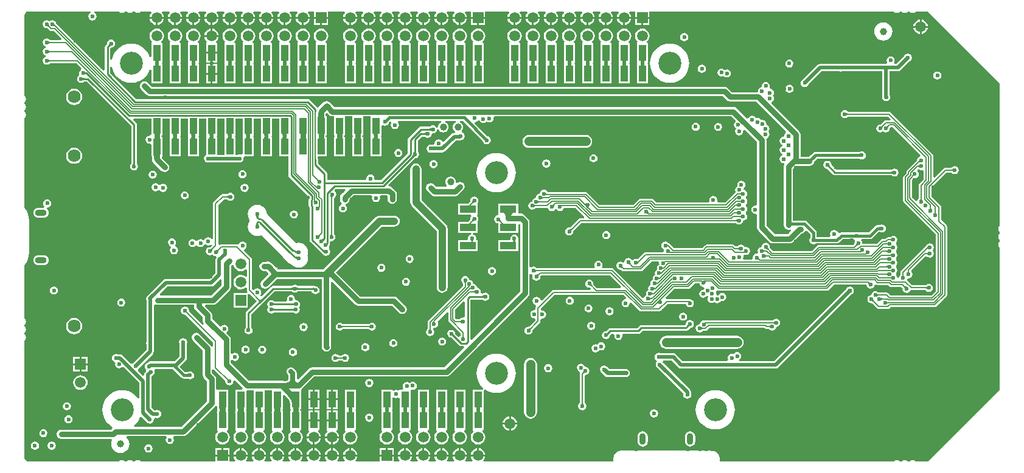
<source format=gbl>
G04*
G04 #@! TF.GenerationSoftware,Altium Limited,Altium Designer,21.3.2 (30)*
G04*
G04 Layer_Physical_Order=4*
G04 Layer_Color=16711680*
%FSLAX24Y24*%
%MOIN*%
G70*
G04*
G04 #@! TF.SameCoordinates,DEC0B546-127E-4CDD-B314-4E0B8DF39A68*
G04*
G04*
G04 #@! TF.FilePolarity,Positive*
G04*
G01*
G75*
%ADD12C,0.0098*%
%ADD15C,0.0100*%
%ADD16C,0.0060*%
%ADD17C,0.0200*%
%ADD22C,0.0080*%
%ADD75R,0.0402X0.0862*%
%ADD85C,0.0394*%
%ADD128C,0.0240*%
%ADD229C,0.0087*%
%ADD245C,0.0591*%
%ADD246C,0.0400*%
%ADD247C,0.0300*%
%ADD248C,0.0150*%
%ADD250C,0.0157*%
%ADD252C,0.0250*%
%ADD260C,0.0701*%
%ADD261R,0.0591X0.0591*%
%ADD262O,0.0630X0.0354*%
%ADD263C,0.0390*%
%ADD264R,0.0591X0.0591*%
%ADD265C,0.1260*%
%ADD266O,0.0354X0.0630*%
%ADD267C,0.0236*%
%ADD268C,0.0240*%
%ADD270R,0.0874X0.0402*%
%ADD271C,0.0394*%
%ADD272C,0.0500*%
G36*
X400Y24847D02*
X3769D01*
X3778Y24822D01*
X3782Y24767D01*
X3723Y24727D01*
X3675Y24655D01*
X3658Y24570D01*
X3675Y24485D01*
X3723Y24413D01*
X3795Y24365D01*
X3880Y24348D01*
X3965Y24365D01*
X4037Y24413D01*
X4085Y24485D01*
X4102Y24570D01*
X4085Y24655D01*
X4037Y24727D01*
X3978Y24767D01*
X3982Y24822D01*
X3991Y24847D01*
X5315D01*
X5328Y24829D01*
X5406Y24776D01*
X5499Y24758D01*
X5592Y24776D01*
X5670Y24829D01*
X5675Y24836D01*
X5756D01*
X5761Y24829D01*
X5839Y24776D01*
X5932Y24758D01*
X6025Y24776D01*
X6103Y24829D01*
X6108Y24836D01*
X6189D01*
X6194Y24829D01*
X6272Y24776D01*
X6365Y24758D01*
X6458Y24776D01*
X6536Y24829D01*
X6549Y24847D01*
X7072D01*
X7091Y24820D01*
X7107Y24767D01*
X7055Y24699D01*
X7015Y24603D01*
X7008Y24550D01*
X7400D01*
X7792D01*
X7785Y24603D01*
X7745Y24699D01*
X7693Y24767D01*
X7709Y24820D01*
X7728Y24847D01*
X8072D01*
X8091Y24820D01*
X8107Y24767D01*
X8055Y24699D01*
X8015Y24603D01*
X8008Y24550D01*
X8400D01*
X8792D01*
X8785Y24603D01*
X8745Y24699D01*
X8693Y24767D01*
X8709Y24820D01*
X8728Y24847D01*
X9072D01*
X9091Y24820D01*
X9107Y24767D01*
X9055Y24699D01*
X9015Y24603D01*
X9008Y24550D01*
X9400D01*
X9792D01*
X9785Y24603D01*
X9745Y24699D01*
X9693Y24767D01*
X9709Y24820D01*
X9728Y24847D01*
X10072D01*
X10091Y24820D01*
X10107Y24767D01*
X10055Y24699D01*
X10015Y24603D01*
X10008Y24550D01*
X10400D01*
X10792D01*
X10785Y24603D01*
X10745Y24699D01*
X10693Y24767D01*
X10709Y24820D01*
X10728Y24847D01*
X11072D01*
X11091Y24820D01*
X11107Y24767D01*
X11055Y24699D01*
X11015Y24603D01*
X11008Y24550D01*
X11400D01*
X11792D01*
X11785Y24603D01*
X11745Y24699D01*
X11693Y24767D01*
X11709Y24820D01*
X11728Y24847D01*
X12072D01*
X12091Y24820D01*
X12107Y24767D01*
X12055Y24699D01*
X12015Y24603D01*
X12008Y24550D01*
X12400D01*
X12792D01*
X12785Y24603D01*
X12745Y24699D01*
X12693Y24767D01*
X12709Y24820D01*
X12728Y24847D01*
X13072D01*
X13091Y24820D01*
X13107Y24767D01*
X13055Y24699D01*
X13015Y24603D01*
X13008Y24550D01*
X13400D01*
X13792D01*
X13785Y24603D01*
X13745Y24699D01*
X13693Y24767D01*
X13709Y24820D01*
X13728Y24847D01*
X14072D01*
X14091Y24820D01*
X14107Y24767D01*
X14055Y24699D01*
X14015Y24603D01*
X14008Y24550D01*
X14400D01*
X14792D01*
X14785Y24603D01*
X14745Y24699D01*
X14693Y24767D01*
X14709Y24820D01*
X14728Y24847D01*
X15072D01*
X15091Y24820D01*
X15107Y24767D01*
X15055Y24699D01*
X15015Y24603D01*
X15008Y24550D01*
X15400D01*
X15792D01*
X15785Y24603D01*
X15745Y24699D01*
X15693Y24767D01*
X15709Y24820D01*
X15728Y24847D01*
X16005D01*
Y24550D01*
X16400D01*
X16795D01*
Y24847D01*
X17672D01*
X17691Y24820D01*
X17707Y24767D01*
X17655Y24699D01*
X17615Y24603D01*
X17608Y24550D01*
X18000D01*
X18392D01*
X18385Y24603D01*
X18345Y24699D01*
X18293Y24767D01*
X18309Y24820D01*
X18328Y24847D01*
X18672D01*
X18691Y24820D01*
X18707Y24767D01*
X18655Y24699D01*
X18615Y24603D01*
X18608Y24550D01*
X19000D01*
X19392D01*
X19385Y24603D01*
X19345Y24699D01*
X19293Y24767D01*
X19309Y24820D01*
X19328Y24847D01*
X19672D01*
X19691Y24820D01*
X19707Y24767D01*
X19655Y24699D01*
X19615Y24603D01*
X19608Y24550D01*
X20000D01*
X20392D01*
X20385Y24603D01*
X20345Y24699D01*
X20293Y24767D01*
X20309Y24820D01*
X20328Y24847D01*
X20672D01*
X20691Y24820D01*
X20707Y24767D01*
X20655Y24699D01*
X20615Y24603D01*
X20608Y24550D01*
X21000D01*
X21392D01*
X21385Y24603D01*
X21345Y24699D01*
X21293Y24767D01*
X21309Y24820D01*
X21328Y24847D01*
X21672D01*
X21691Y24820D01*
X21707Y24767D01*
X21655Y24699D01*
X21615Y24603D01*
X21608Y24550D01*
X22000D01*
X22392D01*
X22385Y24603D01*
X22345Y24699D01*
X22293Y24767D01*
X22309Y24820D01*
X22328Y24847D01*
X22672D01*
X22691Y24820D01*
X22707Y24767D01*
X22655Y24699D01*
X22615Y24603D01*
X22608Y24550D01*
X23000D01*
X23392D01*
X23385Y24603D01*
X23345Y24699D01*
X23293Y24767D01*
X23309Y24820D01*
X23328Y24847D01*
X23672D01*
X23691Y24820D01*
X23707Y24767D01*
X23655Y24699D01*
X23615Y24603D01*
X23608Y24550D01*
X24000D01*
X24392D01*
X24385Y24603D01*
X24345Y24699D01*
X24293Y24767D01*
X24309Y24820D01*
X24328Y24847D01*
X24605D01*
Y24550D01*
X25000D01*
X25395D01*
Y24847D01*
X26672D01*
X26691Y24820D01*
X26707Y24767D01*
X26655Y24699D01*
X26615Y24603D01*
X26608Y24550D01*
X27000D01*
X27392D01*
X27385Y24603D01*
X27345Y24699D01*
X27293Y24767D01*
X27309Y24820D01*
X27328Y24847D01*
X27672D01*
X27691Y24820D01*
X27707Y24767D01*
X27655Y24699D01*
X27615Y24603D01*
X27608Y24550D01*
X28000D01*
X28392D01*
X28385Y24603D01*
X28345Y24699D01*
X28293Y24767D01*
X28309Y24820D01*
X28328Y24847D01*
X28672D01*
X28691Y24820D01*
X28707Y24767D01*
X28655Y24699D01*
X28615Y24603D01*
X28608Y24550D01*
X29000D01*
Y24500D01*
D01*
Y24550D01*
X29392D01*
X29385Y24603D01*
X29345Y24699D01*
X29293Y24767D01*
X29309Y24820D01*
X29328Y24847D01*
X29672D01*
X29691Y24820D01*
X29707Y24767D01*
X29655Y24699D01*
X29615Y24603D01*
X29608Y24550D01*
X30000D01*
X30392D01*
X30385Y24603D01*
X30345Y24699D01*
X30293Y24767D01*
X30309Y24820D01*
X30328Y24847D01*
X30672D01*
X30691Y24820D01*
X30707Y24767D01*
X30655Y24699D01*
X30615Y24603D01*
X30608Y24550D01*
X31000D01*
X31392D01*
X31385Y24603D01*
X31345Y24699D01*
X31293Y24767D01*
X31309Y24820D01*
X31328Y24847D01*
X31672D01*
X31691Y24820D01*
X31707Y24767D01*
X31655Y24699D01*
X31615Y24603D01*
X31608Y24550D01*
X32000D01*
X32392D01*
X32385Y24603D01*
X32345Y24699D01*
X32293Y24767D01*
X32309Y24820D01*
X32328Y24847D01*
X32672D01*
X32691Y24820D01*
X32707Y24767D01*
X32655Y24699D01*
X32615Y24603D01*
X32608Y24550D01*
X33000D01*
X33392D01*
X33385Y24603D01*
X33345Y24699D01*
X33293Y24767D01*
X33309Y24820D01*
X33328Y24847D01*
X33605D01*
Y24550D01*
X34000D01*
X34395D01*
Y24847D01*
X47764D01*
X47776Y24829D01*
X47855Y24776D01*
X47948Y24758D01*
X48041Y24776D01*
X48119Y24829D01*
X48124Y24836D01*
X48205D01*
X48209Y24829D01*
X48288Y24776D01*
X48381Y24758D01*
X48474Y24776D01*
X48552Y24829D01*
X48557Y24836D01*
X48638D01*
X48642Y24829D01*
X48721Y24776D01*
X48814Y24758D01*
X48907Y24776D01*
X48985Y24829D01*
X48998Y24847D01*
X49658D01*
X53597Y20908D01*
Y13117D01*
X53579Y13104D01*
X53526Y13026D01*
X53508Y12933D01*
X53526Y12840D01*
X53579Y12762D01*
X53586Y12757D01*
Y12676D01*
X53579Y12671D01*
X53526Y12593D01*
X53508Y12500D01*
X53526Y12407D01*
X53579Y12329D01*
X53586Y12324D01*
Y12243D01*
X53579Y12238D01*
X53526Y12160D01*
X53508Y12067D01*
X53526Y11974D01*
X53579Y11896D01*
X53597Y11883D01*
Y4092D01*
X49658Y153D01*
X48998D01*
X48985Y171D01*
X48907Y224D01*
X48814Y242D01*
X48721Y224D01*
X48642Y171D01*
X48638Y164D01*
X48557D01*
X48552Y171D01*
X48474Y224D01*
X48381Y242D01*
X48288Y224D01*
X48209Y171D01*
X48205Y164D01*
X48124D01*
X48119Y171D01*
X48041Y224D01*
X47948Y242D01*
X47855Y224D01*
X47776Y171D01*
X47764Y153D01*
X38331D01*
Y153D01*
X38293Y161D01*
X38262Y182D01*
X38241Y213D01*
X38234Y250D01*
X38233D01*
Y350D01*
X38234D01*
X38220Y454D01*
X38180Y552D01*
X38116Y635D01*
X38032Y699D01*
X37935Y740D01*
X37831Y753D01*
Y753D01*
X32822D01*
Y753D01*
X32718Y740D01*
X32621Y699D01*
X32537Y635D01*
X32473Y552D01*
X32433Y454D01*
X32419Y350D01*
X32420D01*
Y250D01*
X32419D01*
X32412Y213D01*
X32391Y182D01*
X32360Y161D01*
X32322Y153D01*
Y153D01*
X25328D01*
X25309Y180D01*
X25293Y233D01*
X25345Y301D01*
X25385Y397D01*
X25392Y450D01*
X24608D01*
X24615Y397D01*
X24655Y301D01*
X24707Y233D01*
X24691Y180D01*
X24672Y153D01*
X24328D01*
X24309Y180D01*
X24293Y233D01*
X24345Y301D01*
X24385Y397D01*
X24392Y450D01*
X23608D01*
X23615Y397D01*
X23655Y301D01*
X23707Y233D01*
X23691Y180D01*
X23672Y153D01*
X23328D01*
X23309Y180D01*
X23293Y233D01*
X23345Y301D01*
X23385Y397D01*
X23392Y450D01*
X22608D01*
X22615Y397D01*
X22655Y301D01*
X22707Y233D01*
X22691Y180D01*
X22672Y153D01*
X22328D01*
X22309Y180D01*
X22293Y233D01*
X22345Y301D01*
X22385Y397D01*
X22392Y450D01*
X21608D01*
X21615Y397D01*
X21655Y301D01*
X21707Y233D01*
X21691Y180D01*
X21672Y153D01*
X21328D01*
X21309Y180D01*
X21293Y233D01*
X21345Y301D01*
X21385Y397D01*
X21392Y450D01*
X20608D01*
X20615Y397D01*
X20655Y301D01*
X20707Y233D01*
X20691Y180D01*
X20672Y153D01*
X20395D01*
Y450D01*
X19605D01*
Y153D01*
X18328D01*
X18309Y180D01*
X18293Y233D01*
X18345Y301D01*
X18385Y397D01*
X18392Y450D01*
X17608D01*
X17615Y397D01*
X17655Y301D01*
X17707Y233D01*
X17691Y180D01*
X17672Y153D01*
X17328D01*
X17309Y180D01*
X17293Y233D01*
X17345Y301D01*
X17385Y397D01*
X17392Y450D01*
X16608D01*
X16615Y397D01*
X16655Y301D01*
X16707Y233D01*
X16691Y180D01*
X16672Y153D01*
X16328D01*
X16309Y180D01*
X16293Y233D01*
X16345Y301D01*
X16385Y397D01*
X16392Y450D01*
X15608D01*
X15615Y397D01*
X15655Y301D01*
X15707Y233D01*
X15691Y180D01*
X15672Y153D01*
X15328D01*
X15309Y180D01*
X15293Y233D01*
X15345Y301D01*
X15385Y397D01*
X15392Y450D01*
X14608D01*
X14615Y397D01*
X14655Y301D01*
X14707Y233D01*
X14691Y180D01*
X14672Y153D01*
X14328D01*
X14309Y180D01*
X14293Y233D01*
X14345Y301D01*
X14385Y397D01*
X14392Y450D01*
X13608D01*
X13615Y397D01*
X13655Y301D01*
X13707Y233D01*
X13691Y180D01*
X13672Y153D01*
X13328D01*
X13309Y180D01*
X13293Y233D01*
X13345Y301D01*
X13385Y397D01*
X13392Y450D01*
X12608D01*
X12615Y397D01*
X12655Y301D01*
X12707Y233D01*
X12691Y180D01*
X12672Y153D01*
X12328D01*
X12309Y180D01*
X12293Y233D01*
X12345Y301D01*
X12385Y397D01*
X12392Y450D01*
X11608D01*
X11615Y397D01*
X11655Y301D01*
X11707Y233D01*
X11691Y180D01*
X11672Y153D01*
X11395D01*
Y450D01*
X10605D01*
Y153D01*
X6549D01*
X6536Y171D01*
X6458Y224D01*
X6365Y242D01*
X6272Y224D01*
X6194Y171D01*
X6189Y164D01*
X6108D01*
X6103Y171D01*
X6025Y224D01*
X5932Y242D01*
X5839Y224D01*
X5761Y171D01*
X5756Y164D01*
X5675D01*
X5670Y171D01*
X5592Y224D01*
X5499Y242D01*
X5406Y224D01*
X5328Y171D01*
X5315Y153D01*
X400D01*
X393Y152D01*
X304Y169D01*
X223Y223D01*
X169Y304D01*
X165Y325D01*
X153Y400D01*
X153Y400D01*
X153Y400D01*
Y6786D01*
X171Y6799D01*
X224Y6878D01*
X242Y6970D01*
X224Y7063D01*
X171Y7142D01*
X164Y7146D01*
Y7227D01*
X171Y7232D01*
X224Y7311D01*
X242Y7403D01*
X224Y7496D01*
X171Y7575D01*
X164Y7579D01*
Y7660D01*
X171Y7665D01*
X224Y7744D01*
X242Y7836D01*
X224Y7929D01*
X171Y8008D01*
X153Y8020D01*
Y10905D01*
X196Y10956D01*
X287Y11103D01*
X352Y11262D01*
X393Y11430D01*
X406Y11601D01*
X406D01*
Y13399D01*
X406D01*
X393Y13570D01*
X352Y13738D01*
X287Y13897D01*
X196Y14044D01*
X153Y14095D01*
Y18986D01*
X171Y18999D01*
X224Y19077D01*
X242Y19170D01*
X224Y19263D01*
X171Y19341D01*
X164Y19346D01*
Y19427D01*
X171Y19432D01*
X224Y19510D01*
X242Y19603D01*
X224Y19696D01*
X171Y19774D01*
X164Y19779D01*
Y19860D01*
X171Y19865D01*
X224Y19943D01*
X242Y20036D01*
X224Y20129D01*
X171Y20207D01*
X153Y20220D01*
Y24600D01*
X152Y24607D01*
X169Y24696D01*
X223Y24777D01*
X304Y24831D01*
X393Y24848D01*
X400Y24847D01*
D02*
G37*
%LPC*%
G36*
X1680Y24362D02*
X1595Y24345D01*
X1530Y24302D01*
X1465Y24345D01*
X1380Y24362D01*
X1295Y24345D01*
X1223Y24297D01*
X1174Y24225D01*
X1157Y24140D01*
X1174Y24055D01*
X1223Y23983D01*
X1295Y23935D01*
X1380Y23918D01*
X1391Y23920D01*
X1391Y23920D01*
X1399Y23919D01*
X1406Y23918D01*
X1411Y23917D01*
X1414Y23916D01*
X1417Y23916D01*
X1536Y23796D01*
X1579Y23768D01*
X1630Y23757D01*
X1768D01*
X2179Y23346D01*
X2149Y23273D01*
X1565D01*
X1562Y23274D01*
X1559Y23276D01*
X1555Y23278D01*
X1550Y23282D01*
X1544Y23288D01*
X1543Y23288D01*
X1537Y23297D01*
X1465Y23345D01*
X1380Y23362D01*
X1295Y23345D01*
X1223Y23297D01*
X1174Y23225D01*
X1157Y23140D01*
X1174Y23055D01*
X1223Y22983D01*
X1295Y22935D01*
X1314Y22931D01*
Y22849D01*
X1295Y22845D01*
X1223Y22797D01*
X1174Y22725D01*
X1157Y22640D01*
X1174Y22555D01*
X1223Y22483D01*
X1295Y22435D01*
X1314Y22431D01*
Y22349D01*
X1295Y22345D01*
X1223Y22297D01*
X1174Y22225D01*
X1157Y22140D01*
X1174Y22055D01*
X1223Y21983D01*
X1295Y21935D01*
X1380Y21918D01*
X1465Y21935D01*
X1537Y21983D01*
X1543Y21992D01*
X1544Y21992D01*
X1550Y21998D01*
X1555Y22002D01*
X1559Y22004D01*
X1562Y22006D01*
X1565Y22007D01*
X3009D01*
X3277Y21739D01*
X3257Y21647D01*
X3213Y21617D01*
X3165Y21545D01*
X3148Y21460D01*
X3165Y21375D01*
X3110Y21312D01*
X3103Y21307D01*
X3055Y21235D01*
X3038Y21150D01*
X3055Y21065D01*
X3103Y20993D01*
X3175Y20945D01*
X3260Y20928D01*
X3345Y20945D01*
X3417Y20993D01*
X3420Y20996D01*
X3422Y20997D01*
X3424Y20997D01*
X3566D01*
X6007Y18556D01*
Y16504D01*
X6007Y16502D01*
X6006Y16500D01*
X6003Y16497D01*
X5955Y16425D01*
X5938Y16340D01*
X5955Y16255D01*
X6003Y16183D01*
X6075Y16135D01*
X6160Y16118D01*
X6245Y16135D01*
X6317Y16183D01*
X6365Y16255D01*
X6382Y16340D01*
X6365Y16425D01*
X6317Y16497D01*
X6314Y16500D01*
X6313Y16502D01*
X6313Y16504D01*
Y18620D01*
X6301Y18678D01*
X6268Y18728D01*
X6103Y18893D01*
X6134Y18967D01*
X7099D01*
Y18096D01*
X7026Y18029D01*
X7010Y18032D01*
X6925Y18015D01*
X6853Y17967D01*
X6805Y17895D01*
X6788Y17810D01*
X6805Y17725D01*
X6853Y17653D01*
X6925Y17605D01*
X7010Y17588D01*
X7019Y17589D01*
X7099Y17524D01*
Y16997D01*
X7098Y16993D01*
X7099Y16990D01*
Y16981D01*
X7099Y16981D01*
X7099Y16981D01*
Y16892D01*
X7140D01*
X7141Y16888D01*
X7145Y16816D01*
Y16730D01*
X7164Y16632D01*
X7220Y16550D01*
X7660Y16110D01*
X7742Y16055D01*
X7840Y16035D01*
X7938Y16055D01*
X8020Y16110D01*
X8075Y16192D01*
X8095Y16290D01*
X8075Y16388D01*
X8020Y16470D01*
X7678Y16812D01*
X7701Y16892D01*
X7701D01*
Y16981D01*
X7701Y16981D01*
X7701Y16981D01*
Y16990D01*
X7702Y16993D01*
X7701Y16997D01*
Y17954D01*
X7655D01*
Y18046D01*
X7701D01*
Y18967D01*
X8099D01*
Y18046D01*
X8099D01*
X8112Y18000D01*
X8099Y17954D01*
X8099D01*
Y16892D01*
X8701D01*
Y17954D01*
X8701D01*
X8688Y18000D01*
X8701Y18046D01*
X8701D01*
Y18967D01*
X9099D01*
Y18046D01*
X9099D01*
X9112Y18000D01*
X9099Y17954D01*
X9099D01*
Y16892D01*
X9701D01*
Y17954D01*
X9701D01*
X9688Y18000D01*
X9701Y18046D01*
X9701D01*
Y18967D01*
X10099D01*
Y18046D01*
X10099D01*
X10112Y18000D01*
X10099Y17954D01*
X10099D01*
Y16968D01*
X10053Y16937D01*
X10005Y16865D01*
X9988Y16780D01*
X10005Y16695D01*
X10053Y16623D01*
X10125Y16575D01*
X10210Y16558D01*
X10295Y16575D01*
X10297Y16576D01*
X11853D01*
X11855Y16575D01*
X11940Y16558D01*
X12025Y16575D01*
X12097Y16623D01*
X12145Y16695D01*
X12162Y16780D01*
X12156Y16812D01*
X12216Y16892D01*
X12701D01*
Y17954D01*
X12701D01*
X12688Y18000D01*
X12701Y18046D01*
X12701D01*
Y18967D01*
X13099D01*
Y18046D01*
X13099D01*
X13112Y18000D01*
X13099Y17954D01*
X13099D01*
Y16892D01*
X13701D01*
Y17954D01*
X13701D01*
X13688Y18000D01*
X13701Y18046D01*
X13701D01*
Y18967D01*
X14099D01*
Y18046D01*
X14099D01*
X14112Y18000D01*
X14099Y17954D01*
X14099D01*
Y16892D01*
X14617D01*
Y15870D01*
X14629Y15811D01*
X14662Y15762D01*
X15747Y14677D01*
Y14576D01*
X15739Y14563D01*
X15727Y14505D01*
Y14190D01*
X15739Y14131D01*
X15772Y14082D01*
X15777Y14077D01*
Y12310D01*
X15789Y12251D01*
X15822Y12202D01*
X16472Y11552D01*
X16500Y11533D01*
X16507Y11527D01*
X16523Y11503D01*
X16595Y11455D01*
X16680Y11438D01*
X16765Y11455D01*
X16837Y11503D01*
X16885Y11575D01*
X16902Y11660D01*
X16885Y11745D01*
X16847Y11803D01*
X16837Y11820D01*
X16835Y11915D01*
X16855Y11945D01*
X16872Y12030D01*
X16870Y12044D01*
X16881Y12061D01*
X16893Y12120D01*
Y12200D01*
X16955Y12251D01*
X16970Y12248D01*
X17055Y12265D01*
X17127Y12313D01*
X17175Y12385D01*
X17192Y12470D01*
X17175Y12555D01*
X17127Y12627D01*
X17118Y12633D01*
X17118Y12634D01*
X17112Y12640D01*
X17108Y12645D01*
X17106Y12649D01*
X17104Y12653D01*
X17103Y12655D01*
Y14604D01*
X17105Y14605D01*
X17177Y14653D01*
X17225Y14725D01*
X17242Y14810D01*
X17225Y14895D01*
X17177Y14967D01*
X17162Y14978D01*
X17154Y15057D01*
X17213Y15117D01*
X17712D01*
X17743Y15043D01*
X17520Y14820D01*
X17464Y14738D01*
X17445Y14640D01*
Y14530D01*
X17464Y14432D01*
X17520Y14350D01*
X17541Y14335D01*
X17524Y14251D01*
X17515Y14249D01*
X17443Y14200D01*
X17395Y14128D01*
X17378Y14043D01*
X17395Y13958D01*
X17443Y13886D01*
X17515Y13838D01*
X17600Y13821D01*
X17685Y13838D01*
X17757Y13886D01*
X17805Y13958D01*
X17822Y14043D01*
X17805Y14128D01*
X17757Y14200D01*
X17752Y14204D01*
X17769Y14289D01*
X17798Y14295D01*
X17880Y14350D01*
X17935Y14432D01*
X17955Y14530D01*
Y14534D01*
X18176Y14755D01*
X19162D01*
X19207Y14675D01*
X19194Y14610D01*
X19211Y14525D01*
X19259Y14453D01*
X19331Y14405D01*
X19416Y14388D01*
X19501Y14405D01*
X19573Y14453D01*
X19622Y14525D01*
X19638Y14610D01*
X19625Y14675D01*
X19670Y14755D01*
X20004D01*
X20045Y14714D01*
Y14550D01*
X20064Y14452D01*
X20120Y14370D01*
X20202Y14315D01*
X20300Y14295D01*
X20398Y14315D01*
X20480Y14370D01*
X20535Y14452D01*
X20555Y14550D01*
Y14820D01*
X20535Y14918D01*
X20480Y15000D01*
X20290Y15190D01*
X20208Y15245D01*
X20133Y15260D01*
X20097Y15338D01*
X21545Y16786D01*
X21547Y16787D01*
X21549Y16788D01*
X21553Y16788D01*
X21638Y16805D01*
X21711Y16853D01*
X21759Y16925D01*
X21776Y17010D01*
X21759Y17095D01*
X21711Y17167D01*
X21707Y17170D01*
X21707Y17172D01*
X21706Y17174D01*
Y17765D01*
X21924Y17983D01*
X22080D01*
X22082Y17983D01*
X22085Y17982D01*
X22087Y17979D01*
X22159Y17930D01*
X22244Y17914D01*
X22329Y17930D01*
X22401Y17979D01*
X22450Y18051D01*
X22458Y18092D01*
X22537Y18158D01*
X22540Y18158D01*
X22625Y18175D01*
X22697Y18223D01*
X22745Y18295D01*
X22760Y18367D01*
X22800Y18383D01*
X22839Y18386D01*
X22851Y18356D01*
X22897Y18297D01*
X22956Y18251D01*
X23026Y18222D01*
X23100Y18213D01*
X23174Y18222D01*
X23244Y18251D01*
X23303Y18297D01*
X23349Y18356D01*
X23378Y18426D01*
X23387Y18500D01*
X23378Y18574D01*
X23349Y18644D01*
X23303Y18703D01*
X23244Y18749D01*
X23213Y18762D01*
X23229Y18842D01*
X23771D01*
X23787Y18762D01*
X23756Y18749D01*
X23697Y18703D01*
X23651Y18644D01*
X23622Y18574D01*
X23613Y18500D01*
X23622Y18426D01*
X23651Y18356D01*
X23697Y18297D01*
X23745Y18260D01*
X23741Y18218D01*
X23723Y18180D01*
X23700D01*
X23622Y18164D01*
X23556Y18120D01*
X23129Y17693D01*
X23036Y17714D01*
X23007Y17757D01*
X22935Y17805D01*
X22850Y17822D01*
X22765Y17805D01*
X22693Y17757D01*
X22645Y17685D01*
X22628Y17600D01*
X22630Y17586D01*
X22580Y17524D01*
X22497D01*
X22495Y17525D01*
X22410Y17542D01*
X22325Y17525D01*
X22253Y17477D01*
X22205Y17405D01*
X22188Y17320D01*
X22205Y17235D01*
X22253Y17163D01*
X22325Y17115D01*
X22410Y17098D01*
X22495Y17115D01*
X22497Y17116D01*
X23044D01*
X23122Y17132D01*
X23189Y17176D01*
X23784Y17772D01*
X24026D01*
X24104Y17787D01*
X24106Y17789D01*
X24135Y17795D01*
X24207Y17843D01*
X24255Y17915D01*
X24272Y18000D01*
X24255Y18085D01*
X24207Y18157D01*
X24135Y18205D01*
X24120Y18209D01*
X24100Y18294D01*
X24103Y18297D01*
X24149Y18356D01*
X24178Y18426D01*
X24187Y18500D01*
X24178Y18574D01*
X24149Y18644D01*
X24103Y18703D01*
X24044Y18749D01*
X24013Y18762D01*
X24029Y18842D01*
X24166D01*
X25265Y17743D01*
X25275Y17695D01*
X25323Y17623D01*
X25395Y17575D01*
X25480Y17558D01*
X25565Y17575D01*
X25637Y17623D01*
X25685Y17695D01*
X25702Y17780D01*
X25685Y17865D01*
X25637Y17937D01*
X25565Y17985D01*
X25518Y17995D01*
X25513Y17999D01*
X24813Y18699D01*
X24821Y18736D01*
X24845Y18781D01*
X24915Y18795D01*
X24987Y18843D01*
X25001Y18864D01*
X25085Y18855D01*
X25133Y18783D01*
X25205Y18735D01*
X25290Y18718D01*
X25375Y18735D01*
X25447Y18783D01*
X25474Y18822D01*
X25545Y18775D01*
X25630Y18758D01*
X25715Y18775D01*
X25787Y18823D01*
X25835Y18895D01*
X25852Y18980D01*
X25845Y19015D01*
X25904Y19095D01*
X38880D01*
X39111Y18864D01*
X39103Y18784D01*
X39093Y18777D01*
X39045Y18705D01*
X39028Y18620D01*
X39045Y18535D01*
X39093Y18463D01*
X39151Y18424D01*
X39105Y18355D01*
X39088Y18270D01*
X39105Y18185D01*
X39153Y18113D01*
X39225Y18065D01*
X39310Y18048D01*
X39395Y18065D01*
X39467Y18113D01*
X39515Y18185D01*
X39532Y18270D01*
X39597Y18356D01*
X39617Y18358D01*
X40295Y17680D01*
Y14251D01*
X40215Y14187D01*
X40190Y14192D01*
X40105Y14175D01*
X40033Y14127D01*
X39985Y14055D01*
X39968Y13970D01*
X39985Y13885D01*
X40033Y13813D01*
X40105Y13765D01*
X40190Y13748D01*
X40215Y13753D01*
X40295Y13689D01*
Y12985D01*
X40314Y12887D01*
X40370Y12804D01*
X40973Y12201D01*
X41056Y12145D01*
X41154Y12126D01*
X42072D01*
X42169Y12145D01*
X42252Y12201D01*
X42711Y12659D01*
X42788Y12674D01*
X42870Y12730D01*
X42918Y12801D01*
X43003Y12829D01*
X43199Y12633D01*
Y12421D01*
X43176Y12386D01*
X43159Y12301D01*
X43176Y12216D01*
X43224Y12144D01*
X43296Y12095D01*
X43381Y12079D01*
X43466Y12095D01*
X43500Y12118D01*
X43514Y12119D01*
X44656D01*
X44656Y12119D01*
X44726Y12133D01*
X44785Y12172D01*
X44979Y12366D01*
X45591D01*
X45593Y12363D01*
X45628Y12339D01*
X45663Y12306D01*
X45649Y12236D01*
X45635Y12215D01*
X45618Y12130D01*
X45620Y12116D01*
X45621Y12106D01*
X45621Y12099D01*
X45620Y12093D01*
X45620Y12089D01*
X45619Y12086D01*
X45619Y12086D01*
X45571Y12038D01*
X43671D01*
X43621Y12028D01*
X43578Y11999D01*
X43284Y11706D01*
X41182D01*
X40994Y11893D01*
X40994Y11895D01*
X40993Y11899D01*
X40992Y11904D01*
X40991Y11911D01*
X40990Y11919D01*
X40990Y11919D01*
X40992Y11930D01*
X40975Y12015D01*
X40927Y12087D01*
X40855Y12135D01*
X40770Y12152D01*
X40685Y12135D01*
X40613Y12087D01*
X40565Y12015D01*
X40548Y11932D01*
X40465Y11915D01*
X40393Y11867D01*
X40345Y11795D01*
X40328Y11710D01*
X40342Y11640D01*
X40310Y11593D01*
X40285Y11570D01*
X40272Y11572D01*
X40186Y11555D01*
X40114Y11507D01*
X40066Y11435D01*
X40049Y11350D01*
X40057Y11310D01*
X40001Y11230D01*
X39584D01*
X39532Y11310D01*
X39542Y11360D01*
X39533Y11407D01*
X39586Y11487D01*
X39600D01*
X39645Y11496D01*
X39690Y11488D01*
X39775Y11505D01*
X39847Y11553D01*
X39895Y11625D01*
X39912Y11710D01*
X39895Y11795D01*
X39847Y11867D01*
X39775Y11915D01*
X39690Y11932D01*
X39614Y11917D01*
X39567Y11987D01*
X39495Y12035D01*
X39410Y12052D01*
X39325Y12035D01*
X39253Y11987D01*
X39247Y11978D01*
X39246Y11978D01*
X39240Y11972D01*
X39235Y11968D01*
X39231Y11966D01*
X39227Y11964D01*
X39225Y11963D01*
X39101D01*
X39050Y12014D01*
X39007Y12042D01*
X38956Y12053D01*
X37531D01*
X37480Y12042D01*
X37437Y12014D01*
X37296Y11873D01*
X35735D01*
X35504Y12104D01*
X35461Y12132D01*
X35449Y12135D01*
X35427Y12167D01*
X35355Y12215D01*
X35270Y12232D01*
X35185Y12215D01*
X35113Y12167D01*
X35065Y12095D01*
X35048Y12010D01*
X35065Y11925D01*
X35113Y11853D01*
X35185Y11805D01*
X35180Y11724D01*
X35178Y11710D01*
X35181Y11694D01*
X35130Y11633D01*
X34190D01*
X34139Y11622D01*
X34096Y11594D01*
X33755Y11252D01*
X33735Y11265D01*
X33650Y11282D01*
X33565Y11265D01*
X33493Y11217D01*
X33410Y11237D01*
X33397Y11257D01*
X33325Y11305D01*
X33240Y11322D01*
X33154Y11305D01*
X33082Y11257D01*
X33034Y11185D01*
X33020Y11112D01*
X32976Y11086D01*
X32941Y11075D01*
X32895Y11105D01*
X32810Y11122D01*
X32725Y11105D01*
X32653Y11057D01*
X32604Y10985D01*
X32587Y10900D01*
X32604Y10815D01*
X32653Y10743D01*
X32725Y10694D01*
X32810Y10677D01*
X32821Y10680D01*
X32821Y10680D01*
X32829Y10679D01*
X32836Y10678D01*
X32841Y10677D01*
X32844Y10676D01*
X32847Y10675D01*
X32886Y10636D01*
X32929Y10608D01*
X32980Y10597D01*
X33930D01*
X33981Y10608D01*
X34024Y10636D01*
X34515Y11127D01*
X34880D01*
X34931Y11066D01*
X34928Y11050D01*
X34943Y10974D01*
X34873Y10927D01*
X34825Y10855D01*
X34808Y10770D01*
X34823Y10694D01*
X34753Y10647D01*
X34705Y10575D01*
X34688Y10490D01*
X34703Y10414D01*
X34633Y10367D01*
X34585Y10295D01*
X34568Y10210D01*
X34583Y10134D01*
X34513Y10087D01*
X34465Y10015D01*
X34448Y9930D01*
X34463Y9854D01*
X34393Y9807D01*
X34345Y9735D01*
X34328Y9650D01*
X34343Y9574D01*
X34273Y9527D01*
X34225Y9455D01*
X34208Y9370D01*
X34223Y9294D01*
X34153Y9247D01*
X34105Y9175D01*
X34102Y9162D01*
X34015Y9135D01*
X32427Y10724D01*
X32384Y10752D01*
X32333Y10763D01*
X31827D01*
X31784Y10843D01*
X31805Y10875D01*
X31822Y10960D01*
X31805Y11045D01*
X31757Y11117D01*
X31685Y11165D01*
X31600Y11182D01*
X31515Y11165D01*
X31443Y11117D01*
X31395Y11045D01*
X31378Y10960D01*
X31395Y10875D01*
X31416Y10843D01*
X31373Y10763D01*
X28225D01*
X28223Y10764D01*
X28219Y10766D01*
X28215Y10768D01*
X28210Y10772D01*
X28204Y10778D01*
X28203Y10778D01*
X28197Y10787D01*
X28125Y10835D01*
X28040Y10852D01*
X27955Y10835D01*
X27905Y10802D01*
X27833Y10831D01*
X27825Y10837D01*
Y13300D01*
X27806Y13398D01*
X27750Y13480D01*
X27548Y13682D01*
X27465Y13738D01*
X27368Y13757D01*
X27199D01*
Y14301D01*
X26125D01*
Y13751D01*
X26114Y13693D01*
X26060Y13663D01*
X26025Y13655D01*
X25953Y13607D01*
X25905Y13535D01*
X25888Y13450D01*
X25905Y13365D01*
X25953Y13293D01*
X26025Y13245D01*
X26110Y13228D01*
X26125Y13149D01*
Y12699D01*
X27199D01*
Y13155D01*
X27279Y13193D01*
X27315Y13164D01*
Y9490D01*
X27313Y9487D01*
X24667Y6841D01*
X24593Y6871D01*
Y9027D01*
X24613Y9047D01*
X25236D01*
X25238Y9047D01*
X25240Y9046D01*
X25243Y9043D01*
X25315Y8995D01*
X25400Y8978D01*
X25485Y8995D01*
X25557Y9043D01*
X25605Y9115D01*
X25622Y9200D01*
X25605Y9285D01*
X25557Y9357D01*
X25485Y9405D01*
X25400Y9422D01*
X25315Y9405D01*
X25243Y9357D01*
X25175Y9401D01*
X25154Y9433D01*
X25163Y9479D01*
X25146Y9564D01*
X25098Y9637D01*
X25026Y9685D01*
X24949Y9700D01*
X24934Y9777D01*
X24886Y9849D01*
X24814Y9897D01*
X24737Y9912D01*
X24722Y9989D01*
X24674Y10061D01*
X24601Y10109D01*
X24525Y10124D01*
X24510Y10201D01*
X24461Y10273D01*
X24389Y10321D01*
X24304Y10338D01*
X24219Y10321D01*
X24147Y10273D01*
X24099Y10201D01*
X24082Y10116D01*
X24099Y10031D01*
X24147Y9959D01*
X24157Y9952D01*
X24159Y9950D01*
X24164Y9944D01*
X24168Y9939D01*
X24171Y9935D01*
X24173Y9932D01*
X24174Y9930D01*
Y9791D01*
X22286Y7903D01*
X22258Y7860D01*
X22247Y7810D01*
Y7445D01*
X22246Y7443D01*
X22244Y7439D01*
X22242Y7435D01*
X22238Y7430D01*
X22232Y7424D01*
X22232Y7423D01*
X22223Y7417D01*
X22175Y7345D01*
X22158Y7260D01*
X22175Y7175D01*
X22223Y7103D01*
X22295Y7055D01*
X22380Y7038D01*
X22465Y7055D01*
X22537Y7103D01*
X22585Y7175D01*
X22602Y7260D01*
X22585Y7345D01*
X22537Y7417D01*
X22568Y7490D01*
X22570Y7492D01*
X22594Y7488D01*
X22679Y7505D01*
X22751Y7553D01*
X22799Y7625D01*
X22816Y7710D01*
X22799Y7795D01*
X22769Y7841D01*
X23304Y8376D01*
X23377Y8345D01*
Y7922D01*
X23388Y7871D01*
X23416Y7828D01*
X24057Y7187D01*
Y7055D01*
X24056Y7053D01*
X24054Y7049D01*
X24052Y7045D01*
X24048Y7040D01*
X24042Y7034D01*
X24042Y7033D01*
X24033Y7027D01*
X24029Y7021D01*
X23926Y7011D01*
X23764Y7172D01*
X23763Y7174D01*
X23762Y7176D01*
X23762Y7180D01*
X23745Y7265D01*
X23697Y7337D01*
X23625Y7385D01*
X23540Y7402D01*
X23455Y7385D01*
X23383Y7337D01*
X23335Y7265D01*
X23318Y7180D01*
X23335Y7095D01*
X23383Y7023D01*
X23455Y6975D01*
X23540Y6958D01*
X23544Y6958D01*
X23546Y6957D01*
X23548Y6956D01*
X23972Y6532D01*
X24021Y6499D01*
X24080Y6487D01*
X24209D01*
X24239Y6413D01*
X23161Y5335D01*
X15920D01*
X15822Y5315D01*
X15740Y5260D01*
X15161Y4681D01*
X15142Y4682D01*
X15079Y4713D01*
Y5010D01*
X15062Y5098D01*
X15012Y5172D01*
X14922Y5262D01*
X14848Y5312D01*
X14760Y5329D01*
X14672Y5312D01*
X14598Y5262D01*
X14548Y5188D01*
X14531Y5100D01*
X14548Y5012D01*
X14598Y4938D01*
X14621Y4915D01*
Y4696D01*
X14615Y4670D01*
X14607Y4650D01*
X14597Y4634D01*
X14584Y4621D01*
X14567Y4609D01*
X14543Y4599D01*
X14512Y4590D01*
X14478Y4585D01*
X12439D01*
X11456Y5568D01*
Y5714D01*
X11518Y5737D01*
X11536Y5741D01*
X11605Y5695D01*
X11690Y5678D01*
X11775Y5695D01*
X11847Y5743D01*
X11895Y5815D01*
X11912Y5900D01*
X11895Y5985D01*
X11847Y6057D01*
X11775Y6105D01*
X11690Y6122D01*
X11605Y6105D01*
X11536Y6059D01*
X11518Y6063D01*
X11456Y6086D01*
Y6859D01*
X11436Y6957D01*
X11381Y7039D01*
X11230Y7190D01*
X11238Y7270D01*
X11257Y7283D01*
X11305Y7355D01*
X11322Y7440D01*
X11305Y7525D01*
X11257Y7597D01*
X11185Y7645D01*
X11100Y7662D01*
X11015Y7645D01*
X10943Y7597D01*
X10930Y7578D01*
X10850Y7570D01*
X10435Y7986D01*
Y8200D01*
X10416Y8298D01*
X10360Y8380D01*
X10059Y8681D01*
X10090Y8755D01*
X10490D01*
X10588Y8775D01*
X10670Y8830D01*
X11400Y9560D01*
X11456Y9642D01*
X11475Y9740D01*
Y10903D01*
X11535Y10953D01*
X11611Y10927D01*
X11615Y10897D01*
X11655Y10801D01*
X11718Y10718D01*
X11801Y10655D01*
X11897Y10615D01*
X12000Y10601D01*
X12103Y10615D01*
X12199Y10655D01*
X12267Y10707D01*
X12319Y10692D01*
X12347Y10672D01*
Y10328D01*
X12319Y10308D01*
X12267Y10293D01*
X12199Y10345D01*
X12103Y10385D01*
X12000Y10399D01*
X11897Y10385D01*
X11801Y10345D01*
X11718Y10282D01*
X11655Y10199D01*
X11615Y10103D01*
X11601Y10000D01*
X11615Y9897D01*
X11655Y9801D01*
X11718Y9718D01*
X11801Y9655D01*
X11897Y9615D01*
X12000Y9601D01*
X12103Y9615D01*
X12199Y9655D01*
X12267Y9707D01*
X12319Y9692D01*
X12347Y9672D01*
Y9556D01*
X12358Y9505D01*
X12378Y9475D01*
X12364Y9430D01*
X12340Y9395D01*
X11605D01*
Y8605D01*
X12395D01*
Y9340D01*
X12475Y9373D01*
X12884Y8964D01*
X12322Y8402D01*
X12289Y8353D01*
X12277Y8294D01*
Y7524D01*
X12277Y7522D01*
X12276Y7520D01*
X12273Y7517D01*
X12225Y7445D01*
X12208Y7360D01*
X12225Y7275D01*
X12273Y7203D01*
X12345Y7155D01*
X12430Y7138D01*
X12515Y7155D01*
X12587Y7203D01*
X12635Y7275D01*
X12652Y7360D01*
X12635Y7445D01*
X12587Y7517D01*
X12584Y7520D01*
X12583Y7522D01*
X12583Y7524D01*
Y8231D01*
X13194Y8842D01*
X13839Y9487D01*
X14806D01*
X14808Y9487D01*
X14810Y9486D01*
X14813Y9483D01*
X14885Y9435D01*
X14970Y9418D01*
X15055Y9435D01*
X15127Y9483D01*
X15129Y9486D01*
X15132Y9487D01*
X15134Y9487D01*
X15892D01*
X15895Y9475D01*
X15943Y9403D01*
X16015Y9355D01*
X16100Y9338D01*
X16185Y9355D01*
X16257Y9403D01*
X16305Y9475D01*
X16322Y9560D01*
X16305Y9645D01*
X16257Y9717D01*
X16185Y9765D01*
X16100Y9782D01*
X16082Y9779D01*
X16079Y9781D01*
X16020Y9793D01*
X15134D01*
X15132Y9793D01*
X15129Y9794D01*
X15127Y9797D01*
X15055Y9845D01*
X14970Y9862D01*
X14885Y9845D01*
X14813Y9797D01*
X14810Y9794D01*
X14808Y9793D01*
X14806Y9793D01*
X13776D01*
X13717Y9781D01*
X13668Y9748D01*
X13125Y9205D01*
X13114Y9210D01*
X13109Y9217D01*
X13092Y9309D01*
X13115Y9345D01*
X13132Y9430D01*
X13115Y9515D01*
X13067Y9587D01*
X12995Y9635D01*
X12910Y9652D01*
X12825Y9635D01*
X12753Y9587D01*
X12747Y9578D01*
X12666Y9570D01*
X12613Y9620D01*
Y11250D01*
X12602Y11301D01*
X12574Y11344D01*
X12189Y11728D01*
X12214Y11817D01*
X12267Y11853D01*
X12315Y11925D01*
X12332Y12010D01*
X12315Y12095D01*
X12267Y12167D01*
X12195Y12215D01*
X12110Y12232D01*
X12025Y12215D01*
X11953Y12167D01*
X11915Y12111D01*
X11859Y12083D01*
X11818Y12072D01*
X11783Y12080D01*
X10947D01*
X10896Y12069D01*
X10853Y12041D01*
X10853Y12040D01*
X10773Y12073D01*
Y14231D01*
X11079Y14537D01*
X11265D01*
X11266Y14537D01*
X11268Y14537D01*
X11269Y14536D01*
X11271Y14535D01*
X11274Y14533D01*
X11276Y14532D01*
X11277Y14531D01*
X11283Y14523D01*
X11355Y14475D01*
X11440Y14458D01*
X11525Y14475D01*
X11597Y14523D01*
X11645Y14595D01*
X11662Y14680D01*
X11645Y14765D01*
X11597Y14837D01*
X11525Y14885D01*
X11440Y14902D01*
X11355Y14885D01*
X11283Y14837D01*
X11277Y14829D01*
X11276Y14828D01*
X11274Y14827D01*
X11271Y14825D01*
X11269Y14824D01*
X11268Y14823D01*
X11266Y14823D01*
X11265Y14823D01*
X11020D01*
X10965Y14812D01*
X10919Y14781D01*
X10919Y14781D01*
X10529Y14391D01*
X10498Y14345D01*
X10487Y14290D01*
X10487Y14290D01*
Y12367D01*
X10407Y12342D01*
X10377Y12387D01*
X10305Y12435D01*
X10220Y12452D01*
X10135Y12435D01*
X10063Y12387D01*
X10028Y12335D01*
X9990Y12315D01*
X9933Y12314D01*
X9885Y12345D01*
X9800Y12362D01*
X9715Y12345D01*
X9643Y12297D01*
X9628Y12275D01*
X9532D01*
X9517Y12297D01*
X9445Y12345D01*
X9360Y12362D01*
X9275Y12345D01*
X9203Y12297D01*
X9155Y12225D01*
X9138Y12140D01*
X9155Y12055D01*
X9203Y11983D01*
X9275Y11935D01*
X9360Y11918D01*
X9445Y11935D01*
X9517Y11983D01*
X9532Y12005D01*
X9628D01*
X9643Y11983D01*
X9715Y11935D01*
X9800Y11918D01*
X9885Y11935D01*
X9957Y11983D01*
X9992Y12035D01*
X10030Y12055D01*
X10087Y12056D01*
X10135Y12025D01*
X10220Y12008D01*
X10305Y12025D01*
X10351Y12055D01*
X10428Y12036D01*
X10441Y12026D01*
X10442Y12024D01*
X10338Y11920D01*
X10337Y11919D01*
X10335Y11918D01*
X10334Y11918D01*
X10331Y11917D01*
X10329Y11916D01*
X10326Y11916D01*
X10325Y11915D01*
X10315Y11917D01*
X10230Y11900D01*
X10158Y11852D01*
X10110Y11780D01*
X10093Y11695D01*
X10110Y11610D01*
X10158Y11538D01*
X10230Y11490D01*
X10315Y11473D01*
X10400Y11490D01*
X10466Y11533D01*
X10493Y11493D01*
X10565Y11445D01*
X10638Y11430D01*
X10660Y11400D01*
X10677Y11351D01*
X10642Y11298D01*
X10626Y11220D01*
Y10488D01*
X10312Y10174D01*
X7910D01*
X7832Y10158D01*
X7766Y10114D01*
X6882Y9230D01*
X6837Y9164D01*
X6822Y9086D01*
X6836Y9014D01*
Y6727D01*
X6835Y6725D01*
X6818Y6640D01*
X6835Y6555D01*
X6836Y6553D01*
Y6274D01*
X6158Y5596D01*
X6155Y5595D01*
X6083Y5547D01*
X6075Y5536D01*
X5996Y5528D01*
X5540Y5984D01*
X5473Y6028D01*
X5395Y6044D01*
X5257D01*
X5255Y6045D01*
X5170Y6062D01*
X5085Y6045D01*
X5013Y5997D01*
X4965Y5925D01*
X4948Y5840D01*
X4965Y5755D01*
X5013Y5683D01*
X5080Y5638D01*
X5127Y5593D01*
X5135Y5575D01*
X5118Y5490D01*
X5135Y5405D01*
X5183Y5333D01*
X5255Y5285D01*
X5340Y5268D01*
X5425Y5285D01*
X5497Y5333D01*
X5509Y5350D01*
X5589Y5358D01*
X6456Y4491D01*
Y3644D01*
X6379Y3623D01*
X6372Y3634D01*
X6262Y3762D01*
X6134Y3872D01*
X5989Y3961D01*
X5833Y4025D01*
X5669Y4065D01*
X5500Y4078D01*
X5331Y4065D01*
X5167Y4025D01*
X5010Y3961D01*
X4866Y3872D01*
X4738Y3762D01*
X4628Y3634D01*
X4539Y3489D01*
X4475Y3333D01*
X4435Y3169D01*
X4422Y3000D01*
X4435Y2831D01*
X4475Y2667D01*
X4539Y2510D01*
X4628Y2366D01*
X4738Y2238D01*
X4866Y2128D01*
X4958Y2071D01*
X4967Y2037D01*
X4964Y1974D01*
X4905Y1915D01*
X2176D01*
X2079Y1895D01*
X1996Y1840D01*
X1941Y1757D01*
X1921Y1660D01*
X1941Y1562D01*
X1996Y1480D01*
X2079Y1424D01*
X2176Y1405D01*
X4908D01*
X4959Y1325D01*
X4928Y1249D01*
X4911Y1120D01*
X4928Y991D01*
X4978Y870D01*
X5057Y766D01*
X5161Y687D01*
X5281Y637D01*
X5411Y620D01*
X5540Y637D01*
X5661Y687D01*
X5764Y766D01*
X5844Y870D01*
X5893Y991D01*
X5910Y1120D01*
X5893Y1249D01*
X5844Y1370D01*
X5764Y1474D01*
X5763Y1474D01*
X5790Y1554D01*
X7900D01*
X7941Y1474D01*
X7915Y1435D01*
X7898Y1350D01*
X7915Y1265D01*
X7963Y1193D01*
X8035Y1145D01*
X8120Y1128D01*
X8205Y1145D01*
X8277Y1193D01*
X8325Y1265D01*
X8342Y1350D01*
X8325Y1435D01*
X8299Y1474D01*
X8340Y1554D01*
X8859D01*
X8957Y1574D01*
X9040Y1629D01*
X10590Y3180D01*
X10619Y3223D01*
X10699Y3199D01*
Y3151D01*
X10698Y3147D01*
X10699Y3143D01*
Y3142D01*
X10699Y3138D01*
X10699Y3137D01*
Y3046D01*
X10699D01*
X10723Y3003D01*
X10699Y2954D01*
X10699D01*
Y2863D01*
X10699Y2862D01*
X10699Y2858D01*
Y2857D01*
X10698Y2853D01*
X10699Y2849D01*
Y1892D01*
X10730D01*
X10757Y1812D01*
X10718Y1782D01*
X10655Y1699D01*
X10615Y1603D01*
X10601Y1500D01*
X10615Y1397D01*
X10655Y1301D01*
X10718Y1218D01*
X10801Y1155D01*
X10897Y1115D01*
X11000Y1101D01*
X11103Y1115D01*
X11199Y1155D01*
X11282Y1218D01*
X11345Y1301D01*
X11385Y1397D01*
X11399Y1500D01*
X11385Y1603D01*
X11345Y1699D01*
X11282Y1782D01*
X11243Y1812D01*
X11270Y1892D01*
X11301D01*
Y2849D01*
X11302Y2853D01*
X11301Y2857D01*
Y2858D01*
X11301Y2862D01*
X11301Y2863D01*
Y2954D01*
X11301D01*
X11277Y2997D01*
X11301Y3046D01*
X11301D01*
Y3137D01*
X11301Y3138D01*
X11301Y3142D01*
Y3143D01*
X11302Y3147D01*
X11301Y3151D01*
Y4108D01*
X10745D01*
X10699Y4108D01*
X10665Y4174D01*
Y4689D01*
X10646Y4786D01*
X10590Y4869D01*
X10424Y5035D01*
Y5193D01*
X10439Y5205D01*
X10529Y5214D01*
X11169Y4574D01*
X11165Y4557D01*
X11182Y4472D01*
X11231Y4400D01*
X11303Y4352D01*
X11388Y4335D01*
X11473Y4352D01*
X11545Y4400D01*
X11593Y4472D01*
X11610Y4557D01*
X11605Y4585D01*
X11678Y4625D01*
X12115Y4188D01*
X12082Y4108D01*
X11699D01*
Y3151D01*
X11698Y3147D01*
X11699Y3143D01*
Y3142D01*
X11699Y3138D01*
X11699Y3137D01*
Y3046D01*
X11699D01*
X11723Y3003D01*
X11699Y2954D01*
X11699D01*
Y2863D01*
X11699Y2862D01*
X11699Y2858D01*
Y2857D01*
X11698Y2853D01*
X11699Y2849D01*
Y1892D01*
X11730D01*
X11757Y1812D01*
X11718Y1782D01*
X11655Y1699D01*
X11615Y1603D01*
X11601Y1500D01*
X11615Y1397D01*
X11655Y1301D01*
X11718Y1218D01*
X11801Y1155D01*
X11897Y1115D01*
X12000Y1101D01*
X12103Y1115D01*
X12199Y1155D01*
X12282Y1218D01*
X12345Y1301D01*
X12385Y1397D01*
X12399Y1500D01*
X12385Y1603D01*
X12345Y1699D01*
X12282Y1782D01*
X12243Y1812D01*
X12270Y1892D01*
X12301D01*
Y2849D01*
X12302Y2853D01*
X12301Y2857D01*
Y2858D01*
X12301Y2862D01*
X12301Y2863D01*
Y2954D01*
X12301D01*
X12277Y2997D01*
X12301Y3046D01*
X12301D01*
Y3137D01*
X12301Y3138D01*
X12301Y3142D01*
Y3143D01*
X12302Y3147D01*
X12301Y3151D01*
Y4048D01*
X12333Y4075D01*
X12699D01*
Y3046D01*
X12699D01*
X12712Y3000D01*
X12699Y2954D01*
X12699D01*
Y1892D01*
X12730D01*
X12757Y1812D01*
X12718Y1782D01*
X12655Y1699D01*
X12615Y1603D01*
X12601Y1500D01*
X12615Y1397D01*
X12655Y1301D01*
X12718Y1218D01*
X12801Y1155D01*
X12897Y1115D01*
X13000Y1101D01*
X13103Y1115D01*
X13199Y1155D01*
X13282Y1218D01*
X13345Y1301D01*
X13385Y1397D01*
X13399Y1500D01*
X13385Y1603D01*
X13345Y1699D01*
X13282Y1782D01*
X13243Y1812D01*
X13270Y1892D01*
X13301D01*
Y2954D01*
X13301D01*
X13288Y3000D01*
X13301Y3046D01*
X13301D01*
Y4075D01*
X13699D01*
Y3151D01*
X13698Y3147D01*
X13699Y3143D01*
Y3142D01*
X13699Y3138D01*
X13699Y3137D01*
Y3046D01*
X13699D01*
X13723Y3003D01*
X13699Y2954D01*
X13699D01*
Y2863D01*
X13699Y2862D01*
X13699Y2858D01*
Y2857D01*
X13698Y2853D01*
X13699Y2849D01*
Y1892D01*
X13730D01*
X13757Y1812D01*
X13718Y1782D01*
X13655Y1699D01*
X13615Y1603D01*
X13601Y1500D01*
X13615Y1397D01*
X13655Y1301D01*
X13718Y1218D01*
X13801Y1155D01*
X13897Y1115D01*
X14000Y1101D01*
X14103Y1115D01*
X14199Y1155D01*
X14282Y1218D01*
X14345Y1301D01*
X14385Y1397D01*
X14399Y1500D01*
X14385Y1603D01*
X14345Y1699D01*
X14282Y1782D01*
X14243Y1812D01*
X14270Y1892D01*
X14301D01*
Y2849D01*
X14302Y2853D01*
X14301Y2857D01*
Y2858D01*
X14301Y2862D01*
X14301Y2863D01*
Y2954D01*
X14301D01*
X14277Y2997D01*
X14301Y3046D01*
X14301D01*
Y3137D01*
X14301Y3138D01*
X14301Y3142D01*
Y3143D01*
X14302Y3147D01*
X14301Y3151D01*
Y3811D01*
X14375Y3842D01*
X14565Y3651D01*
X14585Y3627D01*
X14613Y3590D01*
X14637Y3554D01*
X14657Y3518D01*
X14673Y3483D01*
X14685Y3449D01*
X14693Y3416D01*
X14698Y3384D01*
X14699Y3358D01*
Y3046D01*
X14745D01*
Y2954D01*
X14699D01*
Y1892D01*
X14730D01*
X14757Y1812D01*
X14718Y1782D01*
X14655Y1699D01*
X14615Y1603D01*
X14601Y1500D01*
X14615Y1397D01*
X14655Y1301D01*
X14718Y1218D01*
X14801Y1155D01*
X14897Y1115D01*
X15000Y1101D01*
X15103Y1115D01*
X15199Y1155D01*
X15282Y1218D01*
X15345Y1301D01*
X15385Y1397D01*
X15399Y1500D01*
X15385Y1603D01*
X15345Y1699D01*
X15282Y1782D01*
X15243Y1812D01*
X15270Y1892D01*
X15301D01*
Y2954D01*
X15255D01*
Y3046D01*
X15301D01*
Y4108D01*
X15344Y4146D01*
X15347Y4148D01*
X15350Y4150D01*
X16026Y4825D01*
X23267D01*
X23364Y4845D01*
X23447Y4900D01*
X27700Y9153D01*
X27727Y9193D01*
X27750Y9216D01*
X27806Y9299D01*
X27825Y9397D01*
Y10423D01*
X27833Y10429D01*
X27905Y10458D01*
X27934Y10438D01*
X27995Y10385D01*
X27978Y10300D01*
X27995Y10215D01*
X28043Y10143D01*
X28115Y10095D01*
X28200Y10078D01*
X28285Y10095D01*
X28357Y10143D01*
X28405Y10215D01*
X28422Y10300D01*
X28420Y10311D01*
X28420Y10311D01*
X28421Y10319D01*
X28422Y10326D01*
X28423Y10331D01*
X28424Y10335D01*
X28424Y10337D01*
X28465Y10377D01*
X32228D01*
X32849Y9756D01*
X32819Y9683D01*
X31525D01*
X31324Y9883D01*
X31324Y9885D01*
X31323Y9889D01*
X31322Y9894D01*
X31321Y9901D01*
X31320Y9909D01*
X31320Y9909D01*
X31322Y9920D01*
X31305Y10005D01*
X31257Y10077D01*
X31185Y10125D01*
X31100Y10142D01*
X31015Y10125D01*
X30943Y10077D01*
X30895Y10005D01*
X30878Y9920D01*
X30895Y9835D01*
X30943Y9763D01*
X31015Y9715D01*
X31100Y9698D01*
X31111Y9700D01*
X31111Y9700D01*
X31119Y9699D01*
X31126Y9698D01*
X31131Y9697D01*
X31135Y9696D01*
X31137Y9696D01*
X31196Y9636D01*
X31165Y9563D01*
X29133D01*
X29082Y9552D01*
X29039Y9524D01*
X28509Y8994D01*
X28422Y9020D01*
X28415Y9055D01*
X28367Y9127D01*
X28295Y9175D01*
X28210Y9192D01*
X28125Y9175D01*
X28053Y9127D01*
X28005Y9055D01*
X27988Y8970D01*
X28005Y8885D01*
X28053Y8813D01*
X28125Y8765D01*
X28160Y8758D01*
X28189Y8674D01*
X28161Y8631D01*
X28151Y8580D01*
Y8513D01*
X28089Y8462D01*
X28073Y8466D01*
X27988Y8449D01*
X27916Y8400D01*
X27868Y8328D01*
X27851Y8243D01*
X27868Y8158D01*
X27916Y8086D01*
X27988Y8038D01*
X28073Y8021D01*
X28074Y8021D01*
X28139Y7969D01*
X28141Y7899D01*
X27807Y7564D01*
X27805Y7564D01*
X27801Y7563D01*
X27796Y7562D01*
X27789Y7561D01*
X27781Y7560D01*
X27781Y7560D01*
X27770Y7562D01*
X27685Y7545D01*
X27613Y7497D01*
X27565Y7425D01*
X27548Y7340D01*
X27565Y7255D01*
X27613Y7183D01*
X27685Y7135D01*
X27770Y7118D01*
X27855Y7135D01*
X27927Y7183D01*
X27975Y7255D01*
X27992Y7340D01*
X27990Y7351D01*
X27990Y7351D01*
X27991Y7359D01*
X27992Y7366D01*
X27993Y7371D01*
X27994Y7375D01*
X27994Y7377D01*
X28377Y7759D01*
X28406Y7802D01*
X28416Y7853D01*
Y7950D01*
X28496Y8011D01*
X28527Y8005D01*
X28612Y8022D01*
X28684Y8070D01*
X28732Y8142D01*
X28749Y8227D01*
X28732Y8312D01*
X28684Y8384D01*
X28612Y8432D01*
X28527Y8449D01*
X28463Y8510D01*
X28459Y8569D01*
X29188Y9297D01*
X32972D01*
X33121Y9148D01*
X33098Y9092D01*
X33085Y9071D01*
X33005Y9055D01*
X32933Y9007D01*
X32885Y8935D01*
X32868Y8850D01*
X32885Y8765D01*
X32933Y8693D01*
X33005Y8645D01*
X33090Y8628D01*
X33175Y8645D01*
X33247Y8693D01*
X33295Y8765D01*
X33311Y8845D01*
X33332Y8858D01*
X33388Y8881D01*
X33843Y8426D01*
X33886Y8398D01*
X33937Y8387D01*
X34907D01*
X34958Y8398D01*
X35001Y8426D01*
X35392Y8817D01*
X36392D01*
X36405Y8755D01*
X36453Y8683D01*
X36525Y8635D01*
X36610Y8618D01*
X36695Y8635D01*
X36767Y8683D01*
X36815Y8755D01*
X36832Y8840D01*
X36815Y8925D01*
X36767Y8997D01*
X36695Y9045D01*
X36661Y9052D01*
X36631Y9072D01*
X36580Y9083D01*
X35337D01*
X35331Y9081D01*
X35291Y9155D01*
X35762Y9626D01*
X36525D01*
X36576Y9636D01*
X36619Y9665D01*
X36881Y9927D01*
X37136D01*
X37145Y9885D01*
X37193Y9813D01*
X37265Y9765D01*
X37350Y9748D01*
X37354Y9748D01*
X37402Y9676D01*
X37375Y9635D01*
X37363Y9578D01*
X37340Y9582D01*
X37255Y9565D01*
X37183Y9517D01*
X37135Y9445D01*
X37118Y9360D01*
X37135Y9275D01*
X37183Y9203D01*
X37255Y9155D01*
X37340Y9138D01*
X37425Y9155D01*
X37497Y9203D01*
X37519Y9236D01*
X37610Y9228D01*
X37621Y9204D01*
X37595Y9165D01*
X37578Y9080D01*
X37595Y8995D01*
X37643Y8923D01*
X37715Y8875D01*
X37800Y8858D01*
X37885Y8875D01*
X37938Y8910D01*
X37943Y8903D01*
X38015Y8855D01*
X38100Y8838D01*
X38185Y8855D01*
X38257Y8903D01*
X38304Y8973D01*
X38380Y8958D01*
X38465Y8975D01*
X38537Y9023D01*
X38585Y9095D01*
X38602Y9180D01*
X38585Y9265D01*
X38537Y9337D01*
X38465Y9385D01*
X38380Y9402D01*
X38295Y9385D01*
X38223Y9337D01*
X38176Y9267D01*
X38111Y9280D01*
X38094Y9290D01*
X38044Y9353D01*
X38049Y9380D01*
X38036Y9448D01*
X38060Y9502D01*
X38083Y9534D01*
X38124Y9538D01*
X38124Y9538D01*
X38175Y9528D01*
X44121D01*
X44171Y9538D01*
X44214Y9567D01*
X44515Y9867D01*
X46280D01*
X46288Y9857D01*
X46305Y9772D01*
X46354Y9700D01*
X46426Y9652D01*
X46511Y9635D01*
X46596Y9652D01*
X46668Y9700D01*
X46716Y9772D01*
X46728Y9832D01*
X46742Y9845D01*
X46788Y9867D01*
X46811Y9871D01*
X46830Y9858D01*
X46880Y9848D01*
X47479D01*
X47550Y9777D01*
X47593Y9749D01*
X47644Y9739D01*
X48197D01*
X48262Y9673D01*
X48263Y9671D01*
X48264Y9667D01*
X48265Y9662D01*
X48266Y9656D01*
X48266Y9648D01*
X48266Y9647D01*
X48264Y9636D01*
X48281Y9551D01*
X48329Y9479D01*
X48402Y9431D01*
X48487Y9414D01*
X48572Y9431D01*
X48644Y9479D01*
X48692Y9551D01*
X48703Y9559D01*
X48734Y9552D01*
X49520D01*
X49522Y9551D01*
X49526Y9549D01*
X49530Y9547D01*
X49535Y9543D01*
X49541Y9537D01*
X49541Y9537D01*
X49547Y9528D01*
X49620Y9480D01*
X49705Y9463D01*
X49790Y9480D01*
X49862Y9528D01*
X49910Y9600D01*
X49927Y9685D01*
X49910Y9770D01*
X49862Y9842D01*
X49790Y9890D01*
X49705Y9907D01*
X49620Y9890D01*
X49547Y9842D01*
X49541Y9833D01*
X49541Y9833D01*
X49535Y9828D01*
X49530Y9824D01*
X49526Y9821D01*
X49522Y9819D01*
X49520Y9818D01*
X48788D01*
X48527Y10079D01*
X48523Y10090D01*
X48527Y10153D01*
X48583Y10208D01*
X48668Y10225D01*
X48740Y10273D01*
X48788Y10345D01*
X48805Y10430D01*
X48788Y10515D01*
X48740Y10587D01*
X48764Y10662D01*
X49516Y11414D01*
X49597Y11408D01*
X49669Y11360D01*
X49754Y11343D01*
X49839Y11360D01*
X49911Y11408D01*
X49959Y11480D01*
X49976Y11565D01*
X49959Y11650D01*
X49942Y11676D01*
X49917Y11737D01*
X49942Y11798D01*
X49959Y11824D01*
X49976Y11909D01*
X49959Y11995D01*
X49911Y12067D01*
X49839Y12115D01*
X49754Y12132D01*
X49669Y12115D01*
X49597Y12067D01*
X49574Y12033D01*
X49567Y12026D01*
X49567Y12026D01*
X49567Y12026D01*
X49548Y11997D01*
X49544Y11992D01*
X49506Y11947D01*
X48184Y10625D01*
X48155Y10582D01*
X48145Y10532D01*
Y10405D01*
X48144Y10403D01*
X48142Y10399D01*
X48139Y10395D01*
X48135Y10390D01*
X48130Y10384D01*
X48130Y10383D01*
X48120Y10377D01*
X48072Y10305D01*
X48060Y10242D01*
X47978D01*
X47965Y10305D01*
X47917Y10377D01*
X47910Y10382D01*
Y10478D01*
X47917Y10483D01*
X47965Y10555D01*
X47982Y10640D01*
X47965Y10725D01*
X47917Y10797D01*
X47910Y10802D01*
Y10898D01*
X47917Y10903D01*
X47965Y10975D01*
X47982Y11060D01*
X47965Y11145D01*
X47917Y11217D01*
X47910Y11222D01*
Y11318D01*
X47917Y11323D01*
X47965Y11395D01*
X47982Y11480D01*
X47965Y11565D01*
X47917Y11637D01*
X47910Y11642D01*
Y11738D01*
X47917Y11743D01*
X47965Y11815D01*
X47982Y11900D01*
X47965Y11985D01*
X47917Y12057D01*
X47910Y12062D01*
Y12158D01*
X47917Y12163D01*
X47965Y12235D01*
X47982Y12320D01*
X47965Y12405D01*
X47917Y12477D01*
X47845Y12525D01*
X47760Y12542D01*
X47675Y12525D01*
X47603Y12477D01*
X47597Y12468D01*
X47596Y12468D01*
X47590Y12462D01*
X47585Y12458D01*
X47581Y12456D01*
X47577Y12454D01*
X47575Y12453D01*
X47453D01*
X47402Y12442D01*
X47359Y12414D01*
X47307Y12362D01*
X47172D01*
X47172Y12362D01*
X47121Y12352D01*
X47078Y12323D01*
X46857Y12102D01*
X46086D01*
X46062Y12130D01*
X46045Y12215D01*
X45998Y12286D01*
X46000Y12296D01*
X46024Y12366D01*
X46478D01*
X46478Y12366D01*
X46548Y12379D01*
X46607Y12419D01*
X46945Y12758D01*
X47010D01*
X47045Y12735D01*
X47130Y12718D01*
X47215Y12735D01*
X47287Y12783D01*
X47335Y12855D01*
X47352Y12940D01*
X47335Y13025D01*
X47287Y13097D01*
X47215Y13145D01*
X47130Y13162D01*
X47045Y13145D01*
X47011Y13123D01*
X46998Y13122D01*
X46870D01*
X46870Y13122D01*
X46800Y13108D01*
X46741Y13069D01*
X46741Y13069D01*
X46402Y12730D01*
X45812D01*
X45750Y12742D01*
X45688Y12730D01*
X44903D01*
X44833Y12716D01*
X44803Y12696D01*
X44720Y12721D01*
X44719Y12722D01*
X44713Y12729D01*
X44667Y12797D01*
X44595Y12845D01*
X44510Y12862D01*
X44425Y12845D01*
X44353Y12797D01*
X44305Y12725D01*
X44288Y12640D01*
X44303Y12563D01*
X44298Y12540D01*
X44268Y12483D01*
X43564D01*
Y12709D01*
X43550Y12778D01*
X43510Y12838D01*
X43510Y12838D01*
X43021Y13327D01*
X42962Y13366D01*
X42892Y13380D01*
X42892Y13380D01*
X42260D01*
Y16216D01*
X42410Y16367D01*
X42413Y16366D01*
X43165D01*
X43262Y16386D01*
X43345Y16441D01*
X43400Y16523D01*
X43413Y16589D01*
X43571Y16769D01*
X43575Y16773D01*
X45910D01*
X45944Y16750D01*
X46029Y16733D01*
X46115Y16750D01*
X46187Y16798D01*
X46235Y16871D01*
X46252Y16956D01*
X46235Y17041D01*
X46187Y17113D01*
X46115Y17161D01*
X46029Y17178D01*
X45944Y17161D01*
X45911Y17139D01*
X45897Y17138D01*
X43499D01*
X43430Y17124D01*
X43371Y17085D01*
X43371Y17085D01*
X43283Y16997D01*
X43248Y16963D01*
X43163Y16887D01*
X43149Y16876D01*
X42668D01*
Y18089D01*
X42648Y18187D01*
X42593Y18269D01*
X41069Y19793D01*
X41095Y19881D01*
X41151Y19919D01*
X41200Y19991D01*
X41216Y20076D01*
X41200Y20161D01*
X41154Y20230D01*
X41200Y20299D01*
X41216Y20384D01*
X41200Y20469D01*
X41151Y20541D01*
X41079Y20589D01*
X41021Y20601D01*
X40981Y20661D01*
X40975Y20684D01*
X40990Y20758D01*
X40973Y20843D01*
X40925Y20915D01*
X40853Y20963D01*
X40768Y20980D01*
X40683Y20963D01*
X40610Y20915D01*
X40562Y20843D01*
X40545Y20758D01*
X40560Y20685D01*
X40476Y20668D01*
X40404Y20620D01*
X40356Y20548D01*
X40339Y20463D01*
X40267Y20412D01*
X38918D01*
X38695Y20635D01*
X38613Y20691D01*
X38515Y20710D01*
X7129D01*
X6906Y20932D01*
X6824Y20987D01*
X6726Y21007D01*
X6628Y20987D01*
X6546Y20932D01*
X6491Y20850D01*
X6471Y20752D01*
X6491Y20654D01*
X6546Y20572D01*
X6843Y20275D01*
X6925Y20220D01*
X7023Y20200D01*
X38409D01*
X38632Y19977D01*
X38715Y19922D01*
X38813Y19903D01*
X40239D01*
X41869Y18273D01*
X41858Y18170D01*
X41841Y18159D01*
X41793Y18086D01*
X41785Y18049D01*
X41758Y17992D01*
X41701Y17965D01*
X41664Y17957D01*
X41591Y17909D01*
X41543Y17836D01*
X41526Y17750D01*
X41543Y17664D01*
X41591Y17591D01*
X41664Y17543D01*
X41674Y17541D01*
Y17459D01*
X41664Y17457D01*
X41591Y17409D01*
X41543Y17336D01*
X41526Y17250D01*
X41543Y17164D01*
X41591Y17091D01*
X41664Y17043D01*
X41674Y17041D01*
Y16959D01*
X41664Y16957D01*
X41591Y16909D01*
X41543Y16836D01*
X41526Y16750D01*
X41543Y16664D01*
X41591Y16591D01*
X41664Y16543D01*
X41750Y16526D01*
X41792Y16452D01*
X41769Y16419D01*
X41750Y16321D01*
Y13135D01*
X41769Y13038D01*
X41825Y12955D01*
X41833Y12947D01*
X41916Y12891D01*
X42013Y12872D01*
X42111Y12891D01*
X42156Y12825D01*
X41966Y12636D01*
X41259D01*
X40805Y13090D01*
Y17785D01*
X40798Y17819D01*
X40835Y17898D01*
X40855Y17911D01*
X40907Y17946D01*
X40955Y18018D01*
X40972Y18103D01*
X40955Y18188D01*
X40912Y18253D01*
X40955Y18318D01*
X40972Y18403D01*
X40955Y18488D01*
X40907Y18560D01*
X40835Y18608D01*
X40803Y18615D01*
X40812Y18663D01*
X40795Y18748D01*
X40747Y18820D01*
X40675Y18868D01*
X40590Y18885D01*
X40514Y18870D01*
X40467Y18940D01*
X40395Y18988D01*
X40310Y19005D01*
X40234Y18990D01*
X40187Y19060D01*
X40115Y19108D01*
X40030Y19125D01*
X39945Y19108D01*
X39873Y19060D01*
X39825Y18988D01*
X39824Y18985D01*
X39737Y18959D01*
X39166Y19530D01*
X39083Y19585D01*
X38985Y19605D01*
X17136D01*
X16880Y19860D01*
X16798Y19915D01*
X16700Y19935D01*
X16602Y19915D01*
X16520Y19860D01*
X16268Y19608D01*
X16205Y19572D01*
X16158Y19608D01*
X15778Y19988D01*
X15729Y20021D01*
X15670Y20033D01*
X6283D01*
X4863Y21453D01*
Y21789D01*
X4943Y21799D01*
X4975Y21667D01*
X5039Y21511D01*
X5128Y21366D01*
X5238Y21238D01*
X5366Y21128D01*
X5511Y21039D01*
X5667Y20975D01*
X5831Y20935D01*
X6000Y20922D01*
X6169Y20935D01*
X6333Y20975D01*
X6489Y21039D01*
X6634Y21128D01*
X6762Y21238D01*
X6872Y21366D01*
X6961Y21511D01*
X7019Y21652D01*
X7099Y21636D01*
Y20892D01*
X7701D01*
Y21954D01*
X7701D01*
X7688Y22000D01*
X7701Y22046D01*
X7701D01*
Y23108D01*
X7670D01*
X7643Y23188D01*
X7682Y23218D01*
X7745Y23301D01*
X7785Y23397D01*
X7799Y23500D01*
X7785Y23603D01*
X7745Y23699D01*
X7682Y23782D01*
X7599Y23845D01*
X7503Y23885D01*
X7400Y23899D01*
X7297Y23885D01*
X7201Y23845D01*
X7118Y23782D01*
X7055Y23699D01*
X7015Y23603D01*
X7001Y23500D01*
X7015Y23397D01*
X7055Y23301D01*
X7118Y23218D01*
X7157Y23188D01*
X7130Y23108D01*
X7099D01*
Y22364D01*
X7019Y22348D01*
X6961Y22489D01*
X6872Y22634D01*
X6762Y22762D01*
X6634Y22872D01*
X6489Y22961D01*
X6333Y23025D01*
X6169Y23065D01*
X6000Y23078D01*
X5831Y23065D01*
X5667Y23025D01*
X5511Y22961D01*
X5366Y22872D01*
X5238Y22762D01*
X5128Y22634D01*
X5039Y22489D01*
X4975Y22333D01*
X4943Y22201D01*
X4863Y22211D01*
Y22792D01*
X4900Y22858D01*
X4985Y22875D01*
X5057Y22923D01*
X5105Y22995D01*
X5122Y23080D01*
X5105Y23165D01*
X5057Y23237D01*
X4985Y23285D01*
X4900Y23302D01*
X4815Y23285D01*
X4743Y23237D01*
X4695Y23165D01*
X4678Y23080D01*
X4678Y23076D01*
X4677Y23074D01*
X4676Y23072D01*
X4602Y22998D01*
X4569Y22949D01*
X4557Y22890D01*
Y21618D01*
X4483Y21587D01*
X1918Y24152D01*
X1913Y24161D01*
X1910Y24164D01*
X1889Y24209D01*
X1888Y24213D01*
X1885Y24225D01*
X1837Y24297D01*
X1765Y24345D01*
X1680Y24362D01*
D02*
G37*
G36*
X33392Y24450D02*
X33050D01*
Y24108D01*
X33103Y24115D01*
X33199Y24155D01*
X33282Y24218D01*
X33345Y24301D01*
X33385Y24397D01*
X33392Y24450D01*
D02*
G37*
G36*
X32392D02*
X32050D01*
Y24108D01*
X32103Y24115D01*
X32199Y24155D01*
X32282Y24218D01*
X32345Y24301D01*
X32385Y24397D01*
X32392Y24450D01*
D02*
G37*
G36*
X31392D02*
X31050D01*
Y24108D01*
X31103Y24115D01*
X31199Y24155D01*
X31282Y24218D01*
X31345Y24301D01*
X31385Y24397D01*
X31392Y24450D01*
D02*
G37*
G36*
X30392D02*
X30050D01*
Y24108D01*
X30103Y24115D01*
X30199Y24155D01*
X30282Y24218D01*
X30345Y24301D01*
X30385Y24397D01*
X30392Y24450D01*
D02*
G37*
G36*
X29392D02*
X29050D01*
Y24108D01*
X29103Y24115D01*
X29199Y24155D01*
X29282Y24218D01*
X29345Y24301D01*
X29385Y24397D01*
X29392Y24450D01*
D02*
G37*
G36*
X28392D02*
X28050D01*
Y24108D01*
X28103Y24115D01*
X28199Y24155D01*
X28282Y24218D01*
X28345Y24301D01*
X28385Y24397D01*
X28392Y24450D01*
D02*
G37*
G36*
X27392D02*
X27050D01*
Y24108D01*
X27103Y24115D01*
X27199Y24155D01*
X27282Y24218D01*
X27345Y24301D01*
X27385Y24397D01*
X27392Y24450D01*
D02*
G37*
G36*
X24392D02*
X24050D01*
Y24108D01*
X24103Y24115D01*
X24199Y24155D01*
X24282Y24218D01*
X24345Y24301D01*
X24385Y24397D01*
X24392Y24450D01*
D02*
G37*
G36*
X23392D02*
X23050D01*
Y24108D01*
X23103Y24115D01*
X23199Y24155D01*
X23282Y24218D01*
X23345Y24301D01*
X23385Y24397D01*
X23392Y24450D01*
D02*
G37*
G36*
X22392D02*
X22050D01*
Y24108D01*
X22103Y24115D01*
X22199Y24155D01*
X22282Y24218D01*
X22345Y24301D01*
X22385Y24397D01*
X22392Y24450D01*
D02*
G37*
G36*
X21392D02*
X21050D01*
Y24108D01*
X21103Y24115D01*
X21199Y24155D01*
X21282Y24218D01*
X21345Y24301D01*
X21385Y24397D01*
X21392Y24450D01*
D02*
G37*
G36*
X20392D02*
X20050D01*
Y24108D01*
X20103Y24115D01*
X20199Y24155D01*
X20282Y24218D01*
X20345Y24301D01*
X20385Y24397D01*
X20392Y24450D01*
D02*
G37*
G36*
X19392D02*
X19050D01*
Y24108D01*
X19103Y24115D01*
X19199Y24155D01*
X19282Y24218D01*
X19345Y24301D01*
X19385Y24397D01*
X19392Y24450D01*
D02*
G37*
G36*
X18392D02*
X18050D01*
Y24108D01*
X18103Y24115D01*
X18199Y24155D01*
X18282Y24218D01*
X18345Y24301D01*
X18385Y24397D01*
X18392Y24450D01*
D02*
G37*
G36*
X15792D02*
X15450D01*
Y24108D01*
X15503Y24115D01*
X15599Y24155D01*
X15682Y24218D01*
X15745Y24301D01*
X15785Y24397D01*
X15792Y24450D01*
D02*
G37*
G36*
X14792D02*
X14450D01*
Y24108D01*
X14503Y24115D01*
X14599Y24155D01*
X14682Y24218D01*
X14745Y24301D01*
X14785Y24397D01*
X14792Y24450D01*
D02*
G37*
G36*
X13792D02*
X13450D01*
Y24108D01*
X13503Y24115D01*
X13599Y24155D01*
X13682Y24218D01*
X13745Y24301D01*
X13785Y24397D01*
X13792Y24450D01*
D02*
G37*
G36*
X12792D02*
X12450D01*
Y24108D01*
X12503Y24115D01*
X12599Y24155D01*
X12682Y24218D01*
X12745Y24301D01*
X12785Y24397D01*
X12792Y24450D01*
D02*
G37*
G36*
X11792D02*
X11450D01*
Y24108D01*
X11503Y24115D01*
X11599Y24155D01*
X11682Y24218D01*
X11745Y24301D01*
X11785Y24397D01*
X11792Y24450D01*
D02*
G37*
G36*
X10792D02*
X10450D01*
Y24108D01*
X10503Y24115D01*
X10599Y24155D01*
X10682Y24218D01*
X10745Y24301D01*
X10785Y24397D01*
X10792Y24450D01*
D02*
G37*
G36*
X9792D02*
X9450D01*
Y24108D01*
X9503Y24115D01*
X9599Y24155D01*
X9682Y24218D01*
X9745Y24301D01*
X9785Y24397D01*
X9792Y24450D01*
D02*
G37*
G36*
X8792D02*
X8450D01*
Y24108D01*
X8503Y24115D01*
X8599Y24155D01*
X8682Y24218D01*
X8745Y24301D01*
X8785Y24397D01*
X8792Y24450D01*
D02*
G37*
G36*
X7792D02*
X7450D01*
Y24108D01*
X7503Y24115D01*
X7599Y24155D01*
X7682Y24218D01*
X7745Y24301D01*
X7785Y24397D01*
X7792Y24450D01*
D02*
G37*
G36*
X32950D02*
X32608D01*
X32615Y24397D01*
X32655Y24301D01*
X32718Y24218D01*
X32801Y24155D01*
X32897Y24115D01*
X32950Y24108D01*
Y24450D01*
D02*
G37*
G36*
X31950D02*
X31608D01*
X31615Y24397D01*
X31655Y24301D01*
X31718Y24218D01*
X31801Y24155D01*
X31897Y24115D01*
X31950Y24108D01*
Y24450D01*
D02*
G37*
G36*
X30950D02*
X30608D01*
X30615Y24397D01*
X30655Y24301D01*
X30718Y24218D01*
X30801Y24155D01*
X30897Y24115D01*
X30950Y24108D01*
Y24450D01*
D02*
G37*
G36*
X29950D02*
X29608D01*
X29615Y24397D01*
X29655Y24301D01*
X29718Y24218D01*
X29801Y24155D01*
X29897Y24115D01*
X29950Y24108D01*
Y24450D01*
D02*
G37*
G36*
X28950D02*
X28608D01*
X28615Y24397D01*
X28655Y24301D01*
X28718Y24218D01*
X28801Y24155D01*
X28897Y24115D01*
X28950Y24108D01*
Y24450D01*
D02*
G37*
G36*
X27950D02*
X27608D01*
X27615Y24397D01*
X27655Y24301D01*
X27718Y24218D01*
X27801Y24155D01*
X27897Y24115D01*
X27950Y24108D01*
Y24450D01*
D02*
G37*
G36*
X26950D02*
X26608D01*
X26615Y24397D01*
X26655Y24301D01*
X26718Y24218D01*
X26801Y24155D01*
X26897Y24115D01*
X26950Y24108D01*
Y24450D01*
D02*
G37*
G36*
X23950D02*
X23608D01*
X23615Y24397D01*
X23655Y24301D01*
X23718Y24218D01*
X23801Y24155D01*
X23897Y24115D01*
X23950Y24108D01*
Y24450D01*
D02*
G37*
G36*
X22950D02*
X22608D01*
X22615Y24397D01*
X22655Y24301D01*
X22718Y24218D01*
X22801Y24155D01*
X22897Y24115D01*
X22950Y24108D01*
Y24450D01*
D02*
G37*
G36*
X21950D02*
X21608D01*
X21615Y24397D01*
X21655Y24301D01*
X21718Y24218D01*
X21801Y24155D01*
X21897Y24115D01*
X21950Y24108D01*
Y24450D01*
D02*
G37*
G36*
X20950D02*
X20608D01*
X20615Y24397D01*
X20655Y24301D01*
X20718Y24218D01*
X20801Y24155D01*
X20897Y24115D01*
X20950Y24108D01*
Y24450D01*
D02*
G37*
G36*
X19950D02*
X19608D01*
X19615Y24397D01*
X19655Y24301D01*
X19718Y24218D01*
X19801Y24155D01*
X19897Y24115D01*
X19950Y24108D01*
Y24450D01*
D02*
G37*
G36*
X18950D02*
X18608D01*
X18615Y24397D01*
X18655Y24301D01*
X18718Y24218D01*
X18801Y24155D01*
X18897Y24115D01*
X18950Y24108D01*
Y24450D01*
D02*
G37*
G36*
X17950D02*
X17608D01*
X17615Y24397D01*
X17655Y24301D01*
X17718Y24218D01*
X17801Y24155D01*
X17897Y24115D01*
X17950Y24108D01*
Y24450D01*
D02*
G37*
G36*
X15350D02*
X15008D01*
X15015Y24397D01*
X15055Y24301D01*
X15118Y24218D01*
X15201Y24155D01*
X15297Y24115D01*
X15350Y24108D01*
Y24450D01*
D02*
G37*
G36*
X14350D02*
X14008D01*
X14015Y24397D01*
X14055Y24301D01*
X14118Y24218D01*
X14201Y24155D01*
X14297Y24115D01*
X14350Y24108D01*
Y24450D01*
D02*
G37*
G36*
X13350D02*
X13008D01*
X13015Y24397D01*
X13055Y24301D01*
X13118Y24218D01*
X13201Y24155D01*
X13297Y24115D01*
X13350Y24108D01*
Y24450D01*
D02*
G37*
G36*
X12350D02*
X12008D01*
X12015Y24397D01*
X12055Y24301D01*
X12118Y24218D01*
X12201Y24155D01*
X12297Y24115D01*
X12350Y24108D01*
Y24450D01*
D02*
G37*
G36*
X11350D02*
X11008D01*
X11015Y24397D01*
X11055Y24301D01*
X11118Y24218D01*
X11201Y24155D01*
X11297Y24115D01*
X11350Y24108D01*
Y24450D01*
D02*
G37*
G36*
X10350D02*
X10008D01*
X10015Y24397D01*
X10055Y24301D01*
X10118Y24218D01*
X10201Y24155D01*
X10297Y24115D01*
X10350Y24108D01*
Y24450D01*
D02*
G37*
G36*
X9350D02*
X9008D01*
X9015Y24397D01*
X9055Y24301D01*
X9118Y24218D01*
X9201Y24155D01*
X9297Y24115D01*
X9350Y24108D01*
Y24450D01*
D02*
G37*
G36*
X8350D02*
X8008D01*
X8015Y24397D01*
X8055Y24301D01*
X8118Y24218D01*
X8201Y24155D01*
X8297Y24115D01*
X8350Y24108D01*
Y24450D01*
D02*
G37*
G36*
X7350D02*
X7008D01*
X7015Y24397D01*
X7055Y24301D01*
X7118Y24218D01*
X7201Y24155D01*
X7297Y24115D01*
X7350Y24108D01*
Y24450D01*
D02*
G37*
G36*
X34395D02*
X34050D01*
Y24105D01*
X34395D01*
Y24450D01*
D02*
G37*
G36*
X33950D02*
X33605D01*
Y24105D01*
X33950D01*
Y24450D01*
D02*
G37*
G36*
X25395D02*
X25050D01*
Y24105D01*
X25395D01*
Y24450D01*
D02*
G37*
G36*
X24950D02*
X24605D01*
Y24105D01*
X24950D01*
Y24450D01*
D02*
G37*
G36*
X16795D02*
X16450D01*
Y24105D01*
X16795D01*
Y24450D01*
D02*
G37*
G36*
X16350D02*
X16005D01*
Y24105D01*
X16350D01*
Y24450D01*
D02*
G37*
G36*
X49300Y24392D02*
Y24050D01*
X49642D01*
X49635Y24103D01*
X49595Y24199D01*
X49532Y24282D01*
X49449Y24345D01*
X49353Y24385D01*
X49300Y24392D01*
D02*
G37*
G36*
X49200D02*
X49147Y24385D01*
X49051Y24345D01*
X48968Y24282D01*
X48905Y24199D01*
X48865Y24103D01*
X48858Y24050D01*
X49200D01*
Y24392D01*
D02*
G37*
G36*
X49642Y23950D02*
X49300D01*
Y23608D01*
X49353Y23615D01*
X49449Y23655D01*
X49532Y23718D01*
X49595Y23801D01*
X49635Y23897D01*
X49642Y23950D01*
D02*
G37*
G36*
X49200D02*
X48858D01*
X48865Y23897D01*
X48905Y23801D01*
X48968Y23718D01*
X49051Y23655D01*
X49147Y23615D01*
X49200Y23608D01*
Y23950D01*
D02*
G37*
G36*
X10450Y23892D02*
Y23550D01*
X10792D01*
X10785Y23603D01*
X10745Y23699D01*
X10682Y23782D01*
X10599Y23845D01*
X10503Y23885D01*
X10450Y23892D01*
D02*
G37*
G36*
X10350Y23892D02*
X10297Y23885D01*
X10201Y23845D01*
X10118Y23782D01*
X10055Y23699D01*
X10015Y23603D01*
X10008Y23550D01*
X10350D01*
Y23892D01*
D02*
G37*
G36*
X47205Y24250D02*
X47075Y24233D01*
X46955Y24183D01*
X46851Y24104D01*
X46772Y24000D01*
X46722Y23879D01*
X46705Y23750D01*
X46722Y23621D01*
X46772Y23500D01*
X46851Y23396D01*
X46955Y23317D01*
X47075Y23267D01*
X47205Y23250D01*
X47334Y23267D01*
X47455Y23317D01*
X47558Y23396D01*
X47638Y23500D01*
X47688Y23621D01*
X47705Y23750D01*
X47688Y23879D01*
X47638Y24000D01*
X47558Y24104D01*
X47455Y24183D01*
X47334Y24233D01*
X47205Y24250D01*
D02*
G37*
G36*
X36300Y23652D02*
X36215Y23635D01*
X36143Y23587D01*
X36095Y23515D01*
X36078Y23430D01*
X36095Y23345D01*
X36143Y23273D01*
X36215Y23225D01*
X36300Y23208D01*
X36385Y23225D01*
X36457Y23273D01*
X36505Y23345D01*
X36522Y23430D01*
X36505Y23515D01*
X36457Y23587D01*
X36385Y23635D01*
X36300Y23652D01*
D02*
G37*
G36*
X10792Y23450D02*
X10400D01*
X10008D01*
X10015Y23397D01*
X10055Y23301D01*
X10118Y23218D01*
X10157Y23188D01*
X10130Y23108D01*
X10099D01*
Y22627D01*
X10400D01*
X10701D01*
Y23108D01*
X10670D01*
X10643Y23188D01*
X10682Y23218D01*
X10745Y23301D01*
X10785Y23397D01*
X10792Y23450D01*
D02*
G37*
G36*
X10701Y22527D02*
X10450D01*
Y22046D01*
X10701D01*
Y22527D01*
D02*
G37*
G36*
X10350D02*
X10099D01*
Y22046D01*
X10350D01*
Y22527D01*
D02*
G37*
G36*
X48550Y22522D02*
X48465Y22505D01*
X48393Y22457D01*
X48345Y22385D01*
X48344Y22382D01*
X47923Y21961D01*
X47836D01*
X47793Y22041D01*
X47815Y22075D01*
X47832Y22160D01*
X47815Y22245D01*
X47767Y22317D01*
X47695Y22365D01*
X47610Y22382D01*
X47525Y22365D01*
X47453Y22317D01*
X47405Y22245D01*
X47388Y22160D01*
X47405Y22075D01*
X47424Y22046D01*
X47376Y21974D01*
X47348Y21980D01*
X47263Y21963D01*
X47261Y21961D01*
X44950D01*
X44943Y21966D01*
X44858Y21983D01*
X44773Y21966D01*
X44766Y21961D01*
X43737D01*
X43659Y21946D01*
X43593Y21901D01*
X42818Y21126D01*
X42815Y21125D01*
X42743Y21077D01*
X42695Y21005D01*
X42678Y20920D01*
X42695Y20835D01*
X42743Y20763D01*
X42815Y20715D01*
X42900Y20698D01*
X42985Y20715D01*
X43057Y20763D01*
X43105Y20835D01*
X43106Y20838D01*
X43822Y21553D01*
X44781D01*
X44858Y21538D01*
X44935Y21553D01*
X47144D01*
Y20140D01*
X47160Y20062D01*
X47162Y20059D01*
X47163Y20055D01*
X47211Y19983D01*
X47283Y19935D01*
X47368Y19918D01*
X47453Y19935D01*
X47526Y19983D01*
X47574Y20055D01*
X47591Y20140D01*
X47574Y20225D01*
X47552Y20257D01*
Y21553D01*
X48007D01*
X48085Y21569D01*
X48151Y21613D01*
X48632Y22094D01*
X48635Y22095D01*
X48707Y22143D01*
X48755Y22215D01*
X48772Y22300D01*
X48755Y22385D01*
X48707Y22457D01*
X48635Y22505D01*
X48550Y22522D01*
D02*
G37*
G36*
X42057Y22211D02*
X41972Y22194D01*
X41900Y22145D01*
X41852Y22073D01*
X41835Y21988D01*
X41852Y21903D01*
X41900Y21831D01*
X41972Y21783D01*
X42057Y21766D01*
X42142Y21783D01*
X42214Y21831D01*
X42263Y21903D01*
X42279Y21988D01*
X42263Y22073D01*
X42214Y22145D01*
X42142Y22194D01*
X42057Y22211D01*
D02*
G37*
G36*
X37270Y21922D02*
X37185Y21905D01*
X37113Y21857D01*
X37065Y21785D01*
X37048Y21700D01*
X37065Y21615D01*
X37113Y21543D01*
X37185Y21495D01*
X37270Y21478D01*
X37355Y21495D01*
X37427Y21543D01*
X37475Y21615D01*
X37492Y21700D01*
X37475Y21785D01*
X37427Y21857D01*
X37355Y21905D01*
X37270Y21922D01*
D02*
G37*
G36*
X10701Y21954D02*
X10450D01*
Y21473D01*
X10701D01*
Y21954D01*
D02*
G37*
G36*
X10350D02*
X10099D01*
Y21473D01*
X10350D01*
Y21954D01*
D02*
G37*
G36*
X38340Y21712D02*
X38255Y21695D01*
X38183Y21647D01*
X38135Y21575D01*
X38118Y21490D01*
X38135Y21405D01*
X38183Y21333D01*
X38255Y21285D01*
X38340Y21268D01*
X38425Y21285D01*
X38464Y21311D01*
X38483Y21283D01*
X38555Y21235D01*
X38640Y21218D01*
X38725Y21235D01*
X38797Y21283D01*
X38845Y21355D01*
X38862Y21440D01*
X38845Y21525D01*
X38797Y21597D01*
X38725Y21645D01*
X38640Y21662D01*
X38555Y21645D01*
X38516Y21619D01*
X38497Y21647D01*
X38425Y21695D01*
X38340Y21712D01*
D02*
G37*
G36*
X50167Y21551D02*
X50082Y21534D01*
X50010Y21486D01*
X49962Y21414D01*
X49945Y21329D01*
X49962Y21244D01*
X50010Y21171D01*
X50082Y21123D01*
X50167Y21106D01*
X50252Y21123D01*
X50325Y21171D01*
X50373Y21244D01*
X50390Y21329D01*
X50373Y21414D01*
X50325Y21486D01*
X50252Y21534D01*
X50167Y21551D01*
D02*
G37*
G36*
X35500Y23078D02*
X35331Y23065D01*
X35167Y23025D01*
X35010Y22961D01*
X34866Y22872D01*
X34738Y22762D01*
X34628Y22634D01*
X34539Y22489D01*
X34475Y22333D01*
X34435Y22169D01*
X34422Y22000D01*
X34435Y21831D01*
X34475Y21667D01*
X34539Y21511D01*
X34628Y21366D01*
X34738Y21238D01*
X34866Y21128D01*
X35010Y21039D01*
X35167Y20975D01*
X35331Y20935D01*
X35500Y20922D01*
X35669Y20935D01*
X35833Y20975D01*
X35989Y21039D01*
X36134Y21128D01*
X36262Y21238D01*
X36372Y21366D01*
X36461Y21511D01*
X36525Y21667D01*
X36565Y21831D01*
X36578Y22000D01*
X36565Y22169D01*
X36525Y22333D01*
X36461Y22489D01*
X36372Y22634D01*
X36262Y22762D01*
X36134Y22872D01*
X35989Y22961D01*
X35833Y23025D01*
X35669Y23065D01*
X35500Y23078D01*
D02*
G37*
G36*
X34000Y23899D02*
X33897Y23885D01*
X33801Y23845D01*
X33718Y23782D01*
X33655Y23699D01*
X33615Y23603D01*
X33601Y23500D01*
X33615Y23397D01*
X33655Y23301D01*
X33718Y23218D01*
X33757Y23188D01*
X33730Y23108D01*
X33699D01*
Y22046D01*
X33699D01*
X33712Y22000D01*
X33699Y21954D01*
X33699D01*
Y20892D01*
X34301D01*
Y21954D01*
X34301D01*
X34288Y22000D01*
X34301Y22046D01*
X34301D01*
Y23108D01*
X34270D01*
X34243Y23188D01*
X34282Y23218D01*
X34345Y23301D01*
X34385Y23397D01*
X34399Y23500D01*
X34385Y23603D01*
X34345Y23699D01*
X34282Y23782D01*
X34199Y23845D01*
X34103Y23885D01*
X34000Y23899D01*
D02*
G37*
G36*
X33000D02*
X32897Y23885D01*
X32801Y23845D01*
X32718Y23782D01*
X32655Y23699D01*
X32615Y23603D01*
X32601Y23500D01*
X32615Y23397D01*
X32655Y23301D01*
X32718Y23218D01*
X32757Y23188D01*
X32730Y23108D01*
X32699D01*
Y22046D01*
X32699D01*
X32712Y22000D01*
X32699Y21954D01*
X32699D01*
Y20892D01*
X33301D01*
Y21954D01*
X33301D01*
X33288Y22000D01*
X33301Y22046D01*
X33301D01*
Y23108D01*
X33270D01*
X33243Y23188D01*
X33282Y23218D01*
X33345Y23301D01*
X33385Y23397D01*
X33399Y23500D01*
X33385Y23603D01*
X33345Y23699D01*
X33282Y23782D01*
X33199Y23845D01*
X33103Y23885D01*
X33000Y23899D01*
D02*
G37*
G36*
X32000D02*
X31897Y23885D01*
X31801Y23845D01*
X31718Y23782D01*
X31655Y23699D01*
X31615Y23603D01*
X31601Y23500D01*
X31615Y23397D01*
X31655Y23301D01*
X31718Y23218D01*
X31757Y23188D01*
X31730Y23108D01*
X31699D01*
Y22046D01*
X31699D01*
X31712Y22000D01*
X31699Y21954D01*
X31699D01*
Y20892D01*
X32301D01*
Y21954D01*
X32301D01*
X32288Y22000D01*
X32301Y22046D01*
X32301D01*
Y23108D01*
X32270D01*
X32243Y23188D01*
X32282Y23218D01*
X32345Y23301D01*
X32385Y23397D01*
X32399Y23500D01*
X32385Y23603D01*
X32345Y23699D01*
X32282Y23782D01*
X32199Y23845D01*
X32103Y23885D01*
X32000Y23899D01*
D02*
G37*
G36*
X31000D02*
X30897Y23885D01*
X30801Y23845D01*
X30718Y23782D01*
X30655Y23699D01*
X30615Y23603D01*
X30601Y23500D01*
X30615Y23397D01*
X30655Y23301D01*
X30718Y23218D01*
X30757Y23188D01*
X30730Y23108D01*
X30699D01*
Y22046D01*
X30699D01*
X30712Y22000D01*
X30699Y21954D01*
X30699D01*
Y20892D01*
X31301D01*
Y21954D01*
X31301D01*
X31288Y22000D01*
X31301Y22046D01*
X31301D01*
Y23108D01*
X31270D01*
X31243Y23188D01*
X31282Y23218D01*
X31345Y23301D01*
X31385Y23397D01*
X31399Y23500D01*
X31385Y23603D01*
X31345Y23699D01*
X31282Y23782D01*
X31199Y23845D01*
X31103Y23885D01*
X31000Y23899D01*
D02*
G37*
G36*
X30000D02*
X29897Y23885D01*
X29801Y23845D01*
X29718Y23782D01*
X29655Y23699D01*
X29615Y23603D01*
X29601Y23500D01*
X29615Y23397D01*
X29655Y23301D01*
X29718Y23218D01*
X29757Y23188D01*
X29730Y23108D01*
X29699D01*
Y22046D01*
X29699D01*
X29712Y22000D01*
X29699Y21954D01*
X29699D01*
Y20892D01*
X30301D01*
Y21954D01*
X30301D01*
X30288Y22000D01*
X30301Y22046D01*
X30301D01*
Y23108D01*
X30270D01*
X30243Y23188D01*
X30282Y23218D01*
X30345Y23301D01*
X30385Y23397D01*
X30399Y23500D01*
X30385Y23603D01*
X30345Y23699D01*
X30282Y23782D01*
X30199Y23845D01*
X30103Y23885D01*
X30000Y23899D01*
D02*
G37*
G36*
X29000D02*
X28897Y23885D01*
X28801Y23845D01*
X28718Y23782D01*
X28655Y23699D01*
X28615Y23603D01*
X28601Y23500D01*
X28615Y23397D01*
X28655Y23301D01*
X28718Y23218D01*
X28757Y23188D01*
X28730Y23108D01*
X28699D01*
Y22046D01*
X28699D01*
X28712Y22000D01*
X28699Y21954D01*
X28699D01*
Y20892D01*
X29301D01*
Y21954D01*
X29301D01*
X29288Y22000D01*
X29301Y22046D01*
X29301D01*
Y23108D01*
X29270D01*
X29243Y23188D01*
X29282Y23218D01*
X29345Y23301D01*
X29385Y23397D01*
X29399Y23500D01*
X29385Y23603D01*
X29345Y23699D01*
X29282Y23782D01*
X29199Y23845D01*
X29103Y23885D01*
X29000Y23899D01*
D02*
G37*
G36*
X28000D02*
X27897Y23885D01*
X27801Y23845D01*
X27718Y23782D01*
X27655Y23699D01*
X27615Y23603D01*
X27601Y23500D01*
X27615Y23397D01*
X27655Y23301D01*
X27718Y23218D01*
X27757Y23188D01*
X27730Y23108D01*
X27699D01*
Y22046D01*
X27699D01*
X27712Y22000D01*
X27699Y21954D01*
X27699D01*
Y20892D01*
X28301D01*
Y21954D01*
X28301D01*
X28288Y22000D01*
X28301Y22046D01*
X28301D01*
Y23108D01*
X28270D01*
X28243Y23188D01*
X28282Y23218D01*
X28345Y23301D01*
X28385Y23397D01*
X28399Y23500D01*
X28385Y23603D01*
X28345Y23699D01*
X28282Y23782D01*
X28199Y23845D01*
X28103Y23885D01*
X28000Y23899D01*
D02*
G37*
G36*
X27000D02*
X26897Y23885D01*
X26801Y23845D01*
X26718Y23782D01*
X26655Y23699D01*
X26615Y23603D01*
X26601Y23500D01*
X26615Y23397D01*
X26655Y23301D01*
X26718Y23218D01*
X26757Y23188D01*
X26730Y23108D01*
X26699D01*
Y22046D01*
X26699D01*
X26712Y22000D01*
X26699Y21954D01*
X26699D01*
Y20892D01*
X27301D01*
Y21954D01*
X27301D01*
X27288Y22000D01*
X27301Y22046D01*
X27301D01*
Y23108D01*
X27270D01*
X27243Y23188D01*
X27282Y23218D01*
X27345Y23301D01*
X27385Y23397D01*
X27399Y23500D01*
X27385Y23603D01*
X27345Y23699D01*
X27282Y23782D01*
X27199Y23845D01*
X27103Y23885D01*
X27000Y23899D01*
D02*
G37*
G36*
X25000D02*
X24897Y23885D01*
X24801Y23845D01*
X24718Y23782D01*
X24655Y23699D01*
X24615Y23603D01*
X24601Y23500D01*
X24615Y23397D01*
X24655Y23301D01*
X24718Y23218D01*
X24757Y23188D01*
X24730Y23108D01*
X24699D01*
Y22046D01*
X24699D01*
X24712Y22000D01*
X24699Y21954D01*
X24699D01*
Y20892D01*
X25301D01*
Y21954D01*
X25301D01*
X25288Y22000D01*
X25301Y22046D01*
X25301D01*
Y23108D01*
X25270D01*
X25243Y23188D01*
X25282Y23218D01*
X25345Y23301D01*
X25385Y23397D01*
X25399Y23500D01*
X25385Y23603D01*
X25345Y23699D01*
X25282Y23782D01*
X25199Y23845D01*
X25103Y23885D01*
X25000Y23899D01*
D02*
G37*
G36*
X24000D02*
X23897Y23885D01*
X23801Y23845D01*
X23718Y23782D01*
X23655Y23699D01*
X23615Y23603D01*
X23601Y23500D01*
X23615Y23397D01*
X23655Y23301D01*
X23718Y23218D01*
X23757Y23188D01*
X23730Y23108D01*
X23699D01*
Y22046D01*
X23699D01*
X23712Y22000D01*
X23699Y21954D01*
X23699D01*
Y20892D01*
X24301D01*
Y21954D01*
X24301D01*
X24288Y22000D01*
X24301Y22046D01*
X24301D01*
Y23108D01*
X24270D01*
X24243Y23188D01*
X24282Y23218D01*
X24345Y23301D01*
X24385Y23397D01*
X24399Y23500D01*
X24385Y23603D01*
X24345Y23699D01*
X24282Y23782D01*
X24199Y23845D01*
X24103Y23885D01*
X24000Y23899D01*
D02*
G37*
G36*
X23000D02*
X22897Y23885D01*
X22801Y23845D01*
X22718Y23782D01*
X22655Y23699D01*
X22615Y23603D01*
X22601Y23500D01*
X22615Y23397D01*
X22655Y23301D01*
X22718Y23218D01*
X22757Y23188D01*
X22730Y23108D01*
X22699D01*
Y22046D01*
X22699D01*
X22712Y22000D01*
X22699Y21954D01*
X22699D01*
Y20892D01*
X23301D01*
Y21954D01*
X23301D01*
X23288Y22000D01*
X23301Y22046D01*
X23301D01*
Y23108D01*
X23270D01*
X23243Y23188D01*
X23282Y23218D01*
X23345Y23301D01*
X23385Y23397D01*
X23399Y23500D01*
X23385Y23603D01*
X23345Y23699D01*
X23282Y23782D01*
X23199Y23845D01*
X23103Y23885D01*
X23000Y23899D01*
D02*
G37*
G36*
X22000D02*
X21897Y23885D01*
X21801Y23845D01*
X21718Y23782D01*
X21655Y23699D01*
X21615Y23603D01*
X21601Y23500D01*
X21615Y23397D01*
X21655Y23301D01*
X21718Y23218D01*
X21757Y23188D01*
X21730Y23108D01*
X21699D01*
Y22046D01*
X21699D01*
X21712Y22000D01*
X21699Y21954D01*
X21699D01*
Y20892D01*
X22301D01*
Y21954D01*
X22301D01*
X22288Y22000D01*
X22301Y22046D01*
X22301D01*
Y23108D01*
X22270D01*
X22243Y23188D01*
X22282Y23218D01*
X22345Y23301D01*
X22385Y23397D01*
X22399Y23500D01*
X22385Y23603D01*
X22345Y23699D01*
X22282Y23782D01*
X22199Y23845D01*
X22103Y23885D01*
X22000Y23899D01*
D02*
G37*
G36*
X21000D02*
X20897Y23885D01*
X20801Y23845D01*
X20718Y23782D01*
X20655Y23699D01*
X20615Y23603D01*
X20601Y23500D01*
X20615Y23397D01*
X20655Y23301D01*
X20718Y23218D01*
X20757Y23188D01*
X20730Y23108D01*
X20699D01*
Y22046D01*
X20699D01*
X20712Y22000D01*
X20699Y21954D01*
X20699D01*
Y20892D01*
X21301D01*
Y21954D01*
X21301D01*
X21288Y22000D01*
X21301Y22046D01*
X21301D01*
Y23108D01*
X21270D01*
X21243Y23188D01*
X21282Y23218D01*
X21345Y23301D01*
X21385Y23397D01*
X21399Y23500D01*
X21385Y23603D01*
X21345Y23699D01*
X21282Y23782D01*
X21199Y23845D01*
X21103Y23885D01*
X21000Y23899D01*
D02*
G37*
G36*
X20000D02*
X19897Y23885D01*
X19801Y23845D01*
X19718Y23782D01*
X19655Y23699D01*
X19615Y23603D01*
X19601Y23500D01*
X19615Y23397D01*
X19655Y23301D01*
X19718Y23218D01*
X19757Y23188D01*
X19730Y23108D01*
X19699D01*
Y22046D01*
X19699D01*
X19712Y22000D01*
X19699Y21954D01*
X19699D01*
Y20892D01*
X20301D01*
Y21954D01*
X20301D01*
X20288Y22000D01*
X20301Y22046D01*
X20301D01*
Y23108D01*
X20270D01*
X20243Y23188D01*
X20282Y23218D01*
X20345Y23301D01*
X20385Y23397D01*
X20399Y23500D01*
X20385Y23603D01*
X20345Y23699D01*
X20282Y23782D01*
X20199Y23845D01*
X20103Y23885D01*
X20000Y23899D01*
D02*
G37*
G36*
X19000D02*
X18897Y23885D01*
X18801Y23845D01*
X18718Y23782D01*
X18655Y23699D01*
X18615Y23603D01*
X18601Y23500D01*
X18615Y23397D01*
X18655Y23301D01*
X18718Y23218D01*
X18757Y23188D01*
X18730Y23108D01*
X18699D01*
Y22046D01*
X18699D01*
X18712Y22000D01*
X18699Y21954D01*
X18699D01*
Y20892D01*
X19301D01*
Y21954D01*
X19301D01*
X19288Y22000D01*
X19301Y22046D01*
X19301D01*
Y23108D01*
X19270D01*
X19243Y23188D01*
X19282Y23218D01*
X19345Y23301D01*
X19385Y23397D01*
X19399Y23500D01*
X19385Y23603D01*
X19345Y23699D01*
X19282Y23782D01*
X19199Y23845D01*
X19103Y23885D01*
X19000Y23899D01*
D02*
G37*
G36*
X18000D02*
X17897Y23885D01*
X17801Y23845D01*
X17718Y23782D01*
X17655Y23699D01*
X17615Y23603D01*
X17601Y23500D01*
X17615Y23397D01*
X17655Y23301D01*
X17718Y23218D01*
X17757Y23188D01*
X17730Y23108D01*
X17699D01*
Y22046D01*
X17699D01*
X17712Y22000D01*
X17699Y21954D01*
X17699D01*
Y20892D01*
X18301D01*
Y21954D01*
X18301D01*
X18288Y22000D01*
X18301Y22046D01*
X18301D01*
Y23108D01*
X18270D01*
X18243Y23188D01*
X18282Y23218D01*
X18345Y23301D01*
X18385Y23397D01*
X18399Y23500D01*
X18385Y23603D01*
X18345Y23699D01*
X18282Y23782D01*
X18199Y23845D01*
X18103Y23885D01*
X18000Y23899D01*
D02*
G37*
G36*
X16400D02*
X16297Y23885D01*
X16201Y23845D01*
X16118Y23782D01*
X16055Y23699D01*
X16015Y23603D01*
X16001Y23500D01*
X16015Y23397D01*
X16055Y23301D01*
X16118Y23218D01*
X16157Y23188D01*
X16130Y23108D01*
X16099D01*
Y22046D01*
X16099D01*
X16112Y22000D01*
X16099Y21954D01*
X16099D01*
Y20892D01*
X16701D01*
Y21954D01*
X16701D01*
X16688Y22000D01*
X16701Y22046D01*
X16701D01*
Y23108D01*
X16670D01*
X16643Y23188D01*
X16682Y23218D01*
X16745Y23301D01*
X16785Y23397D01*
X16799Y23500D01*
X16785Y23603D01*
X16745Y23699D01*
X16682Y23782D01*
X16599Y23845D01*
X16503Y23885D01*
X16400Y23899D01*
D02*
G37*
G36*
X15400D02*
X15297Y23885D01*
X15201Y23845D01*
X15118Y23782D01*
X15055Y23699D01*
X15015Y23603D01*
X15001Y23500D01*
X15015Y23397D01*
X15055Y23301D01*
X15118Y23218D01*
X15157Y23188D01*
X15130Y23108D01*
X15099D01*
Y22046D01*
X15099D01*
X15112Y22000D01*
X15099Y21954D01*
X15099D01*
Y20892D01*
X15701D01*
Y21954D01*
X15701D01*
X15688Y22000D01*
X15701Y22046D01*
X15701D01*
Y23108D01*
X15670D01*
X15643Y23188D01*
X15682Y23218D01*
X15745Y23301D01*
X15785Y23397D01*
X15799Y23500D01*
X15785Y23603D01*
X15745Y23699D01*
X15682Y23782D01*
X15599Y23845D01*
X15503Y23885D01*
X15400Y23899D01*
D02*
G37*
G36*
X14400D02*
X14297Y23885D01*
X14201Y23845D01*
X14118Y23782D01*
X14055Y23699D01*
X14015Y23603D01*
X14001Y23500D01*
X14015Y23397D01*
X14055Y23301D01*
X14118Y23218D01*
X14157Y23188D01*
X14130Y23108D01*
X14099D01*
Y22046D01*
X14099D01*
X14112Y22000D01*
X14099Y21954D01*
X14099D01*
Y20892D01*
X14701D01*
Y21954D01*
X14701D01*
X14688Y22000D01*
X14701Y22046D01*
X14701D01*
Y23108D01*
X14670D01*
X14643Y23188D01*
X14682Y23218D01*
X14745Y23301D01*
X14785Y23397D01*
X14799Y23500D01*
X14785Y23603D01*
X14745Y23699D01*
X14682Y23782D01*
X14599Y23845D01*
X14503Y23885D01*
X14400Y23899D01*
D02*
G37*
G36*
X13400D02*
X13297Y23885D01*
X13201Y23845D01*
X13118Y23782D01*
X13055Y23699D01*
X13015Y23603D01*
X13001Y23500D01*
X13015Y23397D01*
X13055Y23301D01*
X13118Y23218D01*
X13157Y23188D01*
X13130Y23108D01*
X13099D01*
Y22046D01*
X13099D01*
X13112Y22000D01*
X13099Y21954D01*
X13099D01*
Y20892D01*
X13701D01*
Y21954D01*
X13701D01*
X13688Y22000D01*
X13701Y22046D01*
X13701D01*
Y23108D01*
X13670D01*
X13643Y23188D01*
X13682Y23218D01*
X13745Y23301D01*
X13785Y23397D01*
X13799Y23500D01*
X13785Y23603D01*
X13745Y23699D01*
X13682Y23782D01*
X13599Y23845D01*
X13503Y23885D01*
X13400Y23899D01*
D02*
G37*
G36*
X12400D02*
X12297Y23885D01*
X12201Y23845D01*
X12118Y23782D01*
X12055Y23699D01*
X12015Y23603D01*
X12001Y23500D01*
X12015Y23397D01*
X12055Y23301D01*
X12118Y23218D01*
X12157Y23188D01*
X12130Y23108D01*
X12099D01*
Y22046D01*
X12099D01*
X12112Y22000D01*
X12099Y21954D01*
X12099D01*
Y20892D01*
X12701D01*
Y21954D01*
X12701D01*
X12688Y22000D01*
X12701Y22046D01*
X12701D01*
Y23108D01*
X12670D01*
X12643Y23188D01*
X12682Y23218D01*
X12745Y23301D01*
X12785Y23397D01*
X12799Y23500D01*
X12785Y23603D01*
X12745Y23699D01*
X12682Y23782D01*
X12599Y23845D01*
X12503Y23885D01*
X12400Y23899D01*
D02*
G37*
G36*
X11400D02*
X11297Y23885D01*
X11201Y23845D01*
X11118Y23782D01*
X11055Y23699D01*
X11015Y23603D01*
X11001Y23500D01*
X11015Y23397D01*
X11055Y23301D01*
X11118Y23218D01*
X11157Y23188D01*
X11130Y23108D01*
X11099D01*
Y22046D01*
X11099D01*
X11112Y22000D01*
X11099Y21954D01*
X11099D01*
Y20892D01*
X11701D01*
Y21954D01*
X11701D01*
X11688Y22000D01*
X11701Y22046D01*
X11701D01*
Y23108D01*
X11670D01*
X11643Y23188D01*
X11682Y23218D01*
X11745Y23301D01*
X11785Y23397D01*
X11799Y23500D01*
X11785Y23603D01*
X11745Y23699D01*
X11682Y23782D01*
X11599Y23845D01*
X11503Y23885D01*
X11400Y23899D01*
D02*
G37*
G36*
X10701Y21373D02*
X10450D01*
Y20892D01*
X10701D01*
Y21373D01*
D02*
G37*
G36*
X10350D02*
X10099D01*
Y20892D01*
X10350D01*
Y21373D01*
D02*
G37*
G36*
X9400Y23899D02*
X9297Y23885D01*
X9201Y23845D01*
X9118Y23782D01*
X9055Y23699D01*
X9015Y23603D01*
X9001Y23500D01*
X9015Y23397D01*
X9055Y23301D01*
X9118Y23218D01*
X9157Y23188D01*
X9130Y23108D01*
X9099D01*
Y22046D01*
X9099D01*
X9112Y22000D01*
X9099Y21954D01*
X9099D01*
Y20892D01*
X9701D01*
Y21954D01*
X9701D01*
X9688Y22000D01*
X9701Y22046D01*
X9701D01*
Y23108D01*
X9670D01*
X9643Y23188D01*
X9682Y23218D01*
X9745Y23301D01*
X9785Y23397D01*
X9799Y23500D01*
X9785Y23603D01*
X9745Y23699D01*
X9682Y23782D01*
X9599Y23845D01*
X9503Y23885D01*
X9400Y23899D01*
D02*
G37*
G36*
X8400D02*
X8297Y23885D01*
X8201Y23845D01*
X8118Y23782D01*
X8055Y23699D01*
X8015Y23603D01*
X8001Y23500D01*
X8015Y23397D01*
X8055Y23301D01*
X8118Y23218D01*
X8157Y23188D01*
X8130Y23108D01*
X8099D01*
Y22046D01*
X8099D01*
X8112Y22000D01*
X8099Y21954D01*
X8099D01*
Y20892D01*
X8701D01*
Y21954D01*
X8701D01*
X8688Y22000D01*
X8701Y22046D01*
X8701D01*
Y23108D01*
X8670D01*
X8643Y23188D01*
X8682Y23218D01*
X8745Y23301D01*
X8785Y23397D01*
X8799Y23500D01*
X8785Y23603D01*
X8745Y23699D01*
X8682Y23782D01*
X8599Y23845D01*
X8503Y23885D01*
X8400Y23899D01*
D02*
G37*
G36*
X42070Y20822D02*
X41985Y20805D01*
X41913Y20757D01*
X41865Y20685D01*
X41848Y20600D01*
X41865Y20515D01*
X41913Y20443D01*
X41985Y20395D01*
X42070Y20378D01*
X42155Y20395D01*
X42227Y20443D01*
X42275Y20515D01*
X42292Y20600D01*
X42275Y20685D01*
X42227Y20757D01*
X42155Y20805D01*
X42070Y20822D01*
D02*
G37*
G36*
X2880Y20602D02*
X2765Y20587D01*
X2658Y20542D01*
X2566Y20472D01*
X2495Y20380D01*
X2451Y20272D01*
X2436Y20157D01*
X2451Y20043D01*
X2495Y19935D01*
X2566Y19843D01*
X2658Y19773D01*
X2765Y19728D01*
X2880Y19713D01*
X2995Y19728D01*
X3102Y19773D01*
X3194Y19843D01*
X3265Y19935D01*
X3309Y20043D01*
X3324Y20157D01*
X3309Y20272D01*
X3265Y20380D01*
X3194Y20472D01*
X3102Y20542D01*
X2995Y20587D01*
X2880Y20602D01*
D02*
G37*
G36*
X45098Y19435D02*
X45013Y19418D01*
X44941Y19370D01*
X44893Y19298D01*
X44876Y19213D01*
X44893Y19128D01*
X44941Y19055D01*
X45013Y19007D01*
X45098Y18990D01*
X45184Y19007D01*
X45256Y19055D01*
X45262Y19065D01*
X45262Y19065D01*
X45268Y19070D01*
X45273Y19074D01*
X45278Y19077D01*
X45281Y19079D01*
X45283Y19080D01*
X47467D01*
X47599Y18948D01*
X47569Y18874D01*
X47355D01*
X47304Y18864D01*
X47261Y18835D01*
X47077Y18651D01*
X47074Y18650D01*
X47071Y18649D01*
X47065Y18648D01*
X47059Y18647D01*
X47051Y18646D01*
X47051Y18646D01*
X47040Y18648D01*
X46955Y18632D01*
X46882Y18583D01*
X46834Y18511D01*
X46817Y18426D01*
X46834Y18341D01*
X46882Y18269D01*
X46955Y18221D01*
X47040Y18204D01*
X47125Y18221D01*
X47190Y18264D01*
X47257Y18220D01*
X47343Y18203D01*
X47428Y18220D01*
X47500Y18268D01*
X47548Y18340D01*
X47565Y18425D01*
X47616Y18490D01*
X47721D01*
X49248Y16962D01*
X49222Y16875D01*
X49188Y16869D01*
X49116Y16820D01*
X49068Y16748D01*
X49065Y16736D01*
X49063Y16729D01*
X49047Y16695D01*
X49044Y16689D01*
X49037Y16675D01*
X49036Y16674D01*
X48505Y16143D01*
X48476Y16100D01*
X48466Y16049D01*
Y15980D01*
X48333Y15847D01*
X48304Y15804D01*
X48294Y15753D01*
Y14468D01*
X48304Y14417D01*
X48333Y14374D01*
X50084Y12623D01*
Y9514D01*
X49841Y9270D01*
X47601D01*
X47487Y9385D01*
X47443Y9414D01*
X47393Y9424D01*
X46957D01*
X46954Y9425D01*
X46951Y9427D01*
X46947Y9430D01*
X46941Y9434D01*
X46935Y9439D01*
X46935Y9439D01*
X46929Y9449D01*
X46857Y9497D01*
X46772Y9514D01*
X46687Y9497D01*
X46614Y9449D01*
X46566Y9376D01*
X46549Y9291D01*
X46550Y9286D01*
X46470Y9270D01*
X46398Y9222D01*
X46350Y9150D01*
X46333Y9065D01*
X46350Y8980D01*
X46398Y8908D01*
X46470Y8860D01*
X46555Y8843D01*
X46566Y8845D01*
X46566Y8845D01*
X46574Y8844D01*
X46581Y8843D01*
X46586Y8842D01*
X46590Y8841D01*
X46592Y8841D01*
X46870Y8563D01*
X46913Y8534D01*
X46964Y8524D01*
X47455D01*
X47506Y8534D01*
X47549Y8563D01*
X47606Y8619D01*
X48606D01*
X48646Y8627D01*
X50023D01*
X50074Y8637D01*
X50117Y8666D01*
X50667Y9217D01*
X50696Y9260D01*
X50706Y9311D01*
Y13025D01*
X50696Y13076D01*
X50667Y13119D01*
X50391Y13395D01*
Y14093D01*
X50381Y14144D01*
X50352Y14187D01*
X49838Y14701D01*
Y15188D01*
X50659Y16009D01*
X50937D01*
X50939Y16008D01*
X50943Y16006D01*
X50947Y16003D01*
X50952Y15999D01*
X50958Y15994D01*
X50959Y15994D01*
X50965Y15984D01*
X51037Y15936D01*
X51122Y15919D01*
X51207Y15936D01*
X51279Y15984D01*
X51328Y16057D01*
X51344Y16142D01*
X51328Y16227D01*
X51279Y16299D01*
X51207Y16347D01*
X51122Y16364D01*
X51037Y16347D01*
X50965Y16299D01*
X50959Y16290D01*
X50958Y16289D01*
X50952Y16284D01*
X50947Y16280D01*
X50943Y16277D01*
X50939Y16275D01*
X50937Y16274D01*
X50605D01*
X50554Y16264D01*
X50511Y16235D01*
X50019Y15744D01*
X49946Y15775D01*
Y16921D01*
X49935Y16972D01*
X49907Y17015D01*
X47615Y19306D01*
X47572Y19335D01*
X47522Y19345D01*
X45283D01*
X45281Y19346D01*
X45278Y19348D01*
X45273Y19351D01*
X45268Y19355D01*
X45262Y19360D01*
X45262Y19361D01*
X45256Y19370D01*
X45184Y19418D01*
X45098Y19435D01*
D02*
G37*
G36*
X36930Y18742D02*
X36845Y18725D01*
X36773Y18677D01*
X36725Y18605D01*
X36708Y18520D01*
X36725Y18435D01*
X36773Y18363D01*
X36845Y18315D01*
X36930Y18298D01*
X37015Y18315D01*
X37087Y18363D01*
X37135Y18435D01*
X37152Y18520D01*
X37135Y18605D01*
X37087Y18677D01*
X37015Y18725D01*
X36930Y18742D01*
D02*
G37*
G36*
X38160Y18732D02*
X38075Y18715D01*
X38003Y18667D01*
X37955Y18595D01*
X37938Y18510D01*
X37955Y18425D01*
X38003Y18353D01*
X38075Y18305D01*
X38160Y18288D01*
X38245Y18305D01*
X38317Y18353D01*
X38365Y18425D01*
X38382Y18510D01*
X38365Y18595D01*
X38317Y18667D01*
X38245Y18715D01*
X38160Y18732D01*
D02*
G37*
G36*
X30910Y18073D02*
X27790D01*
X27699Y18061D01*
X27613Y18026D01*
X27540Y17970D01*
X27484Y17897D01*
X27449Y17811D01*
X27437Y17720D01*
X27449Y17629D01*
X27484Y17543D01*
X27540Y17470D01*
X27613Y17414D01*
X27699Y17379D01*
X27790Y17367D01*
X30910D01*
X31001Y17379D01*
X31087Y17414D01*
X31160Y17470D01*
X31216Y17543D01*
X31251Y17629D01*
X31263Y17720D01*
X31251Y17811D01*
X31216Y17897D01*
X31160Y17970D01*
X31087Y18026D01*
X31001Y18061D01*
X30910Y18073D01*
D02*
G37*
G36*
X31330Y17012D02*
X31245Y16995D01*
X31173Y16947D01*
X31125Y16875D01*
X31108Y16790D01*
X31125Y16705D01*
X31173Y16633D01*
X31245Y16585D01*
X31330Y16568D01*
X31415Y16585D01*
X31487Y16633D01*
X31535Y16705D01*
X31552Y16790D01*
X31535Y16875D01*
X31487Y16947D01*
X31415Y16995D01*
X31330Y17012D01*
D02*
G37*
G36*
X2880Y17373D02*
X2765Y17358D01*
X2658Y17314D01*
X2566Y17243D01*
X2495Y17151D01*
X2451Y17044D01*
X2436Y16929D01*
X2451Y16814D01*
X2495Y16707D01*
X2566Y16615D01*
X2658Y16544D01*
X2765Y16500D01*
X2880Y16485D01*
X2995Y16500D01*
X3102Y16544D01*
X3194Y16615D01*
X3265Y16707D01*
X3309Y16814D01*
X3324Y16929D01*
X3309Y17044D01*
X3265Y17151D01*
X3194Y17243D01*
X3102Y17314D01*
X2995Y17358D01*
X2880Y17373D01*
D02*
G37*
G36*
X28750Y16722D02*
X28665Y16705D01*
X28593Y16657D01*
X28545Y16585D01*
X28528Y16500D01*
X28545Y16415D01*
X28593Y16343D01*
X28665Y16295D01*
X28750Y16278D01*
X28835Y16295D01*
X28907Y16343D01*
X28955Y16415D01*
X28972Y16500D01*
X28955Y16585D01*
X28907Y16657D01*
X28835Y16705D01*
X28750Y16722D01*
D02*
G37*
G36*
X22570Y16692D02*
X22485Y16675D01*
X22413Y16627D01*
X22365Y16555D01*
X22348Y16470D01*
X22365Y16385D01*
X22413Y16313D01*
X22485Y16265D01*
X22570Y16248D01*
X22655Y16265D01*
X22727Y16313D01*
X22775Y16385D01*
X22792Y16470D01*
X22775Y16555D01*
X22727Y16627D01*
X22655Y16675D01*
X22570Y16692D01*
D02*
G37*
G36*
X44149Y16651D02*
X44064Y16634D01*
X43992Y16586D01*
X43944Y16514D01*
X43927Y16429D01*
X43944Y16344D01*
X43992Y16272D01*
X44064Y16223D01*
X44149Y16207D01*
X44151Y16207D01*
X44152Y16207D01*
X44154Y16205D01*
X44156Y16204D01*
X44457Y15903D01*
X44506Y15870D01*
X44564Y15859D01*
X44564Y15859D01*
X47661D01*
X47663Y15858D01*
X47665Y15858D01*
X47666Y15858D01*
X47669Y15854D01*
X47741Y15805D01*
X47826Y15788D01*
X47911Y15805D01*
X47983Y15854D01*
X48031Y15926D01*
X48048Y16011D01*
X48031Y16096D01*
X47983Y16168D01*
X47911Y16216D01*
X47826Y16233D01*
X47741Y16216D01*
X47669Y16168D01*
X47666Y16164D01*
X47665Y16164D01*
X47663Y16163D01*
X47661Y16163D01*
X44627D01*
X44373Y16418D01*
X44372Y16419D01*
X44370Y16421D01*
X44370Y16422D01*
X44371Y16429D01*
X44355Y16514D01*
X44306Y16586D01*
X44234Y16634D01*
X44149Y16651D01*
D02*
G37*
G36*
X12100Y16142D02*
X12015Y16125D01*
X11943Y16077D01*
X11895Y16005D01*
X11878Y15920D01*
X11895Y15835D01*
X11943Y15763D01*
X12015Y15715D01*
X12100Y15698D01*
X12185Y15715D01*
X12257Y15763D01*
X12305Y15835D01*
X12322Y15920D01*
X12305Y16005D01*
X12257Y16077D01*
X12185Y16125D01*
X12100Y16142D01*
D02*
G37*
G36*
X7180Y16112D02*
X7095Y16095D01*
X7023Y16047D01*
X6975Y15975D01*
X6958Y15890D01*
X6975Y15805D01*
X7023Y15733D01*
X7095Y15685D01*
X7180Y15668D01*
X7265Y15685D01*
X7337Y15733D01*
X7385Y15805D01*
X7402Y15890D01*
X7385Y15975D01*
X7337Y16047D01*
X7265Y16095D01*
X7180Y16112D01*
D02*
G37*
G36*
X23500Y15787D02*
X23426Y15778D01*
X23356Y15749D01*
X23297Y15703D01*
X23251Y15644D01*
X23222Y15574D01*
X23213Y15500D01*
X23222Y15426D01*
X23251Y15356D01*
X23290Y15305D01*
X23283Y15271D01*
X23259Y15225D01*
X22722D01*
X22587Y15360D01*
X22504Y15416D01*
X22407Y15435D01*
X22309Y15416D01*
X22227Y15360D01*
X22171Y15278D01*
X22152Y15180D01*
X22171Y15082D01*
X22227Y15000D01*
X22437Y14790D01*
X22519Y14734D01*
X22617Y14715D01*
X23750D01*
X23848Y14734D01*
X23930Y14790D01*
X24200Y15060D01*
X24255Y15142D01*
X24275Y15240D01*
X24255Y15338D01*
X24200Y15420D01*
X24118Y15475D01*
X24020Y15495D01*
X23922Y15475D01*
X23859Y15433D01*
X23800Y15461D01*
X23784Y15477D01*
X23787Y15500D01*
X23778Y15574D01*
X23749Y15644D01*
X23703Y15703D01*
X23644Y15749D01*
X23574Y15778D01*
X23500Y15787D01*
D02*
G37*
G36*
X12220Y15392D02*
X12135Y15375D01*
X12063Y15327D01*
X12015Y15255D01*
X11998Y15170D01*
X12015Y15085D01*
X12063Y15013D01*
X12135Y14965D01*
X12220Y14948D01*
X12305Y14965D01*
X12377Y15013D01*
X12425Y15085D01*
X12442Y15170D01*
X12425Y15255D01*
X12377Y15327D01*
X12305Y15375D01*
X12220Y15392D01*
D02*
G37*
G36*
X7340Y15422D02*
X7255Y15405D01*
X7183Y15357D01*
X7135Y15285D01*
X7118Y15200D01*
X7135Y15115D01*
X7183Y15043D01*
X7255Y14995D01*
X7340Y14978D01*
X7425Y14995D01*
X7497Y15043D01*
X7583Y15027D01*
X7593Y15013D01*
X7665Y14965D01*
X7750Y14948D01*
X7835Y14965D01*
X7907Y15013D01*
X7955Y15085D01*
X7972Y15170D01*
X7955Y15255D01*
X7907Y15327D01*
X7835Y15375D01*
X7750Y15392D01*
X7665Y15375D01*
X7593Y15327D01*
X7507Y15343D01*
X7497Y15357D01*
X7425Y15405D01*
X7340Y15422D01*
D02*
G37*
G36*
X26000Y17078D02*
X25831Y17065D01*
X25667Y17025D01*
X25510Y16961D01*
X25366Y16872D01*
X25238Y16762D01*
X25128Y16634D01*
X25039Y16489D01*
X24975Y16333D01*
X24935Y16169D01*
X24922Y16000D01*
X24935Y15831D01*
X24975Y15667D01*
X25039Y15510D01*
X25128Y15366D01*
X25238Y15238D01*
X25366Y15128D01*
X25510Y15039D01*
X25667Y14975D01*
X25831Y14935D01*
X26000Y14922D01*
X26169Y14935D01*
X26333Y14975D01*
X26490Y15039D01*
X26634Y15128D01*
X26762Y15238D01*
X26872Y15366D01*
X26961Y15510D01*
X27025Y15667D01*
X27065Y15831D01*
X27078Y16000D01*
X27065Y16169D01*
X27025Y16333D01*
X26961Y16489D01*
X26872Y16634D01*
X26762Y16762D01*
X26634Y16872D01*
X26490Y16961D01*
X26333Y17025D01*
X26169Y17065D01*
X26000Y17078D01*
D02*
G37*
G36*
X8940Y14982D02*
X8855Y14965D01*
X8783Y14917D01*
X8735Y14845D01*
X8718Y14760D01*
X8735Y14675D01*
X8783Y14603D01*
X8855Y14555D01*
X8940Y14538D01*
X9025Y14555D01*
X9097Y14603D01*
X9145Y14675D01*
X9162Y14760D01*
X9145Y14845D01*
X9097Y14917D01*
X9025Y14965D01*
X8940Y14982D01*
D02*
G37*
G36*
X39430Y15562D02*
X39345Y15545D01*
X39273Y15497D01*
X39225Y15425D01*
X39208Y15340D01*
X39223Y15264D01*
X39153Y15217D01*
X39105Y15145D01*
X39088Y15060D01*
X39105Y14975D01*
X39127Y14941D01*
X38538Y14353D01*
X38143D01*
X38099Y14433D01*
X38112Y14500D01*
X38095Y14585D01*
X38047Y14657D01*
X37975Y14705D01*
X37890Y14722D01*
X37805Y14705D01*
X37733Y14657D01*
X37685Y14585D01*
X37668Y14500D01*
X37681Y14433D01*
X37637Y14353D01*
X34785D01*
X34604Y14534D01*
X34561Y14562D01*
X34510Y14573D01*
X33894D01*
X33843Y14562D01*
X33800Y14534D01*
X33499Y14233D01*
X31665D01*
X30994Y14904D01*
X30951Y14932D01*
X30900Y14943D01*
X28810D01*
X28767Y15007D01*
X28695Y15055D01*
X28610Y15072D01*
X28525Y15055D01*
X28453Y15007D01*
X28405Y14935D01*
X28388Y14850D01*
X28388Y14850D01*
X28315Y14835D01*
X28243Y14787D01*
X28195Y14715D01*
X28178Y14630D01*
X28178Y14630D01*
X28105Y14615D01*
X28033Y14567D01*
X27985Y14495D01*
X27968Y14410D01*
X27968Y14410D01*
X27895Y14395D01*
X27823Y14347D01*
X27775Y14275D01*
X27758Y14190D01*
X27775Y14105D01*
X27823Y14033D01*
X27895Y13985D01*
X27980Y13968D01*
X28065Y13985D01*
X28137Y14033D01*
X28143Y14042D01*
X28144Y14042D01*
X28150Y14048D01*
X28155Y14052D01*
X28159Y14054D01*
X28163Y14056D01*
X28165Y14057D01*
X28773D01*
X28845Y14035D01*
X28893Y13963D01*
X28965Y13915D01*
X29050Y13898D01*
X29135Y13915D01*
X29207Y13963D01*
X29222Y13985D01*
X29318D01*
X29333Y13963D01*
X29405Y13915D01*
X29490Y13898D01*
X29575Y13915D01*
X29647Y13963D01*
X29695Y14035D01*
X29704Y14077D01*
X30339D01*
X30830Y13586D01*
X30799Y13513D01*
X30600D01*
X30549Y13502D01*
X30506Y13474D01*
X30037Y13004D01*
X30035Y13004D01*
X30031Y13003D01*
X30026Y13002D01*
X30019Y13001D01*
X30011Y13000D01*
X30011Y13000D01*
X30000Y13002D01*
X29915Y12985D01*
X29843Y12937D01*
X29795Y12865D01*
X29778Y12780D01*
X29795Y12695D01*
X29843Y12623D01*
X29915Y12575D01*
X30000Y12558D01*
X30085Y12575D01*
X30157Y12623D01*
X30205Y12695D01*
X30222Y12780D01*
X30220Y12791D01*
X30220Y12791D01*
X30221Y12799D01*
X30222Y12806D01*
X30223Y12811D01*
X30224Y12815D01*
X30224Y12817D01*
X30655Y13247D01*
X39125D01*
X39127Y13246D01*
X39131Y13244D01*
X39135Y13242D01*
X39140Y13238D01*
X39146Y13232D01*
X39147Y13232D01*
X39153Y13223D01*
X39225Y13175D01*
X39310Y13158D01*
X39395Y13175D01*
X39467Y13223D01*
X39515Y13295D01*
X39530Y13368D01*
X39530Y13368D01*
X39615Y13385D01*
X39687Y13433D01*
X39735Y13505D01*
X39752Y13590D01*
X39735Y13675D01*
X39687Y13747D01*
X39680Y13752D01*
Y13848D01*
X39687Y13853D01*
X39735Y13925D01*
X39752Y14010D01*
X39735Y14095D01*
X39687Y14167D01*
X39680Y14172D01*
Y14268D01*
X39687Y14273D01*
X39735Y14345D01*
X39752Y14430D01*
X39735Y14515D01*
X39687Y14587D01*
X39680Y14592D01*
Y14688D01*
X39687Y14693D01*
X39735Y14765D01*
X39752Y14850D01*
X39735Y14935D01*
X39687Y15007D01*
X39615Y15055D01*
X39553Y15068D01*
X39537Y15149D01*
X39587Y15183D01*
X39635Y15255D01*
X39652Y15340D01*
X39635Y15425D01*
X39587Y15497D01*
X39515Y15545D01*
X39430Y15562D01*
D02*
G37*
G36*
X24800Y14692D02*
X24715Y14675D01*
X24643Y14627D01*
X24595Y14555D01*
X24578Y14470D01*
X24580Y14459D01*
X24580Y14459D01*
X24579Y14451D01*
X24578Y14444D01*
X24577Y14439D01*
X24576Y14435D01*
X24576Y14433D01*
X24449Y14306D01*
X24448Y14306D01*
X24445Y14303D01*
X24442Y14301D01*
X24441Y14301D01*
X23901D01*
Y13699D01*
X24606D01*
X24628Y13656D01*
X24637Y13619D01*
X24595Y13555D01*
X24578Y13470D01*
X24580Y13459D01*
X24580Y13459D01*
X24579Y13451D01*
X24578Y13444D01*
X24577Y13439D01*
X24576Y13435D01*
X24576Y13433D01*
X24449Y13306D01*
X24448Y13306D01*
X24445Y13303D01*
X24442Y13301D01*
X24441Y13301D01*
X23901D01*
Y12699D01*
X24572D01*
X24637Y12661D01*
Y12661D01*
D01*
X24641Y12619D01*
X24636Y12618D01*
X24592Y12609D01*
X24520Y12561D01*
X24471Y12489D01*
X24454Y12404D01*
X24459Y12381D01*
X24395Y12301D01*
X23901D01*
Y11699D01*
X24975D01*
Y12301D01*
X24959D01*
X24895Y12381D01*
X24899Y12404D01*
X24882Y12489D01*
X24834Y12561D01*
X24762Y12609D01*
X24718Y12618D01*
X24713Y12619D01*
X24717Y12661D01*
X24781Y12699D01*
X24975D01*
Y13301D01*
X24975Y13301D01*
X24975D01*
X24998Y13374D01*
X25005Y13385D01*
X25022Y13470D01*
X25005Y13555D01*
X24963Y13619D01*
X24975Y13699D01*
X24975Y13712D01*
Y14301D01*
X24975Y14301D01*
X24975D01*
X24998Y14374D01*
X25005Y14385D01*
X25022Y14470D01*
X25005Y14555D01*
X24957Y14627D01*
X24885Y14675D01*
X24800Y14692D01*
D02*
G37*
G36*
X1400Y14542D02*
X1315Y14525D01*
X1243Y14477D01*
X1195Y14405D01*
X1178Y14320D01*
X1195Y14235D01*
X1243Y14163D01*
X1259Y14152D01*
X1230Y14075D01*
X1203Y14079D01*
X927D01*
X855Y14069D01*
X788Y14041D01*
X730Y13997D01*
X685Y13939D01*
X657Y13872D01*
X648Y13799D01*
X657Y13727D01*
X685Y13659D01*
X730Y13602D01*
X788Y13557D01*
X855Y13529D01*
X927Y13520D01*
X1203D01*
X1275Y13529D01*
X1343Y13557D01*
X1401Y13602D01*
X1445Y13659D01*
X1473Y13727D01*
X1483Y13799D01*
X1473Y13872D01*
X1445Y13939D01*
X1401Y13997D01*
X1367Y14023D01*
X1399Y14095D01*
X1401Y14098D01*
X1485Y14115D01*
X1557Y14163D01*
X1605Y14235D01*
X1622Y14320D01*
X1605Y14405D01*
X1557Y14477D01*
X1485Y14525D01*
X1400Y14542D01*
D02*
G37*
G36*
X14920Y13932D02*
X14835Y13915D01*
X14763Y13867D01*
X14715Y13795D01*
X14698Y13710D01*
X14715Y13625D01*
X14763Y13553D01*
X14835Y13505D01*
X14920Y13488D01*
X15005Y13505D01*
X15077Y13553D01*
X15125Y13625D01*
X15142Y13710D01*
X15125Y13795D01*
X15077Y13867D01*
X15005Y13915D01*
X14920Y13932D01*
D02*
G37*
G36*
X32030Y12802D02*
X31945Y12785D01*
X31873Y12737D01*
X31825Y12665D01*
X31808Y12580D01*
X31825Y12495D01*
X31873Y12423D01*
X31945Y12375D01*
X32030Y12358D01*
X32115Y12375D01*
X32187Y12423D01*
X32235Y12495D01*
X32252Y12580D01*
X32235Y12665D01*
X32187Y12737D01*
X32115Y12785D01*
X32030Y12802D01*
D02*
G37*
G36*
X26990Y12616D02*
X26905Y12599D01*
X26833Y12551D01*
X26785Y12479D01*
X26768Y12394D01*
X26770Y12381D01*
X26705Y12301D01*
X26125D01*
Y11699D01*
X27199D01*
Y12301D01*
X27199Y12301D01*
X27209Y12377D01*
X27212Y12394D01*
X27195Y12479D01*
X27147Y12551D01*
X27075Y12599D01*
X26990Y12616D01*
D02*
G37*
G36*
X8240Y12402D02*
X8155Y12385D01*
X8083Y12337D01*
X8035Y12265D01*
X8018Y12180D01*
X8035Y12095D01*
X8083Y12023D01*
X8155Y11975D01*
X8162Y11962D01*
X8180Y11888D01*
X8145Y11835D01*
X8128Y11750D01*
X8145Y11665D01*
X8193Y11593D01*
X8265Y11545D01*
X8350Y11528D01*
X8435Y11545D01*
X8507Y11593D01*
X8555Y11665D01*
X8572Y11750D01*
X8555Y11835D01*
X8507Y11907D01*
X8435Y11955D01*
X8428Y11968D01*
X8410Y12042D01*
X8445Y12095D01*
X8462Y12180D01*
X8445Y12265D01*
X8397Y12337D01*
X8325Y12385D01*
X8240Y12402D01*
D02*
G37*
G36*
X21256Y11496D02*
X21171Y11479D01*
X21099Y11430D01*
X21051Y11358D01*
X21034Y11273D01*
X21051Y11188D01*
X21099Y11116D01*
X21171Y11068D01*
X21256Y11051D01*
X21341Y11068D01*
X21413Y11116D01*
X21462Y11188D01*
X21478Y11273D01*
X21462Y11358D01*
X21413Y11430D01*
X21341Y11479D01*
X21256Y11496D01*
D02*
G37*
G36*
X1203Y11480D02*
X927D01*
X855Y11471D01*
X788Y11443D01*
X730Y11398D01*
X685Y11341D01*
X657Y11273D01*
X648Y11201D01*
X657Y11128D01*
X685Y11061D01*
X730Y11003D01*
X788Y10959D01*
X855Y10931D01*
X927Y10921D01*
X1203D01*
X1275Y10931D01*
X1343Y10959D01*
X1401Y11003D01*
X1445Y11061D01*
X1473Y11128D01*
X1483Y11201D01*
X1473Y11273D01*
X1445Y11341D01*
X1401Y11398D01*
X1343Y11443D01*
X1275Y11471D01*
X1203Y11480D01*
D02*
G37*
G36*
X12904Y14248D02*
X12770Y14230D01*
X12645Y14179D01*
X12539Y14097D01*
X12456Y13990D01*
X12405Y13865D01*
X12387Y13732D01*
X12405Y13598D01*
X12456Y13473D01*
X12478Y13445D01*
X12480Y13431D01*
X12498Y13388D01*
X12480Y13346D01*
X12478Y13331D01*
X12456Y13303D01*
X12405Y13178D01*
X12387Y13045D01*
X12405Y12911D01*
X12456Y12787D01*
X12539Y12680D01*
X12645Y12598D01*
X12770Y12546D01*
X12904Y12529D01*
X13037Y12546D01*
X13118Y12580D01*
X14300Y11399D01*
X14328Y11330D01*
X14328Y11329D01*
X14329Y11330D01*
X14396Y11302D01*
X14588Y11110D01*
X14588Y11110D01*
X14627Y11076D01*
X14662Y11050D01*
X14714Y11006D01*
X14795Y10963D01*
X14811Y10942D01*
X14918Y10860D01*
X15042Y10809D01*
X15176Y10791D01*
X15310Y10809D01*
X15434Y10860D01*
X15541Y10942D01*
X15623Y11049D01*
X15675Y11174D01*
X15692Y11307D01*
X15675Y11441D01*
X15660Y11477D01*
X15675Y11513D01*
X15692Y11646D01*
X15675Y11780D01*
X15623Y11904D01*
X15541Y12011D01*
X15434Y12093D01*
X15310Y12145D01*
X15176Y12163D01*
X15059Y12147D01*
X13493Y13713D01*
X13485Y13720D01*
X13414Y13778D01*
X13402Y13865D01*
X13351Y13990D01*
X13269Y14097D01*
X13162Y14179D01*
X13037Y14230D01*
X12904Y14248D01*
D02*
G37*
G36*
X20420Y13649D02*
X19613D01*
X19535Y13639D01*
X19463Y13609D01*
X19401Y13562D01*
X16531Y10692D01*
X14034D01*
X14000Y10726D01*
Y10790D01*
X13936D01*
X13680Y11046D01*
X13598Y11101D01*
X13500Y11120D01*
X13286D01*
X13189Y11101D01*
X13106Y11046D01*
X13051Y10963D01*
X13031Y10865D01*
X13051Y10768D01*
X13106Y10685D01*
X13189Y10630D01*
X13286Y10610D01*
X13394D01*
X13500Y10505D01*
Y10414D01*
X13156Y10070D01*
X13101Y9988D01*
X13081Y9890D01*
X13101Y9792D01*
X13156Y9710D01*
X13239Y9655D01*
X13336Y9635D01*
X13434Y9655D01*
X13516Y9710D01*
X13988Y10182D01*
X16441D01*
Y6453D01*
X16461Y6356D01*
X16516Y6273D01*
X16519Y6270D01*
X16602Y6215D01*
X16699Y6195D01*
X16797Y6215D01*
X16879Y6270D01*
X16935Y6352D01*
X16954Y6450D01*
X16951Y6466D01*
Y9995D01*
X17025Y10026D01*
X18271Y8779D01*
X18354Y8724D01*
X18452Y8705D01*
X20291D01*
X20666Y8330D01*
X20749Y8274D01*
X20846Y8255D01*
X20944Y8274D01*
X21026Y8330D01*
X21082Y8412D01*
X21101Y8510D01*
X21082Y8608D01*
X21026Y8690D01*
X20577Y9140D01*
X20494Y9195D01*
X20396Y9215D01*
X18557D01*
X17229Y10543D01*
X19737Y13051D01*
X20420D01*
X20497Y13061D01*
X20570Y13091D01*
X20632Y13138D01*
X20679Y13200D01*
X20709Y13273D01*
X20719Y13350D01*
X20709Y13427D01*
X20679Y13500D01*
X20632Y13562D01*
X20570Y13609D01*
X20497Y13639D01*
X20420Y13649D01*
D02*
G37*
G36*
X19708Y11010D02*
X19623Y10993D01*
X19551Y10945D01*
X19503Y10872D01*
X19486Y10787D01*
X19503Y10702D01*
X19551Y10630D01*
X19623Y10582D01*
X19708Y10565D01*
X19793Y10582D01*
X19866Y10630D01*
X19914Y10702D01*
X19931Y10787D01*
X19914Y10872D01*
X19866Y10945D01*
X19793Y10993D01*
X19708Y11010D01*
D02*
G37*
G36*
X25767Y10826D02*
X25682Y10809D01*
X25610Y10760D01*
X25561Y10688D01*
X25544Y10603D01*
X25561Y10518D01*
X25610Y10446D01*
X25682Y10398D01*
X25767Y10381D01*
X25852Y10398D01*
X25924Y10446D01*
X25972Y10518D01*
X25989Y10603D01*
X25972Y10688D01*
X25924Y10760D01*
X25852Y10809D01*
X25767Y10826D01*
D02*
G37*
G36*
X21056Y10242D02*
X20971Y10225D01*
X20899Y10177D01*
X20851Y10105D01*
X20834Y10020D01*
X20851Y9935D01*
X20899Y9863D01*
X20971Y9815D01*
X21056Y9798D01*
X21141Y9815D01*
X21213Y9863D01*
X21262Y9935D01*
X21278Y10020D01*
X21262Y10105D01*
X21213Y10177D01*
X21141Y10225D01*
X21056Y10242D01*
D02*
G37*
G36*
X21600Y16503D02*
X21522Y16492D01*
X21449Y16462D01*
X21386Y16414D01*
X21338Y16351D01*
X21308Y16278D01*
X21297Y16200D01*
Y14380D01*
X21308Y14302D01*
X21338Y14229D01*
X21386Y14166D01*
X22737Y12815D01*
Y9714D01*
X22748Y9636D01*
X22778Y9563D01*
X22826Y9500D01*
X22889Y9452D01*
X22962Y9422D01*
X23040Y9411D01*
X23118Y9422D01*
X23191Y9452D01*
X23254Y9500D01*
X23302Y9563D01*
X23332Y9636D01*
X23343Y9714D01*
Y12940D01*
X23343Y12940D01*
X23332Y13018D01*
X23302Y13091D01*
X23254Y13154D01*
X23254Y13154D01*
X21903Y14505D01*
Y16200D01*
X21892Y16278D01*
X21862Y16351D01*
X21814Y16414D01*
X21751Y16462D01*
X21678Y16492D01*
X21600Y16503D01*
D02*
G37*
G36*
X1770Y9762D02*
X1685Y9745D01*
X1613Y9697D01*
X1565Y9625D01*
X1548Y9540D01*
X1565Y9455D01*
X1613Y9383D01*
X1685Y9335D01*
X1770Y9318D01*
X1855Y9335D01*
X1927Y9383D01*
X1975Y9455D01*
X1992Y9540D01*
X1975Y9625D01*
X1927Y9697D01*
X1855Y9745D01*
X1770Y9762D01*
D02*
G37*
G36*
X14759Y9302D02*
X14674Y9285D01*
X14602Y9237D01*
X14554Y9165D01*
X14537Y9079D01*
X14548Y9023D01*
X14499Y8943D01*
X13850D01*
X13848Y8943D01*
X13846Y8944D01*
X13843Y8947D01*
X13771Y8995D01*
X13686Y9012D01*
X13601Y8995D01*
X13529Y8947D01*
X13481Y8875D01*
X13464Y8790D01*
X13481Y8705D01*
X13524Y8640D01*
X13481Y8575D01*
X13464Y8490D01*
X13481Y8405D01*
X13529Y8333D01*
X13601Y8285D01*
X13686Y8268D01*
X13771Y8285D01*
X13843Y8333D01*
X13846Y8336D01*
X13848Y8337D01*
X13850Y8337D01*
X14862D01*
X14864Y8337D01*
X14867Y8336D01*
X14869Y8333D01*
X14941Y8285D01*
X15026Y8268D01*
X15111Y8285D01*
X15183Y8333D01*
X15232Y8405D01*
X15248Y8490D01*
X15232Y8575D01*
X15193Y8633D01*
X15193Y8633D01*
X15242Y8705D01*
X15258Y8790D01*
X15242Y8875D01*
X15193Y8947D01*
X15121Y8995D01*
X15050Y9010D01*
X15017Y9031D01*
X14988Y9060D01*
X14981Y9083D01*
X14965Y9165D01*
X14917Y9237D01*
X14845Y9285D01*
X14759Y9302D01*
D02*
G37*
G36*
X30030Y9202D02*
X29945Y9185D01*
X29873Y9137D01*
X29825Y9065D01*
X29808Y8980D01*
X29825Y8895D01*
X29873Y8823D01*
X29945Y8775D01*
X30030Y8758D01*
X30115Y8775D01*
X30187Y8823D01*
X30235Y8895D01*
X30252Y8980D01*
X30235Y9065D01*
X30187Y9137D01*
X30115Y9185D01*
X30030Y9202D01*
D02*
G37*
G36*
X5460Y9102D02*
X5375Y9085D01*
X5303Y9037D01*
X5255Y8965D01*
X5238Y8880D01*
X5255Y8795D01*
X5303Y8723D01*
X5375Y8675D01*
X5460Y8658D01*
X5545Y8675D01*
X5617Y8723D01*
X5665Y8795D01*
X5682Y8880D01*
X5665Y8965D01*
X5617Y9037D01*
X5545Y9085D01*
X5460Y9102D01*
D02*
G37*
G36*
X31060Y8782D02*
X30975Y8765D01*
X30903Y8717D01*
X30855Y8645D01*
X30838Y8560D01*
X30855Y8475D01*
X30903Y8403D01*
X30975Y8355D01*
X31060Y8338D01*
X31145Y8355D01*
X31217Y8403D01*
X31265Y8475D01*
X31282Y8560D01*
X31265Y8645D01*
X31217Y8717D01*
X31145Y8765D01*
X31060Y8782D01*
D02*
G37*
G36*
X32210Y8622D02*
X32125Y8605D01*
X32053Y8557D01*
X32005Y8485D01*
X31988Y8400D01*
X32005Y8315D01*
X32053Y8243D01*
X32125Y8195D01*
X32210Y8178D01*
X32295Y8195D01*
X32367Y8243D01*
X32415Y8315D01*
X32432Y8400D01*
X32415Y8485D01*
X32367Y8557D01*
X32295Y8605D01*
X32210Y8622D01*
D02*
G37*
G36*
X41340Y7992D02*
X41255Y7975D01*
X41183Y7927D01*
X41177Y7918D01*
X41176Y7918D01*
X41170Y7912D01*
X41165Y7908D01*
X41161Y7906D01*
X41157Y7904D01*
X41155Y7903D01*
X37463D01*
X37418Y7894D01*
X37373Y7902D01*
X37288Y7885D01*
X37216Y7837D01*
X37168Y7765D01*
X37153Y7692D01*
X37153Y7692D01*
X37068Y7675D01*
X36996Y7627D01*
X36948Y7555D01*
X36931Y7470D01*
X36948Y7385D01*
X36996Y7313D01*
X37068Y7265D01*
X37153Y7248D01*
X37238Y7265D01*
X37311Y7313D01*
X37317Y7322D01*
X37317Y7322D01*
X37323Y7328D01*
X37328Y7332D01*
X37333Y7334D01*
X37336Y7336D01*
X37338Y7337D01*
X37460D01*
X37511Y7348D01*
X37554Y7376D01*
X37695Y7517D01*
X40675D01*
X40726Y7466D01*
X40769Y7438D01*
X40820Y7427D01*
X40935D01*
X40937Y7426D01*
X40941Y7424D01*
X40945Y7422D01*
X40950Y7418D01*
X40956Y7412D01*
X40957Y7412D01*
X40963Y7403D01*
X41035Y7355D01*
X41120Y7338D01*
X41205Y7355D01*
X41277Y7403D01*
X41325Y7475D01*
X41340Y7548D01*
X41340Y7548D01*
X41425Y7565D01*
X41497Y7613D01*
X41545Y7685D01*
X41562Y7770D01*
X41545Y7855D01*
X41497Y7927D01*
X41425Y7975D01*
X41340Y7992D01*
D02*
G37*
G36*
X36240Y8322D02*
X36155Y8305D01*
X36083Y8257D01*
X36035Y8185D01*
X36018Y8100D01*
X36035Y8015D01*
X36083Y7943D01*
X36155Y7895D01*
X36240Y7878D01*
X36325Y7895D01*
X36397Y7943D01*
X36445Y8015D01*
X36462Y8100D01*
X36445Y8185D01*
X36397Y8257D01*
X36325Y8305D01*
X36240Y8322D01*
D02*
G37*
G36*
X19193Y7780D02*
X19108Y7763D01*
X19036Y7715D01*
X19029Y7706D01*
X19029Y7705D01*
X19023Y7700D01*
X19018Y7696D01*
X19014Y7693D01*
X19010Y7691D01*
X19008Y7690D01*
X17608D01*
X17605Y7691D01*
X17602Y7693D01*
X17598Y7696D01*
X17593Y7700D01*
X17587Y7705D01*
X17586Y7706D01*
X17580Y7715D01*
X17508Y7763D01*
X17423Y7780D01*
X17338Y7763D01*
X17266Y7715D01*
X17217Y7643D01*
X17201Y7558D01*
X17217Y7473D01*
X17266Y7400D01*
X17338Y7352D01*
X17423Y7335D01*
X17508Y7352D01*
X17580Y7400D01*
X17586Y7410D01*
X17587Y7410D01*
X17593Y7415D01*
X17598Y7419D01*
X17602Y7422D01*
X17605Y7424D01*
X17608Y7425D01*
X19008D01*
X19010Y7424D01*
X19014Y7422D01*
X19018Y7419D01*
X19023Y7415D01*
X19029Y7410D01*
X19029Y7410D01*
X19036Y7400D01*
X19108Y7352D01*
X19193Y7335D01*
X19278Y7352D01*
X19350Y7400D01*
X19398Y7473D01*
X19415Y7558D01*
X19398Y7643D01*
X19350Y7715D01*
X19278Y7763D01*
X19193Y7780D01*
D02*
G37*
G36*
X36610Y7922D02*
X36525Y7905D01*
X36453Y7857D01*
X36405Y7785D01*
X36388Y7700D01*
X36388Y7696D01*
X36387Y7694D01*
X36386Y7692D01*
X36331Y7638D01*
X33955D01*
X33896Y7626D01*
X33847Y7593D01*
X33727Y7473D01*
X32250D01*
X32191Y7461D01*
X32142Y7428D01*
X32028Y7314D01*
X32026Y7313D01*
X32024Y7312D01*
X32020Y7312D01*
X31935Y7295D01*
X31863Y7247D01*
X31815Y7175D01*
X31798Y7090D01*
X31815Y7005D01*
X31863Y6933D01*
X31935Y6885D01*
X32020Y6868D01*
X32105Y6885D01*
X32177Y6933D01*
X32225Y7005D01*
X32242Y7090D01*
X32242Y7094D01*
X32243Y7096D01*
X32244Y7098D01*
X32313Y7167D01*
X32417D01*
X32475Y7087D01*
X32468Y7050D01*
X32485Y6965D01*
X32533Y6893D01*
X32605Y6845D01*
X32690Y6828D01*
X32775Y6845D01*
X32847Y6893D01*
X32895Y6965D01*
X32912Y7050D01*
X32905Y7087D01*
X32963Y7167D01*
X33790D01*
X33849Y7179D01*
X33898Y7212D01*
X34018Y7332D01*
X36395D01*
X36453Y7343D01*
X36503Y7377D01*
X36602Y7476D01*
X36604Y7477D01*
X36606Y7478D01*
X36610Y7478D01*
X36695Y7495D01*
X36767Y7543D01*
X36815Y7615D01*
X36832Y7700D01*
X36815Y7785D01*
X36767Y7857D01*
X36695Y7905D01*
X36610Y7922D01*
D02*
G37*
G36*
X31210Y7822D02*
X31125Y7805D01*
X31053Y7757D01*
X31005Y7685D01*
X30988Y7600D01*
X31005Y7515D01*
X31053Y7443D01*
X31125Y7395D01*
X31210Y7378D01*
X31295Y7395D01*
X31367Y7443D01*
X31415Y7515D01*
X31432Y7600D01*
X31415Y7685D01*
X31367Y7757D01*
X31295Y7805D01*
X31210Y7822D01*
D02*
G37*
G36*
X15454Y7760D02*
X15369Y7743D01*
X15297Y7695D01*
X15249Y7623D01*
X15232Y7538D01*
X15249Y7453D01*
X15297Y7380D01*
X15369Y7332D01*
X15454Y7315D01*
X15539Y7332D01*
X15612Y7380D01*
X15660Y7453D01*
X15677Y7538D01*
X15660Y7623D01*
X15612Y7695D01*
X15539Y7743D01*
X15454Y7760D01*
D02*
G37*
G36*
X2880Y8034D02*
X2765Y8019D01*
X2658Y7975D01*
X2566Y7904D01*
X2495Y7812D01*
X2451Y7705D01*
X2436Y7590D01*
X2451Y7475D01*
X2495Y7368D01*
X2566Y7276D01*
X2658Y7205D01*
X2765Y7161D01*
X2880Y7146D01*
X2995Y7161D01*
X3102Y7205D01*
X3194Y7276D01*
X3265Y7368D01*
X3309Y7475D01*
X3324Y7590D01*
X3309Y7705D01*
X3265Y7812D01*
X3194Y7904D01*
X3102Y7975D01*
X2995Y8019D01*
X2880Y8034D01*
D02*
G37*
G36*
X31750Y6702D02*
X31665Y6685D01*
X31593Y6637D01*
X31588Y6630D01*
X31525Y6575D01*
X31440Y6592D01*
X31355Y6575D01*
X31283Y6527D01*
X31235Y6455D01*
X31218Y6370D01*
X31235Y6285D01*
X31283Y6213D01*
X31355Y6165D01*
X31440Y6148D01*
X31525Y6165D01*
X31597Y6213D01*
X31602Y6220D01*
X31665Y6275D01*
X31750Y6258D01*
X31835Y6275D01*
X31907Y6323D01*
X31955Y6395D01*
X31972Y6480D01*
X31955Y6565D01*
X31907Y6637D01*
X31835Y6685D01*
X31750Y6702D01*
D02*
G37*
G36*
X23040Y6962D02*
X22955Y6945D01*
X22883Y6897D01*
X22835Y6825D01*
X22818Y6740D01*
X22835Y6655D01*
X22883Y6583D01*
X22955Y6535D01*
X23040Y6518D01*
X23125Y6535D01*
X23197Y6583D01*
X23245Y6655D01*
X23262Y6740D01*
X23245Y6825D01*
X23197Y6897D01*
X23125Y6945D01*
X23040Y6962D01*
D02*
G37*
G36*
X20370Y6882D02*
X20285Y6865D01*
X20213Y6817D01*
X20165Y6745D01*
X20148Y6660D01*
X20165Y6575D01*
X20213Y6503D01*
X20285Y6455D01*
X20370Y6438D01*
X20455Y6455D01*
X20527Y6503D01*
X20575Y6575D01*
X20592Y6660D01*
X20575Y6745D01*
X20527Y6817D01*
X20455Y6865D01*
X20370Y6882D01*
D02*
G37*
G36*
X39200Y7053D02*
X35310D01*
X35219Y7041D01*
X35133Y7006D01*
X35060Y6950D01*
X35004Y6877D01*
X34969Y6791D01*
X34957Y6700D01*
X34969Y6609D01*
X35004Y6523D01*
X35060Y6450D01*
X35133Y6394D01*
X35219Y6359D01*
X35310Y6347D01*
X39200D01*
X39291Y6359D01*
X39377Y6394D01*
X39450Y6450D01*
X39506Y6523D01*
X39541Y6609D01*
X39553Y6700D01*
X39541Y6791D01*
X39506Y6877D01*
X39450Y6950D01*
X39377Y7006D01*
X39291Y7041D01*
X39200Y7053D01*
D02*
G37*
G36*
X18830Y6652D02*
X18745Y6635D01*
X18673Y6587D01*
X18625Y6515D01*
X18608Y6430D01*
X18625Y6345D01*
X18673Y6273D01*
X18745Y6225D01*
X18830Y6208D01*
X18915Y6225D01*
X18987Y6273D01*
X19035Y6345D01*
X19052Y6430D01*
X19035Y6515D01*
X18987Y6587D01*
X18915Y6635D01*
X18830Y6652D01*
D02*
G37*
G36*
X12268Y6519D02*
X12183Y6502D01*
X12111Y6453D01*
X12062Y6381D01*
X12045Y6296D01*
X12062Y6211D01*
X12111Y6139D01*
X12183Y6091D01*
X12268Y6074D01*
X12353Y6091D01*
X12425Y6139D01*
X12473Y6211D01*
X12490Y6296D01*
X12473Y6381D01*
X12425Y6453D01*
X12353Y6502D01*
X12268Y6519D01*
D02*
G37*
G36*
X13183Y6516D02*
X13098Y6499D01*
X13026Y6450D01*
X12978Y6378D01*
X12961Y6293D01*
X12978Y6208D01*
X13026Y6136D01*
X13098Y6088D01*
X13183Y6071D01*
X13268Y6088D01*
X13341Y6136D01*
X13389Y6208D01*
X13406Y6293D01*
X13389Y6378D01*
X13341Y6450D01*
X13268Y6499D01*
X13183Y6516D01*
D02*
G37*
G36*
X17723Y6066D02*
X17638Y6049D01*
X17566Y6001D01*
X17560Y5992D01*
X17560Y5992D01*
X17554Y5986D01*
X17549Y5982D01*
X17544Y5980D01*
X17541Y5978D01*
X17539Y5977D01*
X17381D01*
X17379Y5978D01*
X17375Y5980D01*
X17371Y5982D01*
X17366Y5986D01*
X17360Y5992D01*
X17359Y5992D01*
X17353Y6001D01*
X17281Y6049D01*
X17196Y6066D01*
X17111Y6049D01*
X17039Y6001D01*
X16991Y5929D01*
X16974Y5844D01*
X16991Y5759D01*
X17039Y5687D01*
X17111Y5639D01*
X17196Y5622D01*
X17281Y5639D01*
X17353Y5687D01*
X17359Y5696D01*
X17360Y5696D01*
X17366Y5702D01*
X17371Y5706D01*
X17375Y5708D01*
X17379Y5710D01*
X17381Y5711D01*
X17539D01*
X17541Y5710D01*
X17544Y5708D01*
X17549Y5706D01*
X17554Y5702D01*
X17560Y5696D01*
X17560Y5696D01*
X17566Y5687D01*
X17638Y5639D01*
X17723Y5622D01*
X17809Y5639D01*
X17881Y5687D01*
X17929Y5759D01*
X17946Y5844D01*
X17929Y5929D01*
X17881Y6001D01*
X17809Y6049D01*
X17723Y6066D01*
D02*
G37*
G36*
X14864Y6390D02*
X14779Y6373D01*
X14707Y6325D01*
X14659Y6253D01*
X14642Y6168D01*
X14659Y6083D01*
X14707Y6010D01*
X14779Y5962D01*
X14864Y5945D01*
X14950Y5962D01*
X15022Y6010D01*
X15070Y6083D01*
X15087Y6168D01*
X15070Y6253D01*
X15022Y6325D01*
X14950Y6373D01*
X14864Y6390D01*
D02*
G37*
G36*
X45374Y9752D02*
X45288Y9735D01*
X45215Y9686D01*
X45167Y9613D01*
X45166Y9608D01*
X41232Y5674D01*
X39312D01*
X39307Y5687D01*
X39299Y5754D01*
X39357Y5793D01*
X39405Y5865D01*
X39422Y5950D01*
X39405Y6035D01*
X39357Y6107D01*
X39285Y6155D01*
X39200Y6172D01*
X39115Y6155D01*
X39043Y6107D01*
X39001Y6045D01*
X38985Y6055D01*
X38900Y6072D01*
X38815Y6055D01*
X38743Y6007D01*
X38695Y5935D01*
X38678Y5850D01*
X38695Y5765D01*
X38702Y5754D01*
X38659Y5674D01*
X36214D01*
X35844Y6044D01*
X35778Y6088D01*
X35700Y6104D01*
X34987D01*
X34985Y6105D01*
X34900Y6122D01*
X34815Y6105D01*
X34743Y6057D01*
X34695Y5985D01*
X34678Y5900D01*
X34695Y5815D01*
X34743Y5743D01*
X34787Y5713D01*
X34801Y5637D01*
X34797Y5618D01*
X34755Y5555D01*
X34738Y5470D01*
X34755Y5385D01*
X34803Y5313D01*
X34875Y5265D01*
X34878Y5264D01*
X36255Y3887D01*
X36243Y3830D01*
X36260Y3745D01*
X36308Y3673D01*
X36381Y3625D01*
X36466Y3608D01*
X36551Y3625D01*
X36623Y3673D01*
X36671Y3745D01*
X36688Y3830D01*
X36671Y3915D01*
X36670Y3917D01*
Y3964D01*
X36654Y4042D01*
X36610Y4108D01*
X35166Y5552D01*
X35165Y5555D01*
X35125Y5616D01*
X35137Y5661D01*
X35158Y5696D01*
X35616D01*
X35986Y5326D01*
X36052Y5282D01*
X36130Y5266D01*
X41316D01*
X41394Y5282D01*
X41461Y5326D01*
X45454Y9319D01*
X45460Y9320D01*
X45533Y9369D01*
X45581Y9442D01*
X45598Y9528D01*
X45581Y9613D01*
X45533Y9686D01*
X45460Y9735D01*
X45374Y9752D01*
D02*
G37*
G36*
X3615Y5885D02*
X3270D01*
Y5540D01*
X3615D01*
Y5885D01*
D02*
G37*
G36*
X3170D02*
X2825D01*
Y5540D01*
X3170D01*
Y5885D01*
D02*
G37*
G36*
X3615Y5440D02*
X3270D01*
Y5095D01*
X3615D01*
Y5440D01*
D02*
G37*
G36*
X3170D02*
X2825D01*
Y5095D01*
X3170D01*
Y5440D01*
D02*
G37*
G36*
X28850Y5502D02*
X28765Y5485D01*
X28693Y5437D01*
X28645Y5365D01*
X28628Y5280D01*
X28645Y5195D01*
X28693Y5123D01*
X28765Y5075D01*
X28850Y5058D01*
X28935Y5075D01*
X29007Y5123D01*
X29055Y5195D01*
X29072Y5280D01*
X29055Y5365D01*
X29007Y5437D01*
X28935Y5485D01*
X28850Y5502D01*
D02*
G37*
G36*
X31910Y5434D02*
X31824Y5417D01*
X31751Y5369D01*
X31703Y5296D01*
X31686Y5210D01*
X31703Y5124D01*
X31751Y5051D01*
X31941Y4861D01*
X32014Y4813D01*
X32100Y4796D01*
X33100D01*
X33186Y4813D01*
X33259Y4861D01*
X33307Y4934D01*
X33324Y5020D01*
X33307Y5106D01*
X33259Y5179D01*
X33186Y5227D01*
X33100Y5244D01*
X32193D01*
X32069Y5369D01*
X31996Y5417D01*
X31910Y5434D01*
D02*
G37*
G36*
X21430Y4542D02*
X21345Y4525D01*
X21273Y4477D01*
X21197Y4508D01*
X21185Y4515D01*
X21100Y4532D01*
X21015Y4515D01*
X20943Y4467D01*
X20895Y4395D01*
X20878Y4310D01*
X20895Y4225D01*
X20919Y4188D01*
X20877Y4108D01*
X20699D01*
Y4102D01*
X20619Y4059D01*
X20595Y4075D01*
X20510Y4092D01*
X20425Y4075D01*
X20381Y4046D01*
X20301Y4083D01*
Y4108D01*
X19699D01*
Y3046D01*
X19699D01*
X19712Y3000D01*
X19699Y2954D01*
X19699D01*
Y1892D01*
X19730D01*
X19757Y1812D01*
X19718Y1782D01*
X19655Y1699D01*
X19615Y1603D01*
X19601Y1500D01*
X19615Y1397D01*
X19655Y1301D01*
X19718Y1218D01*
X19801Y1155D01*
X19897Y1115D01*
X20000Y1101D01*
X20103Y1115D01*
X20199Y1155D01*
X20282Y1218D01*
X20345Y1301D01*
X20385Y1397D01*
X20399Y1500D01*
X20385Y1603D01*
X20345Y1699D01*
X20282Y1782D01*
X20243Y1812D01*
X20270Y1892D01*
X20301D01*
Y2954D01*
X20301D01*
X20288Y3000D01*
X20301Y3046D01*
X20301D01*
Y3657D01*
X20381Y3694D01*
X20425Y3665D01*
X20510Y3648D01*
X20595Y3665D01*
X20619Y3681D01*
X20699Y3638D01*
Y3046D01*
X20699D01*
X20712Y3000D01*
X20699Y2954D01*
X20699D01*
Y1892D01*
X20730D01*
X20757Y1812D01*
X20718Y1782D01*
X20655Y1699D01*
X20615Y1603D01*
X20601Y1500D01*
X20615Y1397D01*
X20655Y1301D01*
X20718Y1218D01*
X20801Y1155D01*
X20897Y1115D01*
X21000Y1101D01*
X21103Y1115D01*
X21199Y1155D01*
X21282Y1218D01*
X21345Y1301D01*
X21385Y1397D01*
X21399Y1500D01*
X21385Y1603D01*
X21345Y1699D01*
X21282Y1782D01*
X21243Y1812D01*
X21270Y1892D01*
X21301D01*
Y2954D01*
X21301D01*
X21288Y3000D01*
X21301Y3046D01*
X21301D01*
Y4048D01*
X21309Y4061D01*
X21381Y4107D01*
X21430Y4098D01*
X21515Y4115D01*
X21587Y4163D01*
X21635Y4235D01*
X21652Y4320D01*
X21635Y4405D01*
X21587Y4477D01*
X21515Y4525D01*
X21430Y4542D01*
D02*
G37*
G36*
X19050Y4692D02*
X18965Y4675D01*
X18893Y4627D01*
X18845Y4555D01*
X18828Y4470D01*
X18845Y4385D01*
X18893Y4313D01*
X18965Y4265D01*
X19050Y4248D01*
X19135Y4265D01*
X19207Y4313D01*
X19255Y4385D01*
X19272Y4470D01*
X19255Y4555D01*
X19207Y4627D01*
X19135Y4675D01*
X19050Y4692D01*
D02*
G37*
G36*
X3220Y4889D02*
X3117Y4875D01*
X3021Y4835D01*
X2938Y4772D01*
X2875Y4689D01*
X2835Y4593D01*
X2821Y4490D01*
X2835Y4387D01*
X2875Y4291D01*
X2938Y4208D01*
X3021Y4145D01*
X3117Y4105D01*
X3220Y4091D01*
X3323Y4105D01*
X3419Y4145D01*
X3502Y4208D01*
X3565Y4291D01*
X3605Y4387D01*
X3619Y4490D01*
X3605Y4593D01*
X3565Y4689D01*
X3502Y4772D01*
X3419Y4835D01*
X3323Y4875D01*
X3220Y4889D01*
D02*
G37*
G36*
X26000Y6078D02*
X25831Y6065D01*
X25667Y6025D01*
X25510Y5961D01*
X25366Y5872D01*
X25238Y5762D01*
X25128Y5634D01*
X25039Y5489D01*
X24975Y5333D01*
X24935Y5169D01*
X24922Y5000D01*
X24935Y4831D01*
X24975Y4667D01*
X25039Y4511D01*
X25128Y4366D01*
X25238Y4238D01*
X25296Y4188D01*
X25266Y4108D01*
X25233Y4108D01*
X24699D01*
Y3046D01*
X24699D01*
X24712Y3000D01*
X24699Y2954D01*
X24699D01*
Y1892D01*
X24730D01*
X24757Y1812D01*
X24718Y1782D01*
X24655Y1699D01*
X24615Y1603D01*
X24601Y1500D01*
X24615Y1397D01*
X24655Y1301D01*
X24718Y1218D01*
X24801Y1155D01*
X24897Y1115D01*
X25000Y1101D01*
X25103Y1115D01*
X25199Y1155D01*
X25282Y1218D01*
X25345Y1301D01*
X25385Y1397D01*
X25399Y1500D01*
X25385Y1603D01*
X25345Y1699D01*
X25282Y1782D01*
X25243Y1812D01*
X25270Y1892D01*
X25301D01*
Y2954D01*
X25301D01*
X25288Y3000D01*
X25301Y3046D01*
X25301D01*
Y4036D01*
X25301Y4078D01*
X25341Y4109D01*
X25354Y4114D01*
X25375Y4123D01*
X25510Y4039D01*
X25667Y3975D01*
X25831Y3935D01*
X26000Y3922D01*
X26169Y3935D01*
X26333Y3975D01*
X26490Y4039D01*
X26634Y4128D01*
X26762Y4238D01*
X26872Y4366D01*
X26961Y4511D01*
X27025Y4667D01*
X27065Y4831D01*
X27078Y5000D01*
X27065Y5169D01*
X27025Y5333D01*
X26961Y5489D01*
X26872Y5634D01*
X26762Y5762D01*
X26634Y5872D01*
X26490Y5961D01*
X26333Y6025D01*
X26169Y6065D01*
X26000Y6078D01*
D02*
G37*
G36*
X17301Y4108D02*
X17050D01*
Y3627D01*
X17301D01*
Y4108D01*
D02*
G37*
G36*
X16950D02*
X16699D01*
Y3627D01*
X16950D01*
Y4108D01*
D02*
G37*
G36*
X16301D02*
X16050D01*
Y3627D01*
X16301D01*
Y4108D01*
D02*
G37*
G36*
X15950D02*
X15699D01*
Y3627D01*
X15950D01*
Y4108D01*
D02*
G37*
G36*
X17301Y3527D02*
X17050D01*
Y3046D01*
X17301D01*
Y3527D01*
D02*
G37*
G36*
X16950D02*
X16699D01*
Y3046D01*
X16950D01*
Y3527D01*
D02*
G37*
G36*
X16301D02*
X16050D01*
Y3046D01*
X16301D01*
Y3527D01*
D02*
G37*
G36*
X15950D02*
X15699D01*
Y3046D01*
X15950D01*
Y3527D01*
D02*
G37*
G36*
X30640Y5532D02*
X30555Y5515D01*
X30483Y5467D01*
X30435Y5395D01*
X30418Y5310D01*
X30435Y5225D01*
X30483Y5153D01*
X30555Y5105D01*
X30557Y5104D01*
X30596Y5023D01*
X30596Y5015D01*
X30587Y4970D01*
Y3385D01*
X30586Y3383D01*
X30584Y3379D01*
X30582Y3375D01*
X30578Y3370D01*
X30572Y3364D01*
X30572Y3363D01*
X30563Y3357D01*
X30515Y3285D01*
X30498Y3200D01*
X30515Y3115D01*
X30563Y3043D01*
X30635Y2995D01*
X30720Y2978D01*
X30805Y2995D01*
X30877Y3043D01*
X30925Y3115D01*
X30942Y3200D01*
X30925Y3285D01*
X30877Y3357D01*
X30868Y3363D01*
X30868Y3364D01*
X30862Y3370D01*
X30858Y3375D01*
X30856Y3379D01*
X30854Y3383D01*
X30853Y3385D01*
Y4832D01*
X30880Y4908D01*
X30965Y4925D01*
X31037Y4973D01*
X31085Y5045D01*
X31102Y5130D01*
X31085Y5215D01*
X31037Y5287D01*
X30965Y5335D01*
X30880Y5352D01*
X30855Y5347D01*
X30845Y5395D01*
X30797Y5467D01*
X30725Y5515D01*
X30640Y5532D01*
D02*
G37*
G36*
X2478Y3415D02*
X2393Y3398D01*
X2321Y3350D01*
X2273Y3278D01*
X2256Y3193D01*
X2273Y3108D01*
X2321Y3035D01*
X2393Y2987D01*
X2478Y2970D01*
X2563Y2987D01*
X2636Y3035D01*
X2684Y3108D01*
X2701Y3193D01*
X2684Y3278D01*
X2636Y3350D01*
X2563Y3398D01*
X2478Y3415D01*
D02*
G37*
G36*
X34646Y3023D02*
X34560Y3006D01*
X34488Y2958D01*
X34440Y2886D01*
X34423Y2801D01*
X34440Y2715D01*
X34488Y2643D01*
X34560Y2595D01*
X34646Y2578D01*
X34731Y2595D01*
X34803Y2643D01*
X34851Y2715D01*
X34868Y2801D01*
X34851Y2886D01*
X34803Y2958D01*
X34731Y3006D01*
X34646Y3023D01*
D02*
G37*
G36*
X27880Y5843D02*
X27789Y5831D01*
X27703Y5796D01*
X27630Y5740D01*
X27574Y5667D01*
X27539Y5581D01*
X27527Y5490D01*
X27527Y2870D01*
X27539Y2779D01*
X27574Y2693D01*
X27630Y2620D01*
X27703Y2564D01*
X27789Y2529D01*
X27880Y2517D01*
X27971Y2529D01*
X28057Y2564D01*
X28130Y2620D01*
X28186Y2693D01*
X28221Y2779D01*
X28233Y2870D01*
X28233Y5490D01*
X28221Y5581D01*
X28186Y5667D01*
X28130Y5740D01*
X28057Y5796D01*
X27971Y5831D01*
X27880Y5843D01*
D02*
G37*
G36*
X17301Y2954D02*
X17050D01*
Y2473D01*
X17301D01*
Y2954D01*
D02*
G37*
G36*
X16950D02*
X16699D01*
Y2473D01*
X16950D01*
Y2954D01*
D02*
G37*
G36*
X16301D02*
X16050D01*
Y2473D01*
X16301D01*
Y2954D01*
D02*
G37*
G36*
X15950D02*
X15699D01*
Y2473D01*
X15950D01*
Y2954D01*
D02*
G37*
G36*
X19050Y2792D02*
X18965Y2775D01*
X18893Y2727D01*
X18845Y2655D01*
X18828Y2570D01*
X18845Y2485D01*
X18893Y2413D01*
X18965Y2365D01*
X19050Y2348D01*
X19135Y2365D01*
X19207Y2413D01*
X19255Y2485D01*
X19272Y2570D01*
X19255Y2655D01*
X19207Y2727D01*
X19135Y2775D01*
X19050Y2792D01*
D02*
G37*
G36*
X26800Y2642D02*
Y2300D01*
X27142D01*
X27135Y2353D01*
X27095Y2449D01*
X27032Y2532D01*
X26949Y2595D01*
X26853Y2635D01*
X26800Y2642D01*
D02*
G37*
G36*
X26700D02*
X26647Y2635D01*
X26551Y2595D01*
X26468Y2532D01*
X26405Y2449D01*
X26365Y2353D01*
X26358Y2300D01*
X26700D01*
Y2642D01*
D02*
G37*
G36*
X2566Y2702D02*
X2481Y2685D01*
X2409Y2637D01*
X2361Y2565D01*
X2344Y2480D01*
X2361Y2395D01*
X2409Y2323D01*
X2481Y2275D01*
X2566Y2258D01*
X2651Y2275D01*
X2724Y2323D01*
X2772Y2395D01*
X2789Y2480D01*
X2772Y2565D01*
X2724Y2637D01*
X2651Y2685D01*
X2566Y2702D01*
D02*
G37*
G36*
X38000Y4078D02*
X37831Y4065D01*
X37667Y4025D01*
X37510Y3961D01*
X37366Y3872D01*
X37238Y3762D01*
X37128Y3634D01*
X37039Y3489D01*
X36975Y3333D01*
X36935Y3169D01*
X36922Y3000D01*
X36935Y2831D01*
X36975Y2667D01*
X37039Y2510D01*
X37128Y2366D01*
X37238Y2238D01*
X37366Y2128D01*
X37510Y2039D01*
X37667Y1975D01*
X37831Y1935D01*
X38000Y1922D01*
X38169Y1935D01*
X38333Y1975D01*
X38489Y2039D01*
X38634Y2128D01*
X38762Y2238D01*
X38872Y2366D01*
X38961Y2510D01*
X39025Y2667D01*
X39065Y2831D01*
X39078Y3000D01*
X39065Y3169D01*
X39025Y3333D01*
X38961Y3489D01*
X38872Y3634D01*
X38762Y3762D01*
X38634Y3872D01*
X38489Y3961D01*
X38333Y4025D01*
X38169Y4065D01*
X38000Y4078D01*
D02*
G37*
G36*
X27142Y2200D02*
X26800D01*
Y1858D01*
X26853Y1865D01*
X26949Y1905D01*
X27032Y1968D01*
X27095Y2051D01*
X27135Y2147D01*
X27142Y2200D01*
D02*
G37*
G36*
X26700D02*
X26358D01*
X26365Y2147D01*
X26405Y2051D01*
X26468Y1968D01*
X26551Y1905D01*
X26647Y1865D01*
X26700Y1858D01*
Y2200D01*
D02*
G37*
G36*
X17301Y2373D02*
X16699D01*
Y1892D01*
X16730D01*
X16757Y1812D01*
X16718Y1782D01*
X16655Y1699D01*
X16615Y1603D01*
X16608Y1550D01*
X17392D01*
X17385Y1603D01*
X17345Y1699D01*
X17282Y1782D01*
X17243Y1812D01*
X17270Y1892D01*
X17301D01*
Y2373D01*
D02*
G37*
G36*
X16301D02*
X15699D01*
Y1892D01*
X15730D01*
X15757Y1812D01*
X15718Y1782D01*
X15655Y1699D01*
X15615Y1603D01*
X15608Y1550D01*
X16392D01*
X16385Y1603D01*
X16345Y1699D01*
X16282Y1782D01*
X16243Y1812D01*
X16270Y1892D01*
X16301D01*
Y2373D01*
D02*
G37*
G36*
X1192Y1943D02*
X1107Y1926D01*
X1035Y1877D01*
X986Y1805D01*
X970Y1720D01*
X986Y1635D01*
X1035Y1563D01*
X1107Y1515D01*
X1192Y1498D01*
X1277Y1515D01*
X1349Y1563D01*
X1397Y1635D01*
X1414Y1720D01*
X1397Y1805D01*
X1349Y1877D01*
X1277Y1926D01*
X1192Y1943D01*
D02*
G37*
G36*
X17392Y1450D02*
X17050D01*
Y1108D01*
X17103Y1115D01*
X17199Y1155D01*
X17282Y1218D01*
X17345Y1301D01*
X17385Y1397D01*
X17392Y1450D01*
D02*
G37*
G36*
X16950D02*
X16608D01*
X16615Y1397D01*
X16655Y1301D01*
X16718Y1218D01*
X16801Y1155D01*
X16897Y1115D01*
X16950Y1108D01*
Y1450D01*
D02*
G37*
G36*
X16392D02*
X16050D01*
Y1108D01*
X16103Y1115D01*
X16199Y1155D01*
X16282Y1218D01*
X16345Y1301D01*
X16385Y1397D01*
X16392Y1450D01*
D02*
G37*
G36*
X15950D02*
X15608D01*
X15615Y1397D01*
X15655Y1301D01*
X15718Y1218D01*
X15801Y1155D01*
X15897Y1115D01*
X15950Y1108D01*
Y1450D01*
D02*
G37*
G36*
X24301Y4108D02*
X23699D01*
Y3046D01*
X23699D01*
X23712Y3000D01*
X23699Y2954D01*
X23699D01*
Y1892D01*
X23730D01*
X23757Y1812D01*
X23718Y1782D01*
X23655Y1699D01*
X23615Y1603D01*
X23601Y1500D01*
X23615Y1397D01*
X23655Y1301D01*
X23718Y1218D01*
X23801Y1155D01*
X23897Y1115D01*
X24000Y1101D01*
X24103Y1115D01*
X24199Y1155D01*
X24282Y1218D01*
X24345Y1301D01*
X24385Y1397D01*
X24399Y1500D01*
X24385Y1603D01*
X24345Y1699D01*
X24282Y1782D01*
X24243Y1812D01*
X24270Y1892D01*
X24301D01*
Y2954D01*
X24301D01*
X24288Y3000D01*
X24301Y3046D01*
X24301D01*
Y4108D01*
D02*
G37*
G36*
X23301D02*
X22699D01*
Y3046D01*
X22699D01*
X22712Y3000D01*
X22699Y2954D01*
X22699D01*
Y1892D01*
X22730D01*
X22757Y1812D01*
X22718Y1782D01*
X22655Y1699D01*
X22615Y1603D01*
X22601Y1500D01*
X22615Y1397D01*
X22655Y1301D01*
X22718Y1218D01*
X22801Y1155D01*
X22897Y1115D01*
X23000Y1101D01*
X23103Y1115D01*
X23199Y1155D01*
X23282Y1218D01*
X23345Y1301D01*
X23385Y1397D01*
X23399Y1500D01*
X23385Y1603D01*
X23345Y1699D01*
X23282Y1782D01*
X23243Y1812D01*
X23270Y1892D01*
X23301D01*
Y2954D01*
X23301D01*
X23288Y3000D01*
X23301Y3046D01*
X23301D01*
Y4108D01*
D02*
G37*
G36*
X22301D02*
X21699D01*
Y3046D01*
X21699D01*
X21712Y3000D01*
X21699Y2954D01*
X21699D01*
Y1892D01*
X21730D01*
X21757Y1812D01*
X21718Y1782D01*
X21655Y1699D01*
X21615Y1603D01*
X21601Y1500D01*
X21615Y1397D01*
X21655Y1301D01*
X21718Y1218D01*
X21801Y1155D01*
X21897Y1115D01*
X22000Y1101D01*
X22103Y1115D01*
X22199Y1155D01*
X22282Y1218D01*
X22345Y1301D01*
X22385Y1397D01*
X22399Y1500D01*
X22385Y1603D01*
X22345Y1699D01*
X22282Y1782D01*
X22243Y1812D01*
X22270Y1892D01*
X22301D01*
Y2954D01*
X22301D01*
X22288Y3000D01*
X22301Y3046D01*
X22301D01*
Y4108D01*
D02*
G37*
G36*
X18301D02*
X17699D01*
Y3046D01*
X17699D01*
X17712Y3000D01*
X17699Y2954D01*
X17699D01*
Y1892D01*
X17730D01*
X17757Y1812D01*
X17718Y1782D01*
X17655Y1699D01*
X17615Y1603D01*
X17601Y1500D01*
X17615Y1397D01*
X17655Y1301D01*
X17718Y1218D01*
X17801Y1155D01*
X17897Y1115D01*
X18000Y1101D01*
X18103Y1115D01*
X18199Y1155D01*
X18282Y1218D01*
X18345Y1301D01*
X18385Y1397D01*
X18399Y1500D01*
X18385Y1603D01*
X18345Y1699D01*
X18282Y1782D01*
X18243Y1812D01*
X18270Y1892D01*
X18301D01*
Y2954D01*
X18301D01*
X18288Y3000D01*
X18301Y3046D01*
X18301D01*
Y4108D01*
D02*
G37*
G36*
X36626Y1818D02*
X36553Y1808D01*
X36486Y1780D01*
X36428Y1736D01*
X36384Y1678D01*
X36356Y1611D01*
X36346Y1538D01*
Y1263D01*
X36356Y1190D01*
X36384Y1123D01*
X36428Y1065D01*
X36486Y1020D01*
X36553Y993D01*
X36626Y983D01*
X36698Y993D01*
X36765Y1020D01*
X36823Y1065D01*
X36868Y1123D01*
X36896Y1190D01*
X36905Y1263D01*
Y1538D01*
X36896Y1611D01*
X36868Y1678D01*
X36823Y1736D01*
X36765Y1780D01*
X36698Y1808D01*
X36626Y1818D01*
D02*
G37*
G36*
X34027D02*
X33955Y1808D01*
X33887Y1780D01*
X33830Y1736D01*
X33785Y1678D01*
X33757Y1611D01*
X33748Y1538D01*
Y1263D01*
X33757Y1190D01*
X33785Y1123D01*
X33830Y1065D01*
X33887Y1020D01*
X33955Y993D01*
X34027Y983D01*
X34100Y993D01*
X34167Y1020D01*
X34225Y1065D01*
X34269Y1123D01*
X34297Y1190D01*
X34307Y1263D01*
Y1538D01*
X34297Y1611D01*
X34269Y1678D01*
X34225Y1736D01*
X34167Y1780D01*
X34100Y1808D01*
X34027Y1818D01*
D02*
G37*
G36*
X1648Y1257D02*
X1563Y1240D01*
X1490Y1192D01*
X1442Y1120D01*
X1425Y1035D01*
X1442Y950D01*
X1490Y877D01*
X1563Y829D01*
X1648Y812D01*
X1733Y829D01*
X1805Y877D01*
X1853Y950D01*
X1870Y1035D01*
X1853Y1120D01*
X1805Y1192D01*
X1733Y1240D01*
X1648Y1257D01*
D02*
G37*
G36*
X728D02*
X643Y1240D01*
X570Y1192D01*
X522Y1120D01*
X505Y1035D01*
X522Y950D01*
X570Y877D01*
X643Y829D01*
X728Y812D01*
X813Y829D01*
X885Y877D01*
X933Y950D01*
X950Y1035D01*
X933Y1120D01*
X885Y1192D01*
X813Y1240D01*
X728Y1257D01*
D02*
G37*
G36*
X6950Y1102D02*
X6865Y1085D01*
X6793Y1037D01*
X6745Y965D01*
X6728Y880D01*
X6745Y795D01*
X6793Y723D01*
X6865Y675D01*
X6950Y658D01*
X7035Y675D01*
X7107Y723D01*
X7155Y795D01*
X7172Y880D01*
X7155Y965D01*
X7107Y1037D01*
X7035Y1085D01*
X6950Y1102D01*
D02*
G37*
G36*
X25050Y892D02*
Y550D01*
X25392D01*
X25385Y603D01*
X25345Y699D01*
X25282Y782D01*
X25199Y845D01*
X25103Y885D01*
X25050Y892D01*
D02*
G37*
G36*
X24950D02*
X24897Y885D01*
X24801Y845D01*
X24718Y782D01*
X24655Y699D01*
X24615Y603D01*
X24608Y550D01*
X24950D01*
Y892D01*
D02*
G37*
G36*
X24050D02*
Y550D01*
X24392D01*
X24385Y603D01*
X24345Y699D01*
X24282Y782D01*
X24199Y845D01*
X24103Y885D01*
X24050Y892D01*
D02*
G37*
G36*
X23950D02*
X23897Y885D01*
X23801Y845D01*
X23718Y782D01*
X23655Y699D01*
X23615Y603D01*
X23608Y550D01*
X23950D01*
Y892D01*
D02*
G37*
G36*
X23050D02*
Y550D01*
X23392D01*
X23385Y603D01*
X23345Y699D01*
X23282Y782D01*
X23199Y845D01*
X23103Y885D01*
X23050Y892D01*
D02*
G37*
G36*
X22950D02*
X22897Y885D01*
X22801Y845D01*
X22718Y782D01*
X22655Y699D01*
X22615Y603D01*
X22608Y550D01*
X22950D01*
Y892D01*
D02*
G37*
G36*
X22050D02*
Y550D01*
X22392D01*
X22385Y603D01*
X22345Y699D01*
X22282Y782D01*
X22199Y845D01*
X22103Y885D01*
X22050Y892D01*
D02*
G37*
G36*
X21950D02*
X21897Y885D01*
X21801Y845D01*
X21718Y782D01*
X21655Y699D01*
X21615Y603D01*
X21608Y550D01*
X21950D01*
Y892D01*
D02*
G37*
G36*
X21050D02*
Y550D01*
X21392D01*
X21385Y603D01*
X21345Y699D01*
X21282Y782D01*
X21199Y845D01*
X21103Y885D01*
X21050Y892D01*
D02*
G37*
G36*
X20950D02*
X20897Y885D01*
X20801Y845D01*
X20718Y782D01*
X20655Y699D01*
X20615Y603D01*
X20608Y550D01*
X20950D01*
Y892D01*
D02*
G37*
G36*
X20395Y895D02*
X20050D01*
Y550D01*
X20395D01*
Y895D01*
D02*
G37*
G36*
X19950D02*
X19605D01*
Y550D01*
X19950D01*
Y895D01*
D02*
G37*
G36*
X18050Y892D02*
Y550D01*
X18392D01*
X18385Y603D01*
X18345Y699D01*
X18282Y782D01*
X18199Y845D01*
X18103Y885D01*
X18050Y892D01*
D02*
G37*
G36*
X17950D02*
X17897Y885D01*
X17801Y845D01*
X17718Y782D01*
X17655Y699D01*
X17615Y603D01*
X17608Y550D01*
X17950D01*
Y892D01*
D02*
G37*
G36*
X17050D02*
Y550D01*
X17392D01*
X17385Y603D01*
X17345Y699D01*
X17282Y782D01*
X17199Y845D01*
X17103Y885D01*
X17050Y892D01*
D02*
G37*
G36*
X16950D02*
X16897Y885D01*
X16801Y845D01*
X16718Y782D01*
X16655Y699D01*
X16615Y603D01*
X16608Y550D01*
X16950D01*
Y892D01*
D02*
G37*
G36*
X16050D02*
Y550D01*
X16392D01*
X16385Y603D01*
X16345Y699D01*
X16282Y782D01*
X16199Y845D01*
X16103Y885D01*
X16050Y892D01*
D02*
G37*
G36*
X15950D02*
X15897Y885D01*
X15801Y845D01*
X15718Y782D01*
X15655Y699D01*
X15615Y603D01*
X15608Y550D01*
X15950D01*
Y892D01*
D02*
G37*
G36*
X15050D02*
Y550D01*
X15392D01*
X15385Y603D01*
X15345Y699D01*
X15282Y782D01*
X15199Y845D01*
X15103Y885D01*
X15050Y892D01*
D02*
G37*
G36*
X14950D02*
X14897Y885D01*
X14801Y845D01*
X14718Y782D01*
X14655Y699D01*
X14615Y603D01*
X14608Y550D01*
X14950D01*
Y892D01*
D02*
G37*
G36*
X14050D02*
Y550D01*
X14392D01*
X14385Y603D01*
X14345Y699D01*
X14282Y782D01*
X14199Y845D01*
X14103Y885D01*
X14050Y892D01*
D02*
G37*
G36*
X13950D02*
X13897Y885D01*
X13801Y845D01*
X13718Y782D01*
X13655Y699D01*
X13615Y603D01*
X13608Y550D01*
X13950D01*
Y892D01*
D02*
G37*
G36*
X13050D02*
Y550D01*
X13392D01*
X13385Y603D01*
X13345Y699D01*
X13282Y782D01*
X13199Y845D01*
X13103Y885D01*
X13050Y892D01*
D02*
G37*
G36*
X12950D02*
X12897Y885D01*
X12801Y845D01*
X12718Y782D01*
X12655Y699D01*
X12615Y603D01*
X12608Y550D01*
X12950D01*
Y892D01*
D02*
G37*
G36*
X12050D02*
Y550D01*
X12392D01*
X12385Y603D01*
X12345Y699D01*
X12282Y782D01*
X12199Y845D01*
X12103Y885D01*
X12050Y892D01*
D02*
G37*
G36*
X11950D02*
X11897Y885D01*
X11801Y845D01*
X11718Y782D01*
X11655Y699D01*
X11615Y603D01*
X11608Y550D01*
X11950D01*
Y892D01*
D02*
G37*
G36*
X11395Y895D02*
X11050D01*
Y550D01*
X11395D01*
Y895D01*
D02*
G37*
G36*
X10950D02*
X10605D01*
Y550D01*
X10950D01*
Y895D01*
D02*
G37*
%LPD*%
G36*
X1796Y24168D02*
X1820Y24117D01*
X1826Y24107D01*
X1837Y24090D01*
X1842Y24084D01*
X1848Y24078D01*
X1823Y24017D01*
X1815Y24024D01*
X1807Y24030D01*
X1798Y24035D01*
X1789Y24038D01*
X1780Y24040D01*
X1770Y24041D01*
X1759Y24040D01*
X1748Y24038D01*
X1737Y24035D01*
X1726Y24031D01*
X1790Y24183D01*
X1796Y24168D01*
D02*
G37*
G36*
X1498Y24124D02*
X1499Y24111D01*
X1501Y24098D01*
X1503Y24086D01*
X1506Y24075D01*
X1510Y24064D01*
X1514Y24055D01*
X1519Y24046D01*
X1525Y24038D01*
X1532Y24030D01*
X1489Y23988D01*
X1482Y23994D01*
X1474Y24000D01*
X1465Y24006D01*
X1455Y24010D01*
X1445Y24014D01*
X1434Y24017D01*
X1422Y24019D01*
X1409Y24021D01*
X1395Y24022D01*
X1381Y24022D01*
X1498Y24139D01*
X1498Y24124D01*
D02*
G37*
G36*
X1474Y23213D02*
X1485Y23204D01*
X1495Y23196D01*
X1505Y23189D01*
X1515Y23183D01*
X1525Y23178D01*
X1535Y23175D01*
X1545Y23172D01*
X1555Y23171D01*
X1565Y23170D01*
Y23110D01*
X1555Y23109D01*
X1545Y23108D01*
X1535Y23105D01*
X1525Y23102D01*
X1515Y23097D01*
X1505Y23091D01*
X1495Y23084D01*
X1485Y23076D01*
X1474Y23067D01*
X1464Y23057D01*
Y23223D01*
X1474Y23213D01*
D02*
G37*
G36*
X4899Y22962D02*
X4890Y22962D01*
X4881Y22960D01*
X4872Y22958D01*
X4863Y22955D01*
X4854Y22951D01*
X4845Y22947D01*
X4836Y22941D01*
X4827Y22935D01*
X4818Y22927D01*
X4810Y22919D01*
X4739Y22990D01*
X4747Y22998D01*
X4755Y23007D01*
X4761Y23016D01*
X4767Y23025D01*
X4771Y23034D01*
X4775Y23043D01*
X4778Y23052D01*
X4780Y23061D01*
X4782Y23070D01*
X4782Y23079D01*
X4899Y22962D01*
D02*
G37*
G36*
X1474Y22713D02*
X1485Y22704D01*
X1495Y22696D01*
X1505Y22689D01*
X1515Y22683D01*
X1525Y22678D01*
X1535Y22675D01*
X1545Y22672D01*
X1555Y22671D01*
X1565Y22670D01*
Y22610D01*
X1555Y22609D01*
X1545Y22608D01*
X1535Y22605D01*
X1525Y22602D01*
X1515Y22597D01*
X1505Y22591D01*
X1495Y22584D01*
X1485Y22576D01*
X1474Y22567D01*
X1464Y22557D01*
Y22723D01*
X1474Y22713D01*
D02*
G37*
G36*
Y22213D02*
X1485Y22204D01*
X1495Y22196D01*
X1505Y22189D01*
X1515Y22183D01*
X1525Y22178D01*
X1535Y22175D01*
X1545Y22172D01*
X1555Y22171D01*
X1565Y22170D01*
Y22110D01*
X1555Y22109D01*
X1545Y22108D01*
X1535Y22105D01*
X1525Y22102D01*
X1515Y22097D01*
X1505Y22091D01*
X1495Y22084D01*
X1485Y22076D01*
X1474Y22067D01*
X1464Y22057D01*
Y22223D01*
X1474Y22213D01*
D02*
G37*
G36*
X7475Y22149D02*
X7475Y22148D01*
X7547D01*
X7533Y22147D01*
X7521Y22142D01*
X7510Y22135D01*
X7501Y22124D01*
X7493Y22111D01*
X7487Y22095D01*
X7481Y22076D01*
X7478Y22053D01*
X7476Y22028D01*
X7475Y22000D01*
X7476Y21972D01*
X7478Y21947D01*
X7481Y21925D01*
X7487Y21906D01*
X7493Y21890D01*
X7501Y21877D01*
X7510Y21866D01*
X7521Y21859D01*
X7533Y21855D01*
X7547Y21853D01*
X7475D01*
X7475Y21838D01*
X7325D01*
X7325Y21851D01*
X7325Y21853D01*
X7253D01*
X7267Y21855D01*
X7279Y21859D01*
X7290Y21866D01*
X7299Y21877D01*
X7307Y21890D01*
X7314Y21906D01*
X7319Y21925D01*
X7322Y21947D01*
X7324Y21972D01*
X7325Y22000D01*
X7324Y22028D01*
X7322Y22053D01*
X7319Y22076D01*
X7314Y22095D01*
X7307Y22111D01*
X7299Y22124D01*
X7290Y22135D01*
X7279Y22142D01*
X7267Y22147D01*
X7253Y22148D01*
X7325D01*
X7325Y22162D01*
X7475D01*
X7475Y22149D01*
D02*
G37*
G36*
X3470Y21524D02*
X3474Y21521D01*
X3479Y21519D01*
X3485Y21516D01*
X3493Y21514D01*
X3501Y21513D01*
X3511Y21512D01*
X3533Y21510D01*
X3546Y21510D01*
Y21410D01*
X3533Y21410D01*
X3501Y21407D01*
X3493Y21406D01*
X3485Y21404D01*
X3479Y21401D01*
X3474Y21399D01*
X3470Y21396D01*
X3467Y21392D01*
Y21528D01*
X3470Y21524D01*
D02*
G37*
G36*
X3351Y21226D02*
X3358Y21221D01*
X3366Y21216D01*
X3375Y21212D01*
X3384Y21208D01*
X3393Y21205D01*
X3404Y21203D01*
X3414Y21201D01*
X3426Y21200D01*
X3438Y21200D01*
Y21100D01*
X3426Y21100D01*
X3414Y21099D01*
X3404Y21097D01*
X3393Y21095D01*
X3384Y21092D01*
X3375Y21088D01*
X3366Y21084D01*
X3358Y21079D01*
X3351Y21074D01*
X3344Y21067D01*
Y21233D01*
X3351Y21226D01*
D02*
G37*
G36*
X16551Y19250D02*
X16562Y19082D01*
X16568Y19055D01*
X16574Y19034D01*
X16582Y19019D01*
X16590Y19010D01*
X16600Y19007D01*
X16200D01*
X16210Y19010D01*
X16218Y19019D01*
X16226Y19034D01*
X16232Y19055D01*
X16238Y19082D01*
X16242Y19115D01*
X16248Y19199D01*
X16250Y19307D01*
X16550D01*
X16551Y19250D01*
D02*
G37*
G36*
X20078Y18852D02*
X20068Y18842D01*
X20033Y18801D01*
X20030Y18797D01*
X20029Y18794D01*
X20028Y18791D01*
X19911Y18908D01*
X19914Y18909D01*
X19917Y18910D01*
X19921Y18913D01*
X19926Y18916D01*
X19938Y18926D01*
X19953Y18940D01*
X19972Y18958D01*
X20078Y18852D01*
D02*
G37*
G36*
X16850Y19170D02*
X16932Y19115D01*
X17030Y19095D01*
X17099D01*
Y18046D01*
X17145D01*
Y17954D01*
X17099D01*
Y16892D01*
X17701D01*
Y17954D01*
X17655D01*
Y18046D01*
X17701D01*
Y19095D01*
X18099D01*
Y18046D01*
X18145D01*
Y17954D01*
X18099D01*
Y16892D01*
X18701D01*
Y17954D01*
X18655D01*
Y18046D01*
X18701D01*
Y19095D01*
X19099D01*
Y18046D01*
X19099D01*
X19112Y18000D01*
X19099Y17954D01*
X19099D01*
Y16892D01*
X19701D01*
Y17954D01*
X19701D01*
X19688Y18000D01*
X19701Y18046D01*
X19701D01*
Y18577D01*
X19781Y18614D01*
X19825Y18585D01*
X19910Y18568D01*
X19995Y18585D01*
X20067Y18633D01*
X20115Y18705D01*
X20125Y18752D01*
X20129Y18757D01*
X20187Y18814D01*
X20227Y18809D01*
X20263Y18723D01*
X20245Y18695D01*
X20228Y18610D01*
X20245Y18525D01*
X20293Y18453D01*
X20365Y18405D01*
X20450Y18388D01*
X20535Y18405D01*
X20607Y18453D01*
X20655Y18525D01*
X20672Y18610D01*
X20655Y18695D01*
X20611Y18762D01*
X20618Y18791D01*
X20640Y18842D01*
X22971D01*
X22987Y18762D01*
X22956Y18749D01*
X22897Y18703D01*
X22851Y18644D01*
X22822Y18574D01*
X22813Y18504D01*
X22802Y18497D01*
X22734Y18482D01*
X22697Y18537D01*
X22625Y18585D01*
X22540Y18602D01*
X22455Y18585D01*
X22383Y18537D01*
X22380Y18534D01*
X22378Y18533D01*
X22376Y18533D01*
X21880D01*
X21821Y18521D01*
X21772Y18488D01*
X21197Y17913D01*
X21164Y17864D01*
X21152Y17805D01*
Y17051D01*
X19694Y15593D01*
X19397D01*
X19331Y15673D01*
X19332Y15680D01*
X19315Y15765D01*
X19267Y15837D01*
X19195Y15885D01*
X19110Y15902D01*
X19025Y15885D01*
X18953Y15837D01*
X18905Y15765D01*
X18888Y15680D01*
X18889Y15673D01*
X18823Y15593D01*
X16733D01*
Y15950D01*
X16721Y16009D01*
X16688Y16058D01*
X16243Y16503D01*
Y16740D01*
X16231Y16799D01*
X16222Y16812D01*
X16260Y16892D01*
X16701D01*
Y17954D01*
X16655D01*
Y18046D01*
X16701D01*
Y19003D01*
X16702Y19007D01*
X16701Y19010D01*
Y19012D01*
X16701Y19015D01*
X16701Y19017D01*
Y19108D01*
X16663D01*
X16655Y19219D01*
Y19251D01*
X16728Y19292D01*
X16850Y19170D01*
D02*
G37*
G36*
X22456Y18297D02*
X22449Y18304D01*
X22442Y18309D01*
X22434Y18314D01*
X22425Y18318D01*
X22416Y18322D01*
X22407Y18325D01*
X22396Y18327D01*
X22386Y18329D01*
X22374Y18330D01*
X22362Y18330D01*
Y18430D01*
X22374Y18430D01*
X22386Y18431D01*
X22396Y18433D01*
X22407Y18435D01*
X22416Y18438D01*
X22425Y18442D01*
X22434Y18446D01*
X22442Y18451D01*
X22449Y18456D01*
X22456Y18463D01*
Y18297D01*
D02*
G37*
G36*
X22160Y18053D02*
X22153Y18059D01*
X22146Y18065D01*
X22138Y18070D01*
X22129Y18074D01*
X22120Y18078D01*
X22111Y18081D01*
X22100Y18083D01*
X22090Y18085D01*
X22078Y18086D01*
X22066Y18086D01*
Y18186D01*
X22078Y18186D01*
X22090Y18187D01*
X22100Y18189D01*
X22111Y18191D01*
X22120Y18194D01*
X22129Y18198D01*
X22138Y18202D01*
X22146Y18207D01*
X22153Y18212D01*
X22160Y18219D01*
Y18053D01*
D02*
G37*
G36*
X19538Y18145D02*
X19530Y18141D01*
X19523Y18134D01*
X19517Y18123D01*
X19512Y18110D01*
X19507Y18094D01*
X19504Y18075D01*
X19502Y18053D01*
X19500Y18000D01*
X19500Y17972D01*
X19504Y17924D01*
X19507Y17905D01*
X19512Y17889D01*
X19517Y17876D01*
X19523Y17865D01*
X19530Y17858D01*
X19538Y17853D01*
X19547Y17852D01*
X19253D01*
X19262Y17853D01*
X19270Y17858D01*
X19277Y17865D01*
X19283Y17876D01*
X19288Y17889D01*
X19293Y17905D01*
X19296Y17924D01*
X19298Y17947D01*
X19300Y18000D01*
X19300Y18028D01*
X19296Y18075D01*
X19293Y18094D01*
X19288Y18110D01*
X19283Y18123D01*
X19277Y18134D01*
X19270Y18141D01*
X19262Y18145D01*
X19253Y18147D01*
X19547D01*
X19538Y18145D01*
D02*
G37*
G36*
X14538D02*
X14530Y18141D01*
X14523Y18134D01*
X14517Y18123D01*
X14512Y18110D01*
X14507Y18094D01*
X14504Y18075D01*
X14502Y18053D01*
X14500Y18000D01*
X14500Y17972D01*
X14504Y17924D01*
X14507Y17905D01*
X14512Y17889D01*
X14517Y17876D01*
X14523Y17865D01*
X14530Y17858D01*
X14538Y17853D01*
X14547Y17852D01*
X14253D01*
X14262Y17853D01*
X14270Y17858D01*
X14277Y17865D01*
X14283Y17876D01*
X14288Y17889D01*
X14293Y17905D01*
X14296Y17924D01*
X14298Y17947D01*
X14300Y18000D01*
X14300Y18028D01*
X14296Y18075D01*
X14293Y18094D01*
X14288Y18110D01*
X14283Y18123D01*
X14277Y18134D01*
X14270Y18141D01*
X14262Y18145D01*
X14253Y18147D01*
X14547D01*
X14538Y18145D01*
D02*
G37*
G36*
X13538D02*
X13530Y18141D01*
X13523Y18134D01*
X13517Y18123D01*
X13512Y18110D01*
X13507Y18094D01*
X13504Y18075D01*
X13502Y18053D01*
X13500Y18000D01*
X13500Y17972D01*
X13504Y17924D01*
X13507Y17905D01*
X13512Y17889D01*
X13517Y17876D01*
X13523Y17865D01*
X13530Y17858D01*
X13538Y17853D01*
X13547Y17852D01*
X13253D01*
X13262Y17853D01*
X13270Y17858D01*
X13277Y17865D01*
X13283Y17876D01*
X13288Y17889D01*
X13292Y17905D01*
X13296Y17924D01*
X13298Y17947D01*
X13300Y18000D01*
X13300Y18028D01*
X13296Y18075D01*
X13292Y18094D01*
X13288Y18110D01*
X13283Y18123D01*
X13277Y18134D01*
X13270Y18141D01*
X13262Y18145D01*
X13253Y18147D01*
X13547D01*
X13538Y18145D01*
D02*
G37*
G36*
X12538D02*
X12530Y18141D01*
X12523Y18134D01*
X12517Y18123D01*
X12512Y18110D01*
X12507Y18094D01*
X12504Y18075D01*
X12502Y18053D01*
X12500Y18000D01*
X12500Y17972D01*
X12504Y17924D01*
X12507Y17905D01*
X12512Y17889D01*
X12517Y17876D01*
X12523Y17865D01*
X12530Y17858D01*
X12538Y17853D01*
X12547Y17852D01*
X12253D01*
X12262Y17853D01*
X12270Y17858D01*
X12277Y17865D01*
X12283Y17876D01*
X12288Y17889D01*
X12292Y17905D01*
X12296Y17924D01*
X12298Y17947D01*
X12300Y18000D01*
X12300Y18028D01*
X12296Y18075D01*
X12292Y18094D01*
X12288Y18110D01*
X12283Y18123D01*
X12277Y18134D01*
X12270Y18141D01*
X12262Y18145D01*
X12253Y18147D01*
X12547D01*
X12538Y18145D01*
D02*
G37*
G36*
X11538D02*
X11530Y18141D01*
X11523Y18134D01*
X11517Y18123D01*
X11512Y18110D01*
X11508Y18094D01*
X11504Y18075D01*
X11502Y18053D01*
X11500Y18000D01*
X11500Y17972D01*
X11504Y17924D01*
X11508Y17905D01*
X11512Y17889D01*
X11517Y17876D01*
X11523Y17865D01*
X11530Y17858D01*
X11538Y17853D01*
X11547Y17852D01*
X11253D01*
X11262Y17853D01*
X11270Y17858D01*
X11277Y17865D01*
X11283Y17876D01*
X11288Y17889D01*
X11293Y17905D01*
X11296Y17924D01*
X11298Y17947D01*
X11300Y18000D01*
X11300Y18028D01*
X11296Y18075D01*
X11293Y18094D01*
X11288Y18110D01*
X11283Y18123D01*
X11277Y18134D01*
X11270Y18141D01*
X11262Y18145D01*
X11253Y18147D01*
X11547D01*
X11538Y18145D01*
D02*
G37*
G36*
X10538D02*
X10530Y18141D01*
X10523Y18134D01*
X10517Y18123D01*
X10512Y18110D01*
X10507Y18094D01*
X10504Y18075D01*
X10502Y18053D01*
X10500Y18000D01*
X10500Y17972D01*
X10504Y17924D01*
X10507Y17905D01*
X10512Y17889D01*
X10517Y17876D01*
X10523Y17865D01*
X10530Y17858D01*
X10538Y17853D01*
X10547Y17852D01*
X10253D01*
X10262Y17853D01*
X10270Y17858D01*
X10277Y17865D01*
X10283Y17876D01*
X10288Y17889D01*
X10293Y17905D01*
X10296Y17924D01*
X10298Y17947D01*
X10300Y18000D01*
X10300Y18028D01*
X10296Y18075D01*
X10293Y18094D01*
X10288Y18110D01*
X10283Y18123D01*
X10277Y18134D01*
X10270Y18141D01*
X10262Y18145D01*
X10253Y18147D01*
X10547D01*
X10538Y18145D01*
D02*
G37*
G36*
X9538D02*
X9530Y18141D01*
X9523Y18134D01*
X9517Y18123D01*
X9512Y18110D01*
X9507Y18094D01*
X9504Y18075D01*
X9502Y18053D01*
X9500Y18000D01*
X9500Y17972D01*
X9504Y17924D01*
X9507Y17905D01*
X9512Y17889D01*
X9517Y17876D01*
X9523Y17865D01*
X9530Y17858D01*
X9538Y17853D01*
X9547Y17852D01*
X9253D01*
X9262Y17853D01*
X9270Y17858D01*
X9277Y17865D01*
X9283Y17876D01*
X9288Y17889D01*
X9293Y17905D01*
X9296Y17924D01*
X9298Y17947D01*
X9300Y18000D01*
X9300Y18028D01*
X9296Y18075D01*
X9293Y18094D01*
X9288Y18110D01*
X9283Y18123D01*
X9277Y18134D01*
X9270Y18141D01*
X9262Y18145D01*
X9253Y18147D01*
X9547D01*
X9538Y18145D01*
D02*
G37*
G36*
X8538D02*
X8530Y18141D01*
X8523Y18134D01*
X8517Y18123D01*
X8512Y18110D01*
X8508Y18094D01*
X8504Y18075D01*
X8502Y18053D01*
X8500Y18000D01*
X8500Y17972D01*
X8504Y17924D01*
X8508Y17905D01*
X8512Y17889D01*
X8517Y17876D01*
X8523Y17865D01*
X8530Y17858D01*
X8538Y17853D01*
X8547Y17852D01*
X8253D01*
X8262Y17853D01*
X8270Y17858D01*
X8277Y17865D01*
X8283Y17876D01*
X8288Y17889D01*
X8292Y17905D01*
X8296Y17924D01*
X8298Y17947D01*
X8300Y18000D01*
X8300Y18028D01*
X8296Y18075D01*
X8292Y18094D01*
X8288Y18110D01*
X8283Y18123D01*
X8277Y18134D01*
X8270Y18141D01*
X8262Y18145D01*
X8253Y18147D01*
X8547D01*
X8538Y18145D01*
D02*
G37*
G36*
X25428Y17938D02*
X25469Y17903D01*
X25473Y17900D01*
X25476Y17899D01*
X25479Y17898D01*
X25362Y17781D01*
X25361Y17784D01*
X25360Y17787D01*
X25357Y17791D01*
X25354Y17796D01*
X25344Y17808D01*
X25330Y17823D01*
X25312Y17842D01*
X25418Y17948D01*
X25428Y17938D01*
D02*
G37*
G36*
X21604Y17176D02*
X21605Y17164D01*
X21606Y17154D01*
X21609Y17143D01*
X21611Y17134D01*
X21615Y17125D01*
X21619Y17116D01*
X21624Y17108D01*
X21630Y17101D01*
X21636Y17094D01*
X21471D01*
X21477Y17101D01*
X21482Y17108D01*
X21487Y17116D01*
X21492Y17125D01*
X21495Y17134D01*
X21498Y17143D01*
X21500Y17154D01*
X21502Y17164D01*
X21503Y17176D01*
X21503Y17188D01*
X21603D01*
X21604Y17176D01*
D02*
G37*
G36*
X12099Y18046D02*
X12099D01*
X12112Y18000D01*
X12099Y17954D01*
X12099D01*
Y17032D01*
X12028Y16987D01*
X12019Y16987D01*
X11940Y17002D01*
X11855Y16985D01*
X11853Y16984D01*
X11701D01*
Y17954D01*
X11701D01*
X11688Y18000D01*
X11701Y18046D01*
X11701D01*
Y18967D01*
X12099D01*
Y18046D01*
D02*
G37*
G36*
X11099D02*
X11099D01*
X11112Y18000D01*
X11099Y17954D01*
X11099D01*
Y16984D01*
X10701D01*
Y17954D01*
X10701D01*
X10688Y18000D01*
X10701Y18046D01*
X10701D01*
Y18967D01*
X11099D01*
Y18046D01*
D02*
G37*
G36*
X45945Y16873D02*
X45944Y16874D01*
X45941Y16874D01*
X45937Y16875D01*
X45925Y16876D01*
X45884Y16877D01*
X45871Y16877D01*
Y17034D01*
X45945Y17038D01*
Y16873D01*
D02*
G37*
G36*
X21552Y16892D02*
X21543Y16892D01*
X21534Y16890D01*
X21525Y16888D01*
X21516Y16885D01*
X21507Y16881D01*
X21498Y16877D01*
X21489Y16871D01*
X21480Y16865D01*
X21472Y16857D01*
X21463Y16849D01*
X21392Y16920D01*
X21400Y16928D01*
X21408Y16937D01*
X21414Y16946D01*
X21420Y16955D01*
X21425Y16964D01*
X21429Y16973D01*
X21432Y16982D01*
X21434Y16991D01*
X21435Y17000D01*
X21435Y17009D01*
X21552Y16892D01*
D02*
G37*
G36*
X7590Y16991D02*
X7582Y16983D01*
X7574Y16970D01*
X7568Y16951D01*
X7562Y16927D01*
X7558Y16899D01*
X7552Y16825D01*
X7550Y16730D01*
X7250D01*
X7250Y16780D01*
X7242Y16899D01*
X7238Y16927D01*
X7232Y16951D01*
X7226Y16970D01*
X7218Y16983D01*
X7210Y16991D01*
X7200Y16993D01*
X7600D01*
X7590Y16991D01*
D02*
G37*
G36*
X43555Y16900D02*
X43509Y16854D01*
X43317Y16634D01*
X43315Y16625D01*
X43299Y16641D01*
X43283Y16622D01*
X43166Y16739D01*
X43168Y16740D01*
X43170Y16741D01*
X43173Y16744D01*
X43183Y16752D01*
X43186Y16754D01*
X43169Y16771D01*
X43178Y16773D01*
X43191Y16780D01*
X43208Y16792D01*
X43229Y16809D01*
X43318Y16888D01*
X43444Y17011D01*
X43555Y16900D01*
D02*
G37*
G36*
X6210Y16506D02*
X6211Y16494D01*
X6213Y16484D01*
X6215Y16473D01*
X6218Y16464D01*
X6222Y16455D01*
X6226Y16446D01*
X6231Y16438D01*
X6236Y16431D01*
X6243Y16424D01*
X6077D01*
X6084Y16431D01*
X6089Y16438D01*
X6094Y16446D01*
X6098Y16455D01*
X6102Y16464D01*
X6105Y16473D01*
X6107Y16484D01*
X6109Y16494D01*
X6110Y16506D01*
X6110Y16518D01*
X6210D01*
X6210Y16506D01*
D02*
G37*
G36*
X16218Y15636D02*
X16226Y15630D01*
X16235Y15624D01*
X16244Y15620D01*
X16255Y15616D01*
X16266Y15613D01*
X16278Y15611D01*
X16291Y15609D01*
X16304Y15608D01*
X16319Y15608D01*
X16202Y15491D01*
X16202Y15506D01*
X16201Y15519D01*
X16199Y15532D01*
X16197Y15544D01*
X16194Y15555D01*
X16190Y15566D01*
X16186Y15575D01*
X16180Y15584D01*
X16174Y15592D01*
X16168Y15600D01*
X16210Y15642D01*
X16218Y15636D01*
D02*
G37*
G36*
X16631Y15504D02*
X16633Y15487D01*
X16633Y15481D01*
X16634Y15477D01*
X16635Y15475D01*
X16580Y15460D01*
X16530D01*
X16630Y15581D01*
X16631Y15504D01*
D02*
G37*
G36*
X17059Y14699D02*
X17048Y14694D01*
X17038Y14689D01*
X17029Y14683D01*
X17021Y14676D01*
X17015Y14669D01*
X17009Y14661D01*
X17005Y14653D01*
X17002Y14643D01*
X17001Y14633D01*
X17000Y14623D01*
X16940Y14652D01*
X16940Y14660D01*
X16939Y14669D01*
X16937Y14678D01*
X16932Y14700D01*
X16925Y14724D01*
X16910Y14767D01*
X17059Y14699D01*
D02*
G37*
G36*
X11356Y14597D02*
X11347Y14605D01*
X11338Y14613D01*
X11329Y14619D01*
X11320Y14625D01*
X11310Y14629D01*
X11300Y14633D01*
X11290Y14636D01*
X11280Y14638D01*
X11269Y14640D01*
X11258Y14640D01*
Y14720D01*
X11269Y14720D01*
X11280Y14722D01*
X11290Y14724D01*
X11300Y14727D01*
X11310Y14731D01*
X11320Y14735D01*
X11329Y14741D01*
X11338Y14747D01*
X11347Y14755D01*
X11356Y14763D01*
Y14597D01*
D02*
G37*
G36*
X16071Y14551D02*
X16072Y14541D01*
X16075Y14532D01*
X16079Y14524D01*
X16084Y14517D01*
X16090Y14511D01*
X16098Y14506D01*
X16106Y14502D01*
X16116Y14499D01*
X16127Y14497D01*
X15995Y14409D01*
X15998Y14421D01*
X16005Y14458D01*
X16006Y14472D01*
X16010Y14530D01*
X16010Y14546D01*
X16070Y14562D01*
X16071Y14551D01*
D02*
G37*
G36*
X26932Y13799D02*
X26907Y13790D01*
X26885Y13775D01*
X26866Y13754D01*
X26849Y13727D01*
X26836Y13694D01*
X26826Y13655D01*
X26818Y13610D01*
X26814Y13559D01*
X26812Y13502D01*
X26512D01*
X26511Y13559D01*
X26506Y13610D01*
X26499Y13655D01*
X26488Y13694D01*
X26475Y13727D01*
X26459Y13754D01*
X26440Y13775D01*
X26417Y13790D01*
X26392Y13799D01*
X26364Y13802D01*
X26960D01*
X26932Y13799D01*
D02*
G37*
G36*
X26228Y13434D02*
X26229Y13421D01*
X26231Y13408D01*
X26233Y13396D01*
X26236Y13385D01*
X26240Y13374D01*
X26244Y13365D01*
X26250Y13356D01*
X26256Y13348D01*
X26262Y13340D01*
X26220Y13298D01*
X26212Y13304D01*
X26204Y13310D01*
X26195Y13316D01*
X26186Y13320D01*
X26175Y13324D01*
X26164Y13327D01*
X26152Y13329D01*
X26139Y13331D01*
X26126Y13332D01*
X26111Y13332D01*
X26228Y13449D01*
X26228Y13434D01*
D02*
G37*
G36*
X26369Y13234D02*
X26378Y13226D01*
X26386Y13220D01*
X26395Y13214D01*
X26403Y13209D01*
X26412Y13205D01*
X26420Y13202D01*
X26429Y13200D01*
X26437Y13199D01*
X26445Y13198D01*
X26276D01*
X26283Y13199D01*
X26290Y13200D01*
X26294Y13202D01*
X26297Y13205D01*
X26297Y13209D01*
X26297Y13214D01*
X26294Y13220D01*
X26290Y13226D01*
X26283Y13234D01*
X26276Y13242D01*
X26360D01*
X26369Y13234D01*
D02*
G37*
G36*
X42202Y13119D02*
X42189Y13119D01*
X42137Y13115D01*
X42133Y13114D01*
X42131Y13113D01*
X42130Y13111D01*
X42041Y13242D01*
X42179Y13277D01*
X42202Y13119D01*
D02*
G37*
G36*
X47046Y12857D02*
X47044Y12858D01*
X47041Y12859D01*
X47037Y12859D01*
X47025Y12860D01*
X46985Y12861D01*
X46971Y12861D01*
Y13019D01*
X47046Y13023D01*
Y12857D01*
D02*
G37*
G36*
X17001Y12645D02*
X17002Y12635D01*
X17005Y12625D01*
X17008Y12615D01*
X17013Y12605D01*
X17019Y12595D01*
X17026Y12585D01*
X17034Y12575D01*
X17043Y12565D01*
X17053Y12554D01*
X16887D01*
X16897Y12565D01*
X16906Y12575D01*
X16914Y12585D01*
X16921Y12595D01*
X16927Y12605D01*
X16932Y12615D01*
X16935Y12625D01*
X16938Y12635D01*
X16939Y12645D01*
X16940Y12655D01*
X17000D01*
X17001Y12645D01*
D02*
G37*
G36*
X16362Y12570D02*
X16356Y12562D01*
X16350Y12554D01*
X16344Y12545D01*
X16340Y12536D01*
X16336Y12525D01*
X16333Y12514D01*
X16331Y12502D01*
X16329Y12489D01*
X16328Y12476D01*
X16328Y12461D01*
X16211Y12578D01*
X16226Y12578D01*
X16239Y12579D01*
X16252Y12581D01*
X16264Y12583D01*
X16275Y12586D01*
X16286Y12590D01*
X16295Y12594D01*
X16304Y12600D01*
X16312Y12606D01*
X16320Y12612D01*
X16362Y12570D01*
D02*
G37*
G36*
X43464Y12385D02*
X43299D01*
X43299Y12387D01*
X43300Y12390D01*
X43301Y12394D01*
X43302Y12406D01*
X43303Y12446D01*
X43303Y12460D01*
X43460D01*
X43464Y12385D01*
D02*
G37*
G36*
X47676Y12237D02*
X47665Y12247D01*
X47655Y12256D01*
X47645Y12264D01*
X47635Y12271D01*
X47625Y12277D01*
X47615Y12282D01*
X47605Y12285D01*
X47595Y12288D01*
X47585Y12289D01*
X47575Y12290D01*
Y12350D01*
X47585Y12351D01*
X47595Y12352D01*
X47605Y12355D01*
X47615Y12358D01*
X47625Y12363D01*
X47635Y12369D01*
X47645Y12376D01*
X47655Y12384D01*
X47665Y12393D01*
X47676Y12403D01*
Y12237D01*
D02*
G37*
G36*
X16561Y12310D02*
X16553Y12302D01*
X16545Y12293D01*
X16539Y12284D01*
X16533Y12275D01*
X16529Y12266D01*
X16525Y12257D01*
X16522Y12248D01*
X16520Y12239D01*
X16518Y12230D01*
X16518Y12221D01*
X16401Y12338D01*
X16410Y12338D01*
X16419Y12340D01*
X16428Y12342D01*
X16437Y12345D01*
X16446Y12349D01*
X16455Y12353D01*
X16464Y12359D01*
X16473Y12365D01*
X16482Y12373D01*
X16490Y12381D01*
X16561Y12310D01*
D02*
G37*
G36*
X43467Y12383D02*
X43470Y12382D01*
X43474Y12382D01*
X43486Y12381D01*
X43527Y12380D01*
X43540Y12380D01*
Y12222D01*
X43466Y12218D01*
Y12384D01*
X43467Y12383D01*
D02*
G37*
G36*
X45846Y12012D02*
X45832Y12011D01*
X45805Y12007D01*
X45793Y12004D01*
X45781Y12001D01*
X45771Y11997D01*
X45761Y11992D01*
X45752Y11987D01*
X45744Y11981D01*
X45737Y11974D01*
X45692Y12014D01*
X45699Y12021D01*
X45705Y12030D01*
X45710Y12038D01*
X45714Y12048D01*
X45717Y12059D01*
X45720Y12070D01*
X45722Y12081D01*
X45723Y12094D01*
X45723Y12107D01*
X45722Y12121D01*
X45846Y12012D01*
D02*
G37*
G36*
X47676Y11817D02*
X47665Y11827D01*
X47655Y11836D01*
X47645Y11844D01*
X47635Y11851D01*
X47625Y11857D01*
X47615Y11862D01*
X47605Y11865D01*
X47595Y11868D01*
X47585Y11869D01*
X47575Y11870D01*
Y11930D01*
X47585Y11931D01*
X47595Y11932D01*
X47605Y11935D01*
X47615Y11938D01*
X47625Y11943D01*
X47635Y11949D01*
X47645Y11956D01*
X47655Y11964D01*
X47665Y11973D01*
X47676Y11983D01*
Y11817D01*
D02*
G37*
G36*
X49683Y11815D02*
X49674Y11821D01*
X49665Y11825D01*
X49656Y11829D01*
X49648Y11830D01*
X49639Y11830D01*
X49630Y11829D01*
X49622Y11826D01*
X49613Y11822D01*
X49605Y11816D01*
X49597Y11809D01*
X49566Y11862D01*
X49577Y11873D01*
X49624Y11928D01*
X49632Y11938D01*
X49652Y11970D01*
X49683Y11815D01*
D02*
G37*
G36*
X40888Y11914D02*
X40889Y11901D01*
X40891Y11888D01*
X40893Y11876D01*
X40896Y11865D01*
X40900Y11854D01*
X40904Y11845D01*
X40910Y11836D01*
X40916Y11828D01*
X40922Y11820D01*
X40880Y11778D01*
X40872Y11784D01*
X40864Y11790D01*
X40855Y11796D01*
X40846Y11800D01*
X40835Y11804D01*
X40824Y11807D01*
X40812Y11809D01*
X40799Y11811D01*
X40786Y11812D01*
X40771Y11812D01*
X40888Y11929D01*
X40888Y11914D01*
D02*
G37*
G36*
X39326Y11747D02*
X39315Y11757D01*
X39305Y11766D01*
X39295Y11774D01*
X39285Y11781D01*
X39275Y11787D01*
X39265Y11792D01*
X39255Y11795D01*
X39245Y11798D01*
X39235Y11799D01*
X39225Y11800D01*
Y11860D01*
X39235Y11861D01*
X39245Y11862D01*
X39255Y11865D01*
X39265Y11868D01*
X39275Y11873D01*
X39285Y11879D01*
X39295Y11886D01*
X39305Y11894D01*
X39315Y11903D01*
X39326Y11913D01*
Y11747D01*
D02*
G37*
G36*
X10472Y11795D02*
X10464Y11787D01*
X10458Y11779D01*
X10452Y11770D01*
X10447Y11761D01*
X10443Y11751D01*
X10439Y11741D01*
X10436Y11730D01*
X10434Y11719D01*
X10433Y11708D01*
X10433Y11696D01*
X10316Y11813D01*
X10328Y11813D01*
X10339Y11814D01*
X10350Y11816D01*
X10361Y11819D01*
X10371Y11823D01*
X10381Y11827D01*
X10390Y11832D01*
X10399Y11838D01*
X10407Y11844D01*
X10415Y11852D01*
X10472Y11795D01*
D02*
G37*
G36*
X10802Y11760D02*
X10796Y11752D01*
X10790Y11744D01*
X10784Y11735D01*
X10780Y11726D01*
X10776Y11715D01*
X10773Y11704D01*
X10771Y11692D01*
X10769Y11679D01*
X10768Y11666D01*
X10768Y11651D01*
X10651Y11768D01*
X10666Y11768D01*
X10679Y11769D01*
X10692Y11771D01*
X10704Y11773D01*
X10715Y11776D01*
X10726Y11780D01*
X10735Y11784D01*
X10744Y11790D01*
X10752Y11796D01*
X10760Y11802D01*
X10802Y11760D01*
D02*
G37*
G36*
X40645Y11783D02*
X40655Y11774D01*
X40665Y11766D01*
X40675Y11759D01*
X40685Y11753D01*
X40695Y11748D01*
X40705Y11745D01*
X40715Y11742D01*
X40725Y11741D01*
X40735Y11740D01*
Y11680D01*
X40725Y11679D01*
X40715Y11678D01*
X40705Y11675D01*
X40695Y11672D01*
X40685Y11667D01*
X40675Y11661D01*
X40665Y11654D01*
X40655Y11646D01*
X40645Y11637D01*
X40634Y11627D01*
Y11793D01*
X40645Y11783D01*
D02*
G37*
G36*
X47456Y11607D02*
X47445Y11617D01*
X47435Y11626D01*
X47425Y11634D01*
X47415Y11641D01*
X47405Y11647D01*
X47395Y11652D01*
X47385Y11655D01*
X47375Y11658D01*
X47365Y11659D01*
X47355Y11660D01*
Y11720D01*
X47365Y11721D01*
X47375Y11722D01*
X47385Y11725D01*
X47395Y11728D01*
X47405Y11733D01*
X47415Y11739D01*
X47425Y11746D01*
X47435Y11754D01*
X47445Y11763D01*
X47456Y11773D01*
Y11607D01*
D02*
G37*
G36*
X16542Y11769D02*
X16551Y11762D01*
X16559Y11756D01*
X16567Y11752D01*
X16575Y11749D01*
X16582Y11747D01*
X16589Y11747D01*
X16596Y11748D01*
X16602Y11750D01*
X16608Y11754D01*
X16579Y11599D01*
X16478Y11692D01*
X16533Y11778D01*
X16542Y11769D01*
D02*
G37*
G36*
X49670Y11482D02*
X49659Y11492D01*
X49649Y11501D01*
X49639Y11509D01*
X49629Y11516D01*
X49619Y11522D01*
X49609Y11527D01*
X49599Y11530D01*
X49589Y11533D01*
X49579Y11534D01*
X49569Y11535D01*
Y11595D01*
X49579Y11595D01*
X49589Y11597D01*
X49599Y11600D01*
X49609Y11603D01*
X49619Y11608D01*
X49629Y11614D01*
X49639Y11621D01*
X49649Y11629D01*
X49659Y11638D01*
X49670Y11648D01*
Y11482D01*
D02*
G37*
G36*
X47676Y11397D02*
X47665Y11407D01*
X47655Y11416D01*
X47645Y11424D01*
X47635Y11431D01*
X47625Y11437D01*
X47615Y11442D01*
X47605Y11445D01*
X47595Y11448D01*
X47585Y11449D01*
X47575Y11450D01*
Y11510D01*
X47585Y11511D01*
X47595Y11512D01*
X47605Y11515D01*
X47615Y11518D01*
X47625Y11523D01*
X47635Y11529D01*
X47645Y11536D01*
X47655Y11544D01*
X47665Y11553D01*
X47676Y11563D01*
Y11397D01*
D02*
G37*
G36*
X40755Y11503D02*
X40765Y11494D01*
X40775Y11486D01*
X40785Y11479D01*
X40795Y11473D01*
X40805Y11468D01*
X40815Y11465D01*
X40825Y11462D01*
X40835Y11461D01*
X40845Y11460D01*
Y11400D01*
X40835Y11399D01*
X40825Y11398D01*
X40815Y11395D01*
X40805Y11392D01*
X40795Y11387D01*
X40785Y11381D01*
X40775Y11374D01*
X40765Y11366D01*
X40755Y11357D01*
X40744Y11347D01*
Y11513D01*
X40755Y11503D01*
D02*
G37*
G36*
X40391Y11355D02*
X40398Y11327D01*
X40401Y11315D01*
X40410Y11293D01*
X40416Y11284D01*
X40421Y11275D01*
X40427Y11267D01*
X40433Y11260D01*
X40398Y11210D01*
X40391Y11217D01*
X40382Y11223D01*
X40374Y11228D01*
X40364Y11232D01*
X40354Y11234D01*
X40343Y11236D01*
X40332Y11237D01*
X40320Y11237D01*
X40307Y11236D01*
X40294Y11234D01*
X40388Y11370D01*
X40391Y11355D01*
D02*
G37*
G36*
X47456Y11187D02*
X47445Y11197D01*
X47435Y11206D01*
X47425Y11214D01*
X47415Y11221D01*
X47405Y11227D01*
X47395Y11232D01*
X47385Y11235D01*
X47375Y11238D01*
X47365Y11239D01*
X47355Y11240D01*
Y11300D01*
X47365Y11301D01*
X47375Y11302D01*
X47385Y11305D01*
X47395Y11308D01*
X47405Y11313D01*
X47415Y11319D01*
X47425Y11326D01*
X47435Y11334D01*
X47445Y11343D01*
X47456Y11353D01*
Y11187D01*
D02*
G37*
G36*
X33838Y11106D02*
X33827Y11094D01*
X33779Y11040D01*
X33772Y11029D01*
X33751Y10999D01*
X33722Y11154D01*
X33731Y11148D01*
X33740Y11143D01*
X33748Y11140D01*
X33757Y11138D01*
X33766Y11138D01*
X33774Y11139D01*
X33783Y11142D01*
X33791Y11147D01*
X33799Y11152D01*
X33807Y11160D01*
X33838Y11106D01*
D02*
G37*
G36*
X47676Y10977D02*
X47665Y10987D01*
X47655Y10996D01*
X47645Y11004D01*
X47635Y11011D01*
X47625Y11017D01*
X47615Y11022D01*
X47605Y11025D01*
X47595Y11028D01*
X47585Y11029D01*
X47575Y11030D01*
Y11090D01*
X47585Y11091D01*
X47595Y11092D01*
X47605Y11095D01*
X47615Y11098D01*
X47625Y11103D01*
X47635Y11109D01*
X47645Y11116D01*
X47655Y11124D01*
X47665Y11133D01*
X47676Y11143D01*
Y10977D01*
D02*
G37*
G36*
X33358Y11084D02*
X33359Y11071D01*
X33360Y11058D01*
X33363Y11046D01*
X33366Y11035D01*
X33370Y11024D01*
X33374Y11015D01*
X33379Y11006D01*
X33385Y10998D01*
X33392Y10990D01*
X33349Y10948D01*
X33342Y10954D01*
X33334Y10960D01*
X33325Y10966D01*
X33315Y10970D01*
X33305Y10974D01*
X33294Y10977D01*
X33282Y10979D01*
X33269Y10981D01*
X33255Y10982D01*
X33241Y10982D01*
X33358Y11099D01*
X33358Y11084D01*
D02*
G37*
G36*
X47456Y10767D02*
X47445Y10777D01*
X47435Y10786D01*
X47425Y10794D01*
X47415Y10801D01*
X47405Y10807D01*
X47395Y10812D01*
X47385Y10815D01*
X47375Y10818D01*
X47365Y10819D01*
X47355Y10820D01*
Y10880D01*
X47365Y10881D01*
X47375Y10882D01*
X47385Y10885D01*
X47395Y10888D01*
X47405Y10893D01*
X47415Y10899D01*
X47425Y10906D01*
X47435Y10914D01*
X47445Y10923D01*
X47456Y10933D01*
Y10767D01*
D02*
G37*
G36*
X32928Y10884D02*
X32929Y10871D01*
X32931Y10858D01*
X32933Y10846D01*
X32936Y10835D01*
X32940Y10824D01*
X32944Y10814D01*
X32949Y10806D01*
X32955Y10797D01*
X32962Y10790D01*
X32919Y10748D01*
X32912Y10754D01*
X32904Y10760D01*
X32895Y10765D01*
X32885Y10770D01*
X32875Y10774D01*
X32864Y10777D01*
X32852Y10779D01*
X32839Y10781D01*
X32825Y10781D01*
X32811Y10782D01*
X32928Y10899D01*
X32928Y10884D01*
D02*
G37*
G36*
X47676Y10557D02*
X47665Y10567D01*
X47655Y10576D01*
X47645Y10584D01*
X47635Y10591D01*
X47625Y10597D01*
X47615Y10602D01*
X47605Y10605D01*
X47595Y10608D01*
X47585Y10609D01*
X47575Y10610D01*
Y10670D01*
X47585Y10671D01*
X47595Y10672D01*
X47605Y10675D01*
X47615Y10678D01*
X47625Y10683D01*
X47635Y10689D01*
X47645Y10696D01*
X47655Y10704D01*
X47665Y10713D01*
X47676Y10723D01*
Y10557D01*
D02*
G37*
G36*
X28135Y10703D02*
X28145Y10694D01*
X28155Y10686D01*
X28165Y10679D01*
X28175Y10673D01*
X28185Y10668D01*
X28195Y10665D01*
X28205Y10662D01*
X28215Y10661D01*
X28225Y10660D01*
Y10600D01*
X28215Y10599D01*
X28205Y10598D01*
X28195Y10595D01*
X28185Y10592D01*
X28175Y10587D01*
X28165Y10581D01*
X28155Y10574D01*
X28145Y10566D01*
X28135Y10557D01*
X28124Y10547D01*
Y10713D01*
X28135Y10703D01*
D02*
G37*
G36*
X48613Y10605D02*
X48615Y10595D01*
X48617Y10585D01*
X48621Y10575D01*
X48626Y10565D01*
X48632Y10555D01*
X48638Y10545D01*
X48646Y10535D01*
X48655Y10525D01*
X48665Y10514D01*
X48500D01*
X48510Y10525D01*
X48519Y10535D01*
X48527Y10545D01*
X48534Y10555D01*
X48540Y10565D01*
X48544Y10575D01*
X48548Y10585D01*
X48551Y10595D01*
X48552Y10605D01*
X48553Y10615D01*
X48613D01*
X48613Y10605D01*
D02*
G37*
G36*
X35023Y10526D02*
X35024Y10525D01*
X35027Y10524D01*
X35029Y10523D01*
X35033Y10522D01*
X35037Y10521D01*
X35047Y10520D01*
X35060Y10520D01*
Y10460D01*
X35053Y10460D01*
X35037Y10459D01*
X35033Y10458D01*
X35029Y10457D01*
X35027Y10456D01*
X35024Y10455D01*
X35023Y10454D01*
X35022Y10453D01*
Y10527D01*
X35023Y10526D01*
D02*
G37*
G36*
X47456Y10347D02*
X47445Y10357D01*
X47435Y10366D01*
X47425Y10374D01*
X47415Y10381D01*
X47405Y10387D01*
X47395Y10392D01*
X47385Y10395D01*
X47375Y10398D01*
X47365Y10399D01*
X47355Y10400D01*
Y10460D01*
X47365Y10461D01*
X47375Y10462D01*
X47385Y10465D01*
X47395Y10468D01*
X47405Y10473D01*
X47415Y10479D01*
X47425Y10486D01*
X47435Y10494D01*
X47445Y10503D01*
X47456Y10513D01*
Y10347D01*
D02*
G37*
G36*
X48308Y10395D02*
X48310Y10385D01*
X48312Y10375D01*
X48316Y10365D01*
X48321Y10355D01*
X48327Y10345D01*
X48333Y10335D01*
X48341Y10325D01*
X48350Y10315D01*
X48360Y10304D01*
X48195D01*
X48205Y10315D01*
X48214Y10325D01*
X48222Y10335D01*
X48229Y10345D01*
X48234Y10355D01*
X48239Y10365D01*
X48243Y10375D01*
X48245Y10385D01*
X48247Y10395D01*
X48248Y10405D01*
X48308D01*
X48308Y10395D01*
D02*
G37*
G36*
X28352Y10410D02*
X28346Y10402D01*
X28340Y10394D01*
X28334Y10385D01*
X28330Y10376D01*
X28326Y10365D01*
X28323Y10354D01*
X28321Y10342D01*
X28319Y10329D01*
X28318Y10316D01*
X28318Y10301D01*
X28201Y10418D01*
X28216Y10418D01*
X28229Y10419D01*
X28242Y10421D01*
X28254Y10423D01*
X28265Y10426D01*
X28276Y10430D01*
X28285Y10434D01*
X28294Y10440D01*
X28302Y10446D01*
X28310Y10452D01*
X28352Y10410D01*
D02*
G37*
G36*
X34900Y10255D02*
X34902Y10252D01*
X34906Y10249D01*
X34910Y10247D01*
X34915Y10245D01*
X34921Y10243D01*
X34927Y10242D01*
X34934Y10241D01*
X34942Y10240D01*
X34950Y10240D01*
Y10180D01*
X34942Y10180D01*
X34927Y10178D01*
X34921Y10177D01*
X34915Y10175D01*
X34910Y10173D01*
X34906Y10171D01*
X34902Y10168D01*
X34900Y10165D01*
X34898Y10161D01*
Y10259D01*
X34900Y10255D01*
D02*
G37*
G36*
X37523Y10030D02*
X37511Y10030D01*
X37501Y10028D01*
X37493Y10026D01*
X37485Y10022D01*
X37479Y10018D01*
X37474Y10012D01*
X37471Y10006D01*
X37468Y9998D01*
X37467Y9990D01*
X37468Y9981D01*
X37362Y10087D01*
X37497Y10090D01*
X37523Y10030D01*
D02*
G37*
G36*
X24379Y10022D02*
X24362Y10002D01*
X24355Y9991D01*
X24349Y9981D01*
X24345Y9971D01*
X24341Y9961D01*
X24338Y9951D01*
X24337Y9941D01*
X24336Y9931D01*
X24276Y9930D01*
X24276Y9940D01*
X24274Y9950D01*
X24272Y9960D01*
X24268Y9970D01*
X24263Y9980D01*
X24257Y9990D01*
X24250Y10000D01*
X24242Y10010D01*
X24233Y10020D01*
X24223Y10030D01*
X24388Y10033D01*
X24379Y10022D01*
D02*
G37*
G36*
X34776Y9984D02*
X34780Y9979D01*
X34785Y9975D01*
X34791Y9971D01*
X34798Y9968D01*
X34805Y9965D01*
X34812Y9963D01*
X34821Y9961D01*
X34830Y9960D01*
X34840Y9960D01*
Y9900D01*
X34830Y9900D01*
X34821Y9899D01*
X34812Y9897D01*
X34805Y9895D01*
X34798Y9892D01*
X34791Y9889D01*
X34785Y9885D01*
X34780Y9881D01*
X34776Y9876D01*
X34772Y9870D01*
Y9990D01*
X34776Y9984D01*
D02*
G37*
G36*
X46408Y10003D02*
X46417Y9997D01*
X46426Y9992D01*
X46435Y9987D01*
X46446Y9984D01*
X46457Y9980D01*
X46469Y9978D01*
X46482Y9977D01*
X46495Y9976D01*
X46510Y9975D01*
X46393Y9858D01*
X46393Y9873D01*
X46392Y9886D01*
X46390Y9899D01*
X46388Y9911D01*
X46385Y9922D01*
X46381Y9933D01*
X46376Y9943D01*
X46371Y9952D01*
X46365Y9960D01*
X46359Y9967D01*
X46401Y10009D01*
X46408Y10003D01*
D02*
G37*
G36*
X31218Y9904D02*
X31219Y9891D01*
X31221Y9878D01*
X31223Y9866D01*
X31226Y9855D01*
X31230Y9844D01*
X31234Y9835D01*
X31240Y9826D01*
X31246Y9818D01*
X31252Y9810D01*
X31210Y9768D01*
X31202Y9774D01*
X31194Y9780D01*
X31185Y9786D01*
X31176Y9790D01*
X31165Y9794D01*
X31154Y9797D01*
X31142Y9799D01*
X31129Y9801D01*
X31116Y9802D01*
X31101Y9802D01*
X31218Y9919D01*
X31218Y9904D01*
D02*
G37*
G36*
X48384Y9782D02*
X48392Y9776D01*
X48401Y9771D01*
X48411Y9766D01*
X48421Y9763D01*
X48433Y9759D01*
X48445Y9757D01*
X48457Y9756D01*
X48471Y9755D01*
X48485Y9754D01*
X48369Y9637D01*
X48368Y9652D01*
X48367Y9665D01*
X48366Y9678D01*
X48363Y9690D01*
X48360Y9701D01*
X48357Y9712D01*
X48352Y9722D01*
X48347Y9731D01*
X48341Y9739D01*
X48335Y9746D01*
X48377Y9788D01*
X48384Y9782D01*
D02*
G37*
G36*
X49620Y9602D02*
X49610Y9612D01*
X49600Y9621D01*
X49590Y9629D01*
X49579Y9636D01*
X49569Y9642D01*
X49559Y9647D01*
X49549Y9650D01*
X49539Y9653D01*
X49529Y9655D01*
X49520Y9655D01*
Y9715D01*
X49529Y9716D01*
X49539Y9717D01*
X49549Y9720D01*
X49559Y9723D01*
X49569Y9728D01*
X49579Y9734D01*
X49590Y9741D01*
X49600Y9749D01*
X49610Y9758D01*
X49620Y9768D01*
Y9602D01*
D02*
G37*
G36*
X34651Y9714D02*
X34658Y9707D01*
X34665Y9700D01*
X34673Y9695D01*
X34681Y9690D01*
X34690Y9687D01*
X34699Y9684D01*
X34709Y9682D01*
X34719Y9680D01*
X34729Y9680D01*
Y9620D01*
X34719Y9620D01*
X34709Y9618D01*
X34699Y9616D01*
X34690Y9613D01*
X34681Y9610D01*
X34673Y9605D01*
X34665Y9600D01*
X34658Y9593D01*
X34651Y9586D01*
X34644Y9578D01*
Y9722D01*
X34651Y9714D01*
D02*
G37*
G36*
X15061Y9716D02*
X15068Y9711D01*
X15076Y9706D01*
X15085Y9702D01*
X15094Y9698D01*
X15103Y9695D01*
X15114Y9693D01*
X15124Y9691D01*
X15136Y9690D01*
X15148Y9690D01*
Y9590D01*
X15136Y9590D01*
X15124Y9589D01*
X15114Y9587D01*
X15103Y9585D01*
X15094Y9582D01*
X15085Y9578D01*
X15076Y9574D01*
X15068Y9569D01*
X15061Y9564D01*
X15054Y9557D01*
Y9723D01*
X15061Y9716D01*
D02*
G37*
G36*
X14886Y9557D02*
X14879Y9564D01*
X14872Y9569D01*
X14864Y9574D01*
X14855Y9578D01*
X14846Y9582D01*
X14837Y9585D01*
X14826Y9587D01*
X14816Y9589D01*
X14804Y9590D01*
X14792Y9590D01*
Y9690D01*
X14804Y9690D01*
X14816Y9691D01*
X14826Y9693D01*
X14837Y9695D01*
X14846Y9698D01*
X14855Y9702D01*
X14864Y9706D01*
X14872Y9711D01*
X14879Y9716D01*
X14886Y9723D01*
Y9557D01*
D02*
G37*
G36*
X16079Y9676D02*
X15982Y9556D01*
X15981Y9563D01*
X15979Y9568D01*
X15975Y9573D01*
X15971Y9578D01*
X15965Y9582D01*
X15957Y9585D01*
X15949Y9587D01*
X15939Y9589D01*
X15927Y9590D01*
X15915Y9590D01*
X15942Y9690D01*
X16079Y9676D01*
D02*
G37*
G36*
X24855Y9398D02*
X24845Y9408D01*
X24835Y9417D01*
X24825Y9425D01*
X24815Y9432D01*
X24805Y9438D01*
X24795Y9443D01*
X24785Y9447D01*
X24775Y9449D01*
X24765Y9451D01*
X24755Y9452D01*
X24756Y9512D01*
X24766Y9512D01*
X24776Y9514D01*
X24786Y9516D01*
X24796Y9520D01*
X24806Y9525D01*
X24816Y9530D01*
X24826Y9537D01*
X24837Y9545D01*
X24847Y9554D01*
X24858Y9564D01*
X24855Y9398D01*
D02*
G37*
G36*
X34525Y9443D02*
X34535Y9434D01*
X34545Y9426D01*
X34555Y9419D01*
X34565Y9413D01*
X34575Y9408D01*
X34585Y9405D01*
X34595Y9402D01*
X34605Y9401D01*
X34615Y9400D01*
Y9340D01*
X34605Y9339D01*
X34595Y9338D01*
X34585Y9335D01*
X34575Y9332D01*
X34565Y9327D01*
X34555Y9321D01*
X34545Y9314D01*
X34535Y9306D01*
X34525Y9297D01*
X34514Y9287D01*
Y9453D01*
X34525Y9443D01*
D02*
G37*
G36*
X10965Y10146D02*
Y9846D01*
X10384Y9265D01*
X7598D01*
X7567Y9339D01*
X7994Y9766D01*
X10396D01*
X10474Y9782D01*
X10540Y9826D01*
X10891Y10177D01*
X10965Y10146D01*
D02*
G37*
G36*
X25316Y9117D02*
X25309Y9124D01*
X25302Y9129D01*
X25294Y9134D01*
X25285Y9138D01*
X25276Y9142D01*
X25267Y9145D01*
X25256Y9147D01*
X25246Y9149D01*
X25234Y9150D01*
X25222Y9150D01*
Y9250D01*
X25234Y9250D01*
X25246Y9251D01*
X25256Y9253D01*
X25267Y9255D01*
X25276Y9258D01*
X25285Y9262D01*
X25294Y9266D01*
X25302Y9271D01*
X25309Y9276D01*
X25316Y9283D01*
Y9117D01*
D02*
G37*
G36*
X13121Y8915D02*
X12959Y8893D01*
X12972Y8907D01*
X12982Y8921D01*
X12991Y8933D01*
X12997Y8945D01*
X13001Y8957D01*
X13003Y8968D01*
X13002Y8979D01*
X12999Y8988D01*
X12994Y8998D01*
X12987Y9007D01*
X13029Y9049D01*
X13038Y9042D01*
X13048Y9037D01*
X13057Y9034D01*
X13068Y9033D01*
X13079Y9035D01*
X13091Y9039D01*
X13103Y9045D01*
X13115Y9054D01*
X13129Y9064D01*
X13143Y9077D01*
X13121Y8915D01*
D02*
G37*
G36*
X34405Y9163D02*
X34415Y9154D01*
X34425Y9146D01*
X34435Y9139D01*
X34445Y9133D01*
X34455Y9128D01*
X34465Y9125D01*
X34475Y9122D01*
X34485Y9121D01*
X34495Y9120D01*
Y9060D01*
X34485Y9059D01*
X34475Y9058D01*
X34465Y9055D01*
X34455Y9052D01*
X34445Y9047D01*
X34435Y9041D01*
X34425Y9034D01*
X34415Y9026D01*
X34405Y9017D01*
X34394Y9007D01*
Y9173D01*
X34405Y9163D01*
D02*
G37*
G36*
X35048Y9057D02*
X35040Y9048D01*
X35034Y9040D01*
X35029Y9033D01*
X35026Y9025D01*
X35025Y9019D01*
X35025Y9012D01*
X35027Y9006D01*
X35030Y9000D01*
X35035Y8995D01*
X35042Y8990D01*
X34898Y8975D01*
X34983Y9077D01*
X35048Y9057D01*
D02*
G37*
G36*
X36491Y8974D02*
X36486Y8974D01*
X36476Y8976D01*
X36472Y8978D01*
X36474Y8979D01*
X36482Y8980D01*
X36496Y8980D01*
X36491Y8974D01*
D02*
G37*
G36*
X36523Y8969D02*
X36623Y8957D01*
X36502Y8888D01*
X36452Y8920D01*
X36491Y8974D01*
X36523Y8969D01*
D02*
G37*
G36*
X34880Y8828D02*
X34875Y8835D01*
X34869Y8840D01*
X34864Y8843D01*
X34858Y8845D01*
X34851Y8845D01*
X34845Y8844D01*
X34837Y8841D01*
X34830Y8836D01*
X34822Y8830D01*
X34813Y8822D01*
X34793Y8887D01*
X34895Y8972D01*
X34880Y8828D01*
D02*
G37*
G36*
X24287Y8916D02*
Y8113D01*
X24207Y8055D01*
X24170Y8062D01*
X24085Y8045D01*
X24013Y7997D01*
X24007Y7988D01*
X24006Y7988D01*
X24000Y7982D01*
X23995Y7978D01*
X23991Y7976D01*
X23987Y7974D01*
X23985Y7973D01*
X23815D01*
X23763Y8025D01*
Y8496D01*
X24213Y8946D01*
X24287Y8916D01*
D02*
G37*
G36*
X22624Y7824D02*
X22564D01*
X22564Y7824D01*
X22564Y7825D01*
X22564Y7854D01*
X22624D01*
X22624Y7824D01*
D02*
G37*
G36*
X24086Y7757D02*
X24075Y7767D01*
X24065Y7776D01*
X24055Y7784D01*
X24045Y7791D01*
X24035Y7797D01*
X24025Y7802D01*
X24015Y7805D01*
X24005Y7808D01*
X23995Y7809D01*
X23985Y7810D01*
Y7870D01*
X23995Y7871D01*
X24005Y7872D01*
X24015Y7875D01*
X24025Y7878D01*
X24035Y7883D01*
X24045Y7889D01*
X24055Y7896D01*
X24065Y7904D01*
X24075Y7913D01*
X24086Y7923D01*
Y7757D01*
D02*
G37*
G36*
X7352Y8775D02*
X7450Y8755D01*
X9445D01*
Y8680D01*
X9465Y8582D01*
X9520Y8499D01*
X9925Y8094D01*
Y7880D01*
X9945Y7782D01*
X9985Y7722D01*
X9923Y7671D01*
X9177Y8416D01*
X9181Y8435D01*
X9164Y8521D01*
X9115Y8594D01*
X9043Y8642D01*
X8957Y8659D01*
X8871Y8642D01*
X8798Y8594D01*
X8749Y8521D01*
X8732Y8435D01*
X8749Y8349D01*
X8798Y8276D01*
X8871Y8228D01*
X8957Y8211D01*
X8975Y8214D01*
X10487Y6703D01*
Y6463D01*
X10407Y6455D01*
X10405Y6468D01*
X10349Y6551D01*
X9750Y7150D01*
X9668Y7205D01*
X9570Y7225D01*
X9472Y7205D01*
X9390Y7150D01*
X9335Y7068D01*
X9315Y6970D01*
X9335Y6872D01*
X9390Y6790D01*
X9914Y6265D01*
Y4930D01*
X9934Y4832D01*
X9989Y4749D01*
X10155Y4583D01*
Y3466D01*
X8754Y2064D01*
X6178D01*
X6153Y2144D01*
X6262Y2238D01*
X6372Y2366D01*
X6461Y2510D01*
X6498Y2600D01*
X6576Y2615D01*
X6814Y2378D01*
X6815Y2375D01*
X6863Y2303D01*
X6935Y2255D01*
X7020Y2238D01*
X7105Y2255D01*
X7177Y2303D01*
X7225Y2375D01*
X7242Y2460D01*
X7237Y2486D01*
X7300Y2566D01*
X7343D01*
X7345Y2565D01*
X7430Y2548D01*
X7515Y2565D01*
X7587Y2613D01*
X7635Y2685D01*
X7652Y2770D01*
X7635Y2855D01*
X7587Y2927D01*
X7515Y2975D01*
X7430Y2992D01*
X7345Y2975D01*
X7343Y2974D01*
X7274D01*
X7124Y3124D01*
Y4836D01*
X7152Y4864D01*
X7155Y4865D01*
X7227Y4913D01*
X7275Y4985D01*
X7292Y5070D01*
X7275Y5155D01*
X7268Y5166D01*
X7311Y5246D01*
X8198D01*
X8233Y5223D01*
X8308Y5208D01*
X8752Y4764D01*
X8752Y4764D01*
X8810Y4725D01*
X8878Y4712D01*
X8878Y4712D01*
X9104D01*
X9145Y4685D01*
X9230Y4668D01*
X9315Y4685D01*
X9387Y4733D01*
X9435Y4805D01*
X9452Y4890D01*
X9435Y4975D01*
X9387Y5047D01*
X9315Y5095D01*
X9230Y5112D01*
X9145Y5095D01*
X9105Y5069D01*
X9098Y5068D01*
X8952D01*
X8654Y5366D01*
X8994Y5706D01*
X9038Y5772D01*
X9054Y5850D01*
Y6623D01*
X9055Y6625D01*
X9072Y6710D01*
X9055Y6795D01*
X9007Y6867D01*
X8935Y6915D01*
X8850Y6932D01*
X8765Y6915D01*
X8693Y6867D01*
X8645Y6795D01*
X8628Y6710D01*
X8645Y6625D01*
X8646Y6623D01*
Y5934D01*
X8366Y5654D01*
X7046D01*
X6968Y5638D01*
X6902Y5594D01*
X6888Y5580D01*
X6885Y5580D01*
X6813Y5531D01*
X6765Y5459D01*
X6748Y5374D01*
X6765Y5289D01*
X6813Y5217D01*
X6818Y5213D01*
X6824Y5113D01*
X6776Y5064D01*
X6732Y4998D01*
X6716Y4920D01*
Y4912D01*
X6642Y4882D01*
X6378Y5146D01*
X6386Y5225D01*
X6397Y5233D01*
X6445Y5305D01*
X6446Y5308D01*
X7184Y6046D01*
X7228Y6112D01*
X7244Y6190D01*
Y6553D01*
X7245Y6555D01*
X7262Y6640D01*
X7245Y6725D01*
X7244Y6727D01*
Y8751D01*
X7324Y8794D01*
X7352Y8775D01*
D02*
G37*
G36*
X12480Y7526D02*
X12481Y7514D01*
X12483Y7504D01*
X12485Y7493D01*
X12488Y7484D01*
X12492Y7475D01*
X12496Y7466D01*
X12501Y7458D01*
X12506Y7451D01*
X12513Y7444D01*
X12347D01*
X12354Y7451D01*
X12359Y7458D01*
X12364Y7466D01*
X12368Y7475D01*
X12372Y7484D01*
X12375Y7493D01*
X12377Y7504D01*
X12379Y7514D01*
X12380Y7526D01*
X12380Y7538D01*
X12480D01*
X12480Y7526D01*
D02*
G37*
G36*
X22411Y7435D02*
X22412Y7425D01*
X22415Y7415D01*
X22418Y7405D01*
X22423Y7395D01*
X22429Y7385D01*
X22436Y7375D01*
X22444Y7365D01*
X22453Y7355D01*
X22463Y7344D01*
X22297D01*
X22307Y7355D01*
X22316Y7365D01*
X22324Y7375D01*
X22331Y7385D01*
X22337Y7395D01*
X22342Y7405D01*
X22345Y7415D01*
X22348Y7425D01*
X22349Y7435D01*
X22350Y7445D01*
X22410D01*
X22411Y7435D01*
D02*
G37*
G36*
X27922Y7450D02*
X27916Y7442D01*
X27910Y7434D01*
X27904Y7425D01*
X27900Y7416D01*
X27896Y7405D01*
X27893Y7394D01*
X27891Y7382D01*
X27889Y7369D01*
X27888Y7356D01*
X27888Y7341D01*
X27771Y7458D01*
X27786Y7458D01*
X27799Y7459D01*
X27812Y7461D01*
X27824Y7463D01*
X27835Y7466D01*
X27846Y7470D01*
X27855Y7474D01*
X27864Y7480D01*
X27872Y7486D01*
X27880Y7492D01*
X27922Y7450D01*
D02*
G37*
G36*
X23658Y7170D02*
X23660Y7161D01*
X23662Y7152D01*
X23665Y7143D01*
X23669Y7134D01*
X23673Y7125D01*
X23679Y7116D01*
X23685Y7107D01*
X23693Y7098D01*
X23701Y7090D01*
X23630Y7019D01*
X23622Y7027D01*
X23613Y7035D01*
X23604Y7041D01*
X23595Y7047D01*
X23586Y7051D01*
X23577Y7055D01*
X23568Y7058D01*
X23559Y7060D01*
X23550Y7062D01*
X23541Y7062D01*
X23658Y7179D01*
X23658Y7170D01*
D02*
G37*
G36*
X24221Y7045D02*
X24222Y7035D01*
X24225Y7025D01*
X24228Y7015D01*
X24233Y7005D01*
X24239Y6995D01*
X24246Y6985D01*
X24254Y6975D01*
X24263Y6965D01*
X24273Y6954D01*
X24107D01*
X24117Y6965D01*
X24126Y6975D01*
X24134Y6985D01*
X24141Y6995D01*
X24147Y7005D01*
X24152Y7015D01*
X24155Y7025D01*
X24158Y7035D01*
X24159Y7045D01*
X24160Y7055D01*
X24220D01*
X24221Y7045D01*
D02*
G37*
G36*
X8436Y5441D02*
X8437Y5439D01*
X8440Y5436D01*
X8454Y5421D01*
X8486Y5388D01*
X8398Y5264D01*
X8389Y5273D01*
X8358Y5300D01*
X8352Y5304D01*
X8346Y5308D01*
X8342Y5310D01*
X8338Y5311D01*
X8335Y5311D01*
X8435Y5442D01*
X8436Y5441D01*
D02*
G37*
G36*
X9146Y4807D02*
X9144Y4809D01*
X9140Y4810D01*
X9135Y4811D01*
X9130Y4812D01*
X9114Y4814D01*
X9093Y4815D01*
X9068Y4815D01*
Y4965D01*
X9081Y4965D01*
X9135Y4969D01*
X9140Y4970D01*
X9144Y4971D01*
X9146Y4973D01*
Y4807D01*
D02*
G37*
G36*
X14977Y4683D02*
X14983Y4640D01*
X14993Y4602D01*
X15006Y4570D01*
X15024Y4543D01*
X15045Y4520D01*
X15071Y4502D01*
X15100Y4490D01*
X15133Y4482D01*
X15170Y4480D01*
X14850Y4180D01*
X14425Y4480D01*
X14482Y4482D01*
X14533Y4490D01*
X14578Y4502D01*
X14617Y4520D01*
X14650Y4543D01*
X14677Y4570D01*
X14698Y4602D01*
X14713Y4640D01*
X14722Y4683D01*
X14725Y4730D01*
X14975D01*
X14977Y4683D01*
D02*
G37*
G36*
X14800Y4007D02*
X14802Y3352D01*
X14799Y3394D01*
X14793Y3437D01*
X14782Y3479D01*
X14767Y3521D01*
X14748Y3564D01*
X14725Y3606D01*
X14697Y3649D01*
X14665Y3691D01*
X14629Y3734D01*
X14588Y3776D01*
Y4201D01*
X14800Y4007D01*
D02*
G37*
G36*
X14150Y3147D02*
X14200D01*
X14190Y3144D01*
X14182Y3135D01*
X14174Y3120D01*
X14168Y3099D01*
X14162Y3072D01*
X14158Y3039D01*
X14156Y3015D01*
X14162Y2928D01*
X14168Y2901D01*
X14174Y2880D01*
X14182Y2865D01*
X14190Y2856D01*
X14200Y2853D01*
X14150D01*
X14150Y2847D01*
X13850D01*
X13850Y2853D01*
X13800D01*
X13810Y2856D01*
X13818Y2865D01*
X13826Y2880D01*
X13832Y2901D01*
X13838Y2928D01*
X13842Y2961D01*
X13844Y2985D01*
X13838Y3072D01*
X13832Y3099D01*
X13826Y3120D01*
X13818Y3135D01*
X13810Y3144D01*
X13800Y3147D01*
X13850D01*
X13850Y3153D01*
X14150D01*
X14150Y3147D01*
D02*
G37*
G36*
X12150D02*
X12200D01*
X12190Y3144D01*
X12182Y3135D01*
X12174Y3120D01*
X12168Y3099D01*
X12162Y3072D01*
X12158Y3039D01*
X12156Y3015D01*
X12162Y2928D01*
X12168Y2901D01*
X12174Y2880D01*
X12182Y2865D01*
X12190Y2856D01*
X12200Y2853D01*
X12150D01*
X12150Y2847D01*
X11850D01*
X11850Y2853D01*
X11800D01*
X11810Y2856D01*
X11818Y2865D01*
X11826Y2880D01*
X11832Y2901D01*
X11838Y2928D01*
X11842Y2961D01*
X11844Y2985D01*
X11838Y3072D01*
X11832Y3099D01*
X11826Y3120D01*
X11818Y3135D01*
X11810Y3144D01*
X11800Y3147D01*
X11850D01*
X11850Y3153D01*
X12150D01*
X12150Y3147D01*
D02*
G37*
G36*
X11150D02*
X11200D01*
X11190Y3144D01*
X11182Y3135D01*
X11174Y3120D01*
X11168Y3099D01*
X11162Y3072D01*
X11158Y3039D01*
X11156Y3015D01*
X11162Y2928D01*
X11168Y2901D01*
X11174Y2880D01*
X11182Y2865D01*
X11190Y2856D01*
X11200Y2853D01*
X11150D01*
X11150Y2847D01*
X10850D01*
X10850Y2853D01*
X10800D01*
X10810Y2856D01*
X10818Y2865D01*
X10826Y2880D01*
X10832Y2901D01*
X10838Y2928D01*
X10842Y2961D01*
X10844Y2985D01*
X10838Y3072D01*
X10832Y3099D01*
X10826Y3120D01*
X10818Y3135D01*
X10810Y3144D01*
X10800Y3147D01*
X10850D01*
X10850Y3153D01*
X11150D01*
X11150Y3147D01*
D02*
G37*
G36*
X13075Y3149D02*
X13075Y3147D01*
X13147D01*
X13133Y3145D01*
X13121Y3141D01*
X13110Y3134D01*
X13101Y3123D01*
X13093Y3110D01*
X13087Y3094D01*
X13081Y3075D01*
X13078Y3053D01*
X13076Y3028D01*
X13075Y3000D01*
X13076Y2972D01*
X13078Y2947D01*
X13081Y2924D01*
X13087Y2905D01*
X13093Y2889D01*
X13101Y2876D01*
X13110Y2865D01*
X13121Y2858D01*
X13133Y2853D01*
X13147Y2852D01*
X13075D01*
X13075Y2838D01*
X12925D01*
X12925Y2851D01*
X12925Y2852D01*
X12853D01*
X12867Y2853D01*
X12879Y2858D01*
X12890Y2865D01*
X12899Y2876D01*
X12907Y2889D01*
X12914Y2905D01*
X12919Y2924D01*
X12922Y2947D01*
X12924Y2972D01*
X12925Y3000D01*
X12924Y3028D01*
X12922Y3053D01*
X12919Y3075D01*
X12914Y3094D01*
X12907Y3110D01*
X12899Y3123D01*
X12890Y3134D01*
X12879Y3141D01*
X12867Y3145D01*
X12853Y3147D01*
X12925D01*
X12925Y3162D01*
X13075D01*
X13075Y3149D01*
D02*
G37*
%LPC*%
G36*
X20640Y17302D02*
X20555Y17285D01*
X20483Y17237D01*
X20435Y17165D01*
X20418Y17080D01*
X20435Y16995D01*
X20483Y16923D01*
X20555Y16875D01*
X20640Y16858D01*
X20725Y16875D01*
X20797Y16923D01*
X20845Y16995D01*
X20862Y17080D01*
X20845Y17165D01*
X20797Y17237D01*
X20725Y17285D01*
X20640Y17302D01*
D02*
G37*
%LPD*%
G36*
X34075Y22149D02*
X34075Y22148D01*
X34147D01*
X34133Y22147D01*
X34121Y22142D01*
X34110Y22135D01*
X34101Y22124D01*
X34093Y22111D01*
X34086Y22095D01*
X34081Y22076D01*
X34078Y22053D01*
X34076Y22028D01*
X34075Y22000D01*
X34076Y21972D01*
X34078Y21947D01*
X34081Y21925D01*
X34086Y21906D01*
X34093Y21890D01*
X34101Y21877D01*
X34110Y21866D01*
X34121Y21859D01*
X34133Y21855D01*
X34147Y21853D01*
X34075D01*
X34075Y21838D01*
X33925D01*
X33925Y21851D01*
X33925Y21853D01*
X33853D01*
X33867Y21855D01*
X33879Y21859D01*
X33890Y21866D01*
X33899Y21877D01*
X33907Y21890D01*
X33913Y21906D01*
X33919Y21925D01*
X33922Y21947D01*
X33924Y21972D01*
X33925Y22000D01*
X33924Y22028D01*
X33922Y22053D01*
X33919Y22076D01*
X33914Y22095D01*
X33907Y22111D01*
X33899Y22124D01*
X33890Y22135D01*
X33879Y22142D01*
X33867Y22147D01*
X33853Y22148D01*
X33925D01*
X33925Y22162D01*
X34075D01*
X34075Y22149D01*
D02*
G37*
G36*
X33075D02*
X33075Y22148D01*
X33147D01*
X33133Y22147D01*
X33121Y22142D01*
X33110Y22135D01*
X33101Y22124D01*
X33093Y22111D01*
X33086Y22095D01*
X33081Y22076D01*
X33078Y22053D01*
X33076Y22028D01*
X33075Y22000D01*
X33076Y21972D01*
X33078Y21947D01*
X33081Y21925D01*
X33086Y21906D01*
X33093Y21890D01*
X33101Y21877D01*
X33110Y21866D01*
X33121Y21859D01*
X33133Y21855D01*
X33147Y21853D01*
X33075D01*
X33075Y21838D01*
X32925D01*
X32925Y21851D01*
X32925Y21853D01*
X32853D01*
X32867Y21855D01*
X32879Y21859D01*
X32890Y21866D01*
X32899Y21877D01*
X32907Y21890D01*
X32913Y21906D01*
X32919Y21925D01*
X32922Y21947D01*
X32924Y21972D01*
X32925Y22000D01*
X32924Y22028D01*
X32922Y22053D01*
X32919Y22076D01*
X32913Y22095D01*
X32907Y22111D01*
X32899Y22124D01*
X32890Y22135D01*
X32879Y22142D01*
X32867Y22147D01*
X32853Y22148D01*
X32925D01*
X32925Y22162D01*
X33075D01*
X33075Y22149D01*
D02*
G37*
G36*
X32075D02*
X32075Y22148D01*
X32147D01*
X32133Y22147D01*
X32121Y22142D01*
X32110Y22135D01*
X32101Y22124D01*
X32093Y22111D01*
X32086Y22095D01*
X32081Y22076D01*
X32078Y22053D01*
X32076Y22028D01*
X32075Y22000D01*
X32076Y21972D01*
X32078Y21947D01*
X32081Y21925D01*
X32086Y21906D01*
X32093Y21890D01*
X32101Y21877D01*
X32110Y21866D01*
X32121Y21859D01*
X32133Y21855D01*
X32147Y21853D01*
X32075D01*
X32075Y21838D01*
X31925D01*
X31925Y21851D01*
X31925Y21853D01*
X31853D01*
X31867Y21855D01*
X31879Y21859D01*
X31890Y21866D01*
X31899Y21877D01*
X31907Y21890D01*
X31913Y21906D01*
X31919Y21925D01*
X31922Y21947D01*
X31924Y21972D01*
X31925Y22000D01*
X31924Y22028D01*
X31922Y22053D01*
X31919Y22076D01*
X31913Y22095D01*
X31907Y22111D01*
X31899Y22124D01*
X31890Y22135D01*
X31879Y22142D01*
X31867Y22147D01*
X31853Y22148D01*
X31925D01*
X31925Y22162D01*
X32075D01*
X32075Y22149D01*
D02*
G37*
G36*
X31075D02*
X31075Y22148D01*
X31147D01*
X31133Y22147D01*
X31121Y22142D01*
X31110Y22135D01*
X31101Y22124D01*
X31093Y22111D01*
X31086Y22095D01*
X31081Y22076D01*
X31078Y22053D01*
X31076Y22028D01*
X31075Y22000D01*
X31076Y21972D01*
X31078Y21947D01*
X31081Y21925D01*
X31086Y21906D01*
X31093Y21890D01*
X31101Y21877D01*
X31110Y21866D01*
X31121Y21859D01*
X31133Y21855D01*
X31147Y21853D01*
X31075D01*
X31075Y21838D01*
X30925D01*
X30925Y21851D01*
X30925Y21853D01*
X30853D01*
X30867Y21855D01*
X30879Y21859D01*
X30890Y21866D01*
X30899Y21877D01*
X30907Y21890D01*
X30913Y21906D01*
X30919Y21925D01*
X30922Y21947D01*
X30924Y21972D01*
X30925Y22000D01*
X30924Y22028D01*
X30922Y22053D01*
X30919Y22076D01*
X30914Y22095D01*
X30907Y22111D01*
X30899Y22124D01*
X30890Y22135D01*
X30879Y22142D01*
X30867Y22147D01*
X30853Y22148D01*
X30925D01*
X30925Y22162D01*
X31075D01*
X31075Y22149D01*
D02*
G37*
G36*
X30075D02*
X30075Y22148D01*
X30147D01*
X30133Y22147D01*
X30121Y22142D01*
X30110Y22135D01*
X30101Y22124D01*
X30093Y22111D01*
X30086Y22095D01*
X30081Y22076D01*
X30078Y22053D01*
X30076Y22028D01*
X30075Y22000D01*
X30076Y21972D01*
X30078Y21947D01*
X30081Y21925D01*
X30086Y21906D01*
X30093Y21890D01*
X30101Y21877D01*
X30110Y21866D01*
X30121Y21859D01*
X30133Y21855D01*
X30147Y21853D01*
X30075D01*
X30075Y21838D01*
X29925D01*
X29925Y21851D01*
X29925Y21853D01*
X29853D01*
X29867Y21855D01*
X29879Y21859D01*
X29890Y21866D01*
X29899Y21877D01*
X29907Y21890D01*
X29913Y21906D01*
X29919Y21925D01*
X29922Y21947D01*
X29924Y21972D01*
X29925Y22000D01*
X29924Y22028D01*
X29922Y22053D01*
X29919Y22076D01*
X29913Y22095D01*
X29907Y22111D01*
X29899Y22124D01*
X29890Y22135D01*
X29879Y22142D01*
X29867Y22147D01*
X29853Y22148D01*
X29925D01*
X29925Y22162D01*
X30075D01*
X30075Y22149D01*
D02*
G37*
G36*
X29075D02*
X29075Y22148D01*
X29147D01*
X29133Y22147D01*
X29121Y22142D01*
X29110Y22135D01*
X29101Y22124D01*
X29093Y22111D01*
X29086Y22095D01*
X29081Y22076D01*
X29078Y22053D01*
X29076Y22028D01*
X29075Y22000D01*
X29076Y21972D01*
X29078Y21947D01*
X29081Y21925D01*
X29086Y21906D01*
X29093Y21890D01*
X29101Y21877D01*
X29110Y21866D01*
X29121Y21859D01*
X29133Y21855D01*
X29147Y21853D01*
X29075D01*
X29075Y21838D01*
X28925D01*
X28925Y21851D01*
X28925Y21853D01*
X28853D01*
X28867Y21855D01*
X28879Y21859D01*
X28890Y21866D01*
X28899Y21877D01*
X28907Y21890D01*
X28913Y21906D01*
X28919Y21925D01*
X28922Y21947D01*
X28924Y21972D01*
X28925Y22000D01*
X28924Y22028D01*
X28922Y22053D01*
X28919Y22076D01*
X28914Y22095D01*
X28907Y22111D01*
X28899Y22124D01*
X28890Y22135D01*
X28879Y22142D01*
X28867Y22147D01*
X28853Y22148D01*
X28925D01*
X28925Y22162D01*
X29075D01*
X29075Y22149D01*
D02*
G37*
G36*
X28075D02*
X28075Y22148D01*
X28147D01*
X28133Y22147D01*
X28121Y22142D01*
X28110Y22135D01*
X28101Y22124D01*
X28093Y22111D01*
X28086Y22095D01*
X28081Y22076D01*
X28078Y22053D01*
X28076Y22028D01*
X28075Y22000D01*
X28076Y21972D01*
X28078Y21947D01*
X28081Y21925D01*
X28086Y21906D01*
X28093Y21890D01*
X28101Y21877D01*
X28110Y21866D01*
X28121Y21859D01*
X28133Y21855D01*
X28147Y21853D01*
X28075D01*
X28075Y21838D01*
X27925D01*
X27925Y21851D01*
X27925Y21853D01*
X27853D01*
X27867Y21855D01*
X27879Y21859D01*
X27890Y21866D01*
X27899Y21877D01*
X27907Y21890D01*
X27913Y21906D01*
X27919Y21925D01*
X27922Y21947D01*
X27924Y21972D01*
X27925Y22000D01*
X27924Y22028D01*
X27922Y22053D01*
X27919Y22076D01*
X27913Y22095D01*
X27907Y22111D01*
X27899Y22124D01*
X27890Y22135D01*
X27879Y22142D01*
X27867Y22147D01*
X27853Y22148D01*
X27925D01*
X27925Y22162D01*
X28075D01*
X28075Y22149D01*
D02*
G37*
G36*
X27075D02*
X27075Y22148D01*
X27147D01*
X27133Y22147D01*
X27121Y22142D01*
X27110Y22135D01*
X27101Y22124D01*
X27093Y22111D01*
X27086Y22095D01*
X27081Y22076D01*
X27078Y22053D01*
X27076Y22028D01*
X27075Y22000D01*
X27076Y21972D01*
X27078Y21947D01*
X27081Y21925D01*
X27086Y21906D01*
X27093Y21890D01*
X27101Y21877D01*
X27110Y21866D01*
X27121Y21859D01*
X27133Y21855D01*
X27147Y21853D01*
X27075D01*
X27075Y21838D01*
X26925D01*
X26925Y21851D01*
X26925Y21853D01*
X26853D01*
X26867Y21855D01*
X26879Y21859D01*
X26890Y21866D01*
X26899Y21877D01*
X26907Y21890D01*
X26913Y21906D01*
X26919Y21925D01*
X26922Y21947D01*
X26924Y21972D01*
X26925Y22000D01*
X26924Y22028D01*
X26922Y22053D01*
X26919Y22076D01*
X26913Y22095D01*
X26907Y22111D01*
X26899Y22124D01*
X26890Y22135D01*
X26879Y22142D01*
X26867Y22147D01*
X26853Y22148D01*
X26925D01*
X26925Y22162D01*
X27075D01*
X27075Y22149D01*
D02*
G37*
G36*
X25075Y22149D02*
X25075Y22148D01*
X25147D01*
X25133Y22147D01*
X25121Y22142D01*
X25110Y22135D01*
X25101Y22124D01*
X25093Y22111D01*
X25087Y22095D01*
X25081Y22076D01*
X25078Y22053D01*
X25076Y22028D01*
X25075Y22000D01*
X25076Y21972D01*
X25078Y21947D01*
X25081Y21925D01*
X25087Y21906D01*
X25093Y21890D01*
X25101Y21877D01*
X25110Y21866D01*
X25121Y21859D01*
X25133Y21855D01*
X25147Y21853D01*
X25075D01*
X25075Y21838D01*
X24925D01*
X24925Y21851D01*
X24925Y21853D01*
X24853D01*
X24867Y21855D01*
X24879Y21859D01*
X24890Y21866D01*
X24899Y21877D01*
X24907Y21890D01*
X24913Y21906D01*
X24919Y21925D01*
X24922Y21947D01*
X24924Y21972D01*
X24925Y22000D01*
X24924Y22028D01*
X24922Y22053D01*
X24919Y22076D01*
X24913Y22095D01*
X24907Y22111D01*
X24899Y22124D01*
X24890Y22135D01*
X24879Y22142D01*
X24867Y22147D01*
X24853Y22148D01*
X24925D01*
X24925Y22162D01*
X25075D01*
X25075Y22149D01*
D02*
G37*
G36*
X24075D02*
X24075Y22148D01*
X24147D01*
X24133Y22147D01*
X24121Y22142D01*
X24110Y22135D01*
X24101Y22124D01*
X24093Y22111D01*
X24086Y22095D01*
X24081Y22076D01*
X24078Y22053D01*
X24076Y22028D01*
X24075Y22000D01*
X24076Y21972D01*
X24078Y21947D01*
X24081Y21925D01*
X24086Y21906D01*
X24093Y21890D01*
X24101Y21877D01*
X24110Y21866D01*
X24121Y21859D01*
X24133Y21855D01*
X24147Y21853D01*
X24075D01*
X24075Y21838D01*
X23925D01*
X23925Y21851D01*
X23925Y21853D01*
X23853D01*
X23867Y21855D01*
X23879Y21859D01*
X23890Y21866D01*
X23899Y21877D01*
X23907Y21890D01*
X23914Y21906D01*
X23919Y21925D01*
X23922Y21947D01*
X23924Y21972D01*
X23925Y22000D01*
X23924Y22028D01*
X23922Y22053D01*
X23919Y22076D01*
X23914Y22095D01*
X23907Y22111D01*
X23899Y22124D01*
X23890Y22135D01*
X23879Y22142D01*
X23867Y22147D01*
X23853Y22148D01*
X23925D01*
X23925Y22162D01*
X24075D01*
X24075Y22149D01*
D02*
G37*
G36*
X23075D02*
X23075Y22148D01*
X23147D01*
X23133Y22147D01*
X23121Y22142D01*
X23110Y22135D01*
X23101Y22124D01*
X23093Y22111D01*
X23087Y22095D01*
X23081Y22076D01*
X23078Y22053D01*
X23076Y22028D01*
X23075Y22000D01*
X23076Y21972D01*
X23078Y21947D01*
X23081Y21925D01*
X23087Y21906D01*
X23093Y21890D01*
X23101Y21877D01*
X23110Y21866D01*
X23121Y21859D01*
X23133Y21855D01*
X23147Y21853D01*
X23075D01*
X23075Y21838D01*
X22925D01*
X22925Y21851D01*
X22925Y21853D01*
X22853D01*
X22867Y21855D01*
X22879Y21859D01*
X22890Y21866D01*
X22899Y21877D01*
X22907Y21890D01*
X22913Y21906D01*
X22919Y21925D01*
X22922Y21947D01*
X22924Y21972D01*
X22925Y22000D01*
X22924Y22028D01*
X22922Y22053D01*
X22919Y22076D01*
X22913Y22095D01*
X22907Y22111D01*
X22899Y22124D01*
X22890Y22135D01*
X22879Y22142D01*
X22867Y22147D01*
X22853Y22148D01*
X22925D01*
X22925Y22162D01*
X23075D01*
X23075Y22149D01*
D02*
G37*
G36*
X22075D02*
X22075Y22148D01*
X22147D01*
X22133Y22147D01*
X22121Y22142D01*
X22110Y22135D01*
X22101Y22124D01*
X22093Y22111D01*
X22087Y22095D01*
X22081Y22076D01*
X22078Y22053D01*
X22076Y22028D01*
X22075Y22000D01*
X22076Y21972D01*
X22078Y21947D01*
X22081Y21925D01*
X22087Y21906D01*
X22093Y21890D01*
X22101Y21877D01*
X22110Y21866D01*
X22121Y21859D01*
X22133Y21855D01*
X22147Y21853D01*
X22075D01*
X22075Y21838D01*
X21925D01*
X21925Y21851D01*
X21925Y21853D01*
X21853D01*
X21867Y21855D01*
X21879Y21859D01*
X21890Y21866D01*
X21899Y21877D01*
X21907Y21890D01*
X21913Y21906D01*
X21919Y21925D01*
X21922Y21947D01*
X21924Y21972D01*
X21925Y22000D01*
X21924Y22028D01*
X21922Y22053D01*
X21919Y22076D01*
X21913Y22095D01*
X21907Y22111D01*
X21899Y22124D01*
X21890Y22135D01*
X21879Y22142D01*
X21867Y22147D01*
X21853Y22148D01*
X21925D01*
X21925Y22162D01*
X22075D01*
X22075Y22149D01*
D02*
G37*
G36*
X21075D02*
X21075Y22148D01*
X21147D01*
X21133Y22147D01*
X21121Y22142D01*
X21110Y22135D01*
X21101Y22124D01*
X21093Y22111D01*
X21086Y22095D01*
X21081Y22076D01*
X21078Y22053D01*
X21076Y22028D01*
X21075Y22000D01*
X21076Y21972D01*
X21078Y21947D01*
X21081Y21925D01*
X21086Y21906D01*
X21093Y21890D01*
X21101Y21877D01*
X21110Y21866D01*
X21121Y21859D01*
X21133Y21855D01*
X21147Y21853D01*
X21075D01*
X21075Y21838D01*
X20925D01*
X20925Y21851D01*
X20925Y21853D01*
X20853D01*
X20867Y21855D01*
X20879Y21859D01*
X20890Y21866D01*
X20899Y21877D01*
X20907Y21890D01*
X20914Y21906D01*
X20919Y21925D01*
X20922Y21947D01*
X20924Y21972D01*
X20925Y22000D01*
X20924Y22028D01*
X20922Y22053D01*
X20919Y22076D01*
X20914Y22095D01*
X20907Y22111D01*
X20899Y22124D01*
X20890Y22135D01*
X20879Y22142D01*
X20867Y22147D01*
X20853Y22148D01*
X20925D01*
X20925Y22162D01*
X21075D01*
X21075Y22149D01*
D02*
G37*
G36*
X20075D02*
X20075Y22148D01*
X20147D01*
X20133Y22147D01*
X20121Y22142D01*
X20110Y22135D01*
X20101Y22124D01*
X20093Y22111D01*
X20087Y22095D01*
X20081Y22076D01*
X20078Y22053D01*
X20076Y22028D01*
X20075Y22000D01*
X20076Y21972D01*
X20078Y21947D01*
X20081Y21925D01*
X20087Y21906D01*
X20093Y21890D01*
X20101Y21877D01*
X20110Y21866D01*
X20121Y21859D01*
X20133Y21855D01*
X20147Y21853D01*
X20075D01*
X20075Y21838D01*
X19925D01*
X19925Y21851D01*
X19925Y21853D01*
X19853D01*
X19867Y21855D01*
X19879Y21859D01*
X19890Y21866D01*
X19899Y21877D01*
X19907Y21890D01*
X19914Y21906D01*
X19919Y21925D01*
X19922Y21947D01*
X19924Y21972D01*
X19925Y22000D01*
X19924Y22028D01*
X19922Y22053D01*
X19919Y22076D01*
X19914Y22095D01*
X19907Y22111D01*
X19899Y22124D01*
X19890Y22135D01*
X19879Y22142D01*
X19867Y22147D01*
X19853Y22148D01*
X19925D01*
X19925Y22162D01*
X20075D01*
X20075Y22149D01*
D02*
G37*
G36*
X19075D02*
X19075Y22148D01*
X19147D01*
X19133Y22147D01*
X19121Y22142D01*
X19110Y22135D01*
X19101Y22124D01*
X19093Y22111D01*
X19087Y22095D01*
X19081Y22076D01*
X19078Y22053D01*
X19076Y22028D01*
X19075Y22000D01*
X19076Y21972D01*
X19078Y21947D01*
X19081Y21925D01*
X19087Y21906D01*
X19093Y21890D01*
X19101Y21877D01*
X19110Y21866D01*
X19121Y21859D01*
X19133Y21855D01*
X19147Y21853D01*
X19075D01*
X19075Y21838D01*
X18925D01*
X18925Y21851D01*
X18925Y21853D01*
X18853D01*
X18867Y21855D01*
X18879Y21859D01*
X18890Y21866D01*
X18899Y21877D01*
X18907Y21890D01*
X18914Y21906D01*
X18919Y21925D01*
X18922Y21947D01*
X18924Y21972D01*
X18925Y22000D01*
X18924Y22028D01*
X18922Y22053D01*
X18919Y22076D01*
X18914Y22095D01*
X18907Y22111D01*
X18899Y22124D01*
X18890Y22135D01*
X18879Y22142D01*
X18867Y22147D01*
X18853Y22148D01*
X18925D01*
X18925Y22162D01*
X19075D01*
X19075Y22149D01*
D02*
G37*
G36*
X18075D02*
X18075Y22148D01*
X18147D01*
X18133Y22147D01*
X18121Y22142D01*
X18110Y22135D01*
X18101Y22124D01*
X18093Y22111D01*
X18087Y22095D01*
X18081Y22076D01*
X18078Y22053D01*
X18076Y22028D01*
X18075Y22000D01*
X18076Y21972D01*
X18078Y21947D01*
X18081Y21925D01*
X18087Y21906D01*
X18093Y21890D01*
X18101Y21877D01*
X18110Y21866D01*
X18121Y21859D01*
X18133Y21855D01*
X18147Y21853D01*
X18075D01*
X18075Y21838D01*
X17925D01*
X17925Y21851D01*
X17925Y21853D01*
X17853D01*
X17867Y21855D01*
X17879Y21859D01*
X17890Y21866D01*
X17899Y21877D01*
X17907Y21890D01*
X17914Y21906D01*
X17919Y21925D01*
X17922Y21947D01*
X17924Y21972D01*
X17925Y22000D01*
X17924Y22028D01*
X17922Y22053D01*
X17919Y22076D01*
X17914Y22095D01*
X17907Y22111D01*
X17899Y22124D01*
X17890Y22135D01*
X17879Y22142D01*
X17867Y22147D01*
X17853Y22148D01*
X17925D01*
X17925Y22162D01*
X18075D01*
X18075Y22149D01*
D02*
G37*
G36*
X16475D02*
X16475Y22148D01*
X16547D01*
X16533Y22147D01*
X16521Y22142D01*
X16510Y22135D01*
X16501Y22124D01*
X16493Y22111D01*
X16487Y22095D01*
X16481Y22076D01*
X16478Y22053D01*
X16476Y22028D01*
X16475Y22000D01*
X16476Y21972D01*
X16478Y21947D01*
X16481Y21925D01*
X16487Y21906D01*
X16493Y21890D01*
X16501Y21877D01*
X16510Y21866D01*
X16521Y21859D01*
X16533Y21855D01*
X16547Y21853D01*
X16475D01*
X16475Y21838D01*
X16325D01*
X16325Y21851D01*
X16325Y21853D01*
X16253D01*
X16267Y21855D01*
X16279Y21859D01*
X16290Y21866D01*
X16299Y21877D01*
X16307Y21890D01*
X16314Y21906D01*
X16319Y21925D01*
X16322Y21947D01*
X16324Y21972D01*
X16325Y22000D01*
X16324Y22028D01*
X16322Y22053D01*
X16319Y22076D01*
X16314Y22095D01*
X16307Y22111D01*
X16299Y22124D01*
X16290Y22135D01*
X16279Y22142D01*
X16267Y22147D01*
X16253Y22148D01*
X16325D01*
X16325Y22162D01*
X16475D01*
X16475Y22149D01*
D02*
G37*
G36*
X15475D02*
X15475Y22148D01*
X15547D01*
X15533Y22147D01*
X15521Y22142D01*
X15510Y22135D01*
X15501Y22124D01*
X15493Y22111D01*
X15487Y22095D01*
X15481Y22076D01*
X15478Y22053D01*
X15476Y22028D01*
X15475Y22000D01*
X15476Y21972D01*
X15478Y21947D01*
X15481Y21925D01*
X15487Y21906D01*
X15493Y21890D01*
X15501Y21877D01*
X15510Y21866D01*
X15521Y21859D01*
X15533Y21855D01*
X15547Y21853D01*
X15475D01*
X15475Y21838D01*
X15325D01*
X15325Y21851D01*
X15325Y21853D01*
X15253D01*
X15267Y21855D01*
X15279Y21859D01*
X15290Y21866D01*
X15299Y21877D01*
X15307Y21890D01*
X15314Y21906D01*
X15319Y21925D01*
X15322Y21947D01*
X15324Y21972D01*
X15325Y22000D01*
X15324Y22028D01*
X15322Y22053D01*
X15319Y22076D01*
X15314Y22095D01*
X15307Y22111D01*
X15299Y22124D01*
X15290Y22135D01*
X15279Y22142D01*
X15267Y22147D01*
X15253Y22148D01*
X15325D01*
X15325Y22162D01*
X15475D01*
X15475Y22149D01*
D02*
G37*
G36*
X14475D02*
X14475Y22148D01*
X14547D01*
X14533Y22147D01*
X14521Y22142D01*
X14510Y22135D01*
X14501Y22124D01*
X14493Y22111D01*
X14487Y22095D01*
X14481Y22076D01*
X14478Y22053D01*
X14476Y22028D01*
X14475Y22000D01*
X14476Y21972D01*
X14478Y21947D01*
X14481Y21925D01*
X14487Y21906D01*
X14493Y21890D01*
X14501Y21877D01*
X14510Y21866D01*
X14521Y21859D01*
X14533Y21855D01*
X14547Y21853D01*
X14475D01*
X14475Y21838D01*
X14325D01*
X14325Y21851D01*
X14325Y21853D01*
X14253D01*
X14267Y21855D01*
X14279Y21859D01*
X14290Y21866D01*
X14299Y21877D01*
X14307Y21890D01*
X14313Y21906D01*
X14319Y21925D01*
X14322Y21947D01*
X14324Y21972D01*
X14325Y22000D01*
X14324Y22028D01*
X14322Y22053D01*
X14319Y22076D01*
X14313Y22095D01*
X14307Y22111D01*
X14299Y22124D01*
X14290Y22135D01*
X14279Y22142D01*
X14267Y22147D01*
X14253Y22148D01*
X14325D01*
X14325Y22162D01*
X14475D01*
X14475Y22149D01*
D02*
G37*
G36*
X13475D02*
X13475Y22148D01*
X13547D01*
X13533Y22147D01*
X13521Y22142D01*
X13510Y22135D01*
X13501Y22124D01*
X13493Y22111D01*
X13486Y22095D01*
X13481Y22076D01*
X13478Y22053D01*
X13476Y22028D01*
X13475Y22000D01*
X13476Y21972D01*
X13478Y21947D01*
X13481Y21925D01*
X13486Y21906D01*
X13493Y21890D01*
X13501Y21877D01*
X13510Y21866D01*
X13521Y21859D01*
X13533Y21855D01*
X13547Y21853D01*
X13475D01*
X13475Y21838D01*
X13325D01*
X13325Y21851D01*
X13325Y21853D01*
X13253D01*
X13267Y21855D01*
X13279Y21859D01*
X13290Y21866D01*
X13299Y21877D01*
X13307Y21890D01*
X13313Y21906D01*
X13319Y21925D01*
X13322Y21947D01*
X13324Y21972D01*
X13325Y22000D01*
X13324Y22028D01*
X13322Y22053D01*
X13319Y22076D01*
X13313Y22095D01*
X13307Y22111D01*
X13299Y22124D01*
X13290Y22135D01*
X13279Y22142D01*
X13267Y22147D01*
X13253Y22148D01*
X13325D01*
X13325Y22162D01*
X13475D01*
X13475Y22149D01*
D02*
G37*
G36*
X12475D02*
X12475Y22148D01*
X12547D01*
X12533Y22147D01*
X12521Y22142D01*
X12510Y22135D01*
X12501Y22124D01*
X12493Y22111D01*
X12486Y22095D01*
X12481Y22076D01*
X12478Y22053D01*
X12476Y22028D01*
X12475Y22000D01*
X12476Y21972D01*
X12478Y21947D01*
X12481Y21925D01*
X12486Y21906D01*
X12493Y21890D01*
X12501Y21877D01*
X12510Y21866D01*
X12521Y21859D01*
X12533Y21855D01*
X12547Y21853D01*
X12475D01*
X12475Y21838D01*
X12325D01*
X12325Y21851D01*
X12325Y21853D01*
X12253D01*
X12267Y21855D01*
X12279Y21859D01*
X12290Y21866D01*
X12299Y21877D01*
X12307Y21890D01*
X12313Y21906D01*
X12319Y21925D01*
X12322Y21947D01*
X12324Y21972D01*
X12325Y22000D01*
X12324Y22028D01*
X12322Y22053D01*
X12319Y22076D01*
X12313Y22095D01*
X12307Y22111D01*
X12299Y22124D01*
X12290Y22135D01*
X12279Y22142D01*
X12267Y22147D01*
X12253Y22148D01*
X12325D01*
X12325Y22162D01*
X12475D01*
X12475Y22149D01*
D02*
G37*
G36*
X11475D02*
X11475Y22148D01*
X11547D01*
X11533Y22147D01*
X11521Y22142D01*
X11510Y22135D01*
X11501Y22124D01*
X11493Y22111D01*
X11487Y22095D01*
X11481Y22076D01*
X11478Y22053D01*
X11476Y22028D01*
X11475Y22000D01*
X11476Y21972D01*
X11478Y21947D01*
X11481Y21925D01*
X11487Y21906D01*
X11493Y21890D01*
X11501Y21877D01*
X11510Y21866D01*
X11521Y21859D01*
X11533Y21855D01*
X11547Y21853D01*
X11475D01*
X11475Y21838D01*
X11325D01*
X11325Y21851D01*
X11325Y21853D01*
X11253D01*
X11267Y21855D01*
X11279Y21859D01*
X11290Y21866D01*
X11299Y21877D01*
X11307Y21890D01*
X11314Y21906D01*
X11319Y21925D01*
X11322Y21947D01*
X11324Y21972D01*
X11325Y22000D01*
X11324Y22028D01*
X11322Y22053D01*
X11319Y22076D01*
X11314Y22095D01*
X11307Y22111D01*
X11299Y22124D01*
X11290Y22135D01*
X11279Y22142D01*
X11267Y22147D01*
X11253Y22148D01*
X11325D01*
X11325Y22162D01*
X11475D01*
X11475Y22149D01*
D02*
G37*
G36*
X9475D02*
X9475Y22148D01*
X9547D01*
X9533Y22147D01*
X9521Y22142D01*
X9510Y22135D01*
X9501Y22124D01*
X9493Y22111D01*
X9487Y22095D01*
X9481Y22076D01*
X9478Y22053D01*
X9476Y22028D01*
X9475Y22000D01*
X9476Y21972D01*
X9478Y21947D01*
X9481Y21925D01*
X9487Y21906D01*
X9493Y21890D01*
X9501Y21877D01*
X9510Y21866D01*
X9521Y21859D01*
X9533Y21855D01*
X9547Y21853D01*
X9475D01*
X9475Y21838D01*
X9325D01*
X9325Y21851D01*
X9325Y21853D01*
X9253D01*
X9267Y21855D01*
X9279Y21859D01*
X9290Y21866D01*
X9299Y21877D01*
X9307Y21890D01*
X9313Y21906D01*
X9319Y21925D01*
X9322Y21947D01*
X9324Y21972D01*
X9325Y22000D01*
X9324Y22028D01*
X9322Y22053D01*
X9319Y22076D01*
X9313Y22095D01*
X9307Y22111D01*
X9299Y22124D01*
X9290Y22135D01*
X9279Y22142D01*
X9267Y22147D01*
X9253Y22148D01*
X9325D01*
X9325Y22162D01*
X9475D01*
X9475Y22149D01*
D02*
G37*
G36*
X8475D02*
X8475Y22148D01*
X8547D01*
X8533Y22147D01*
X8521Y22142D01*
X8510Y22135D01*
X8501Y22124D01*
X8493Y22111D01*
X8486Y22095D01*
X8481Y22076D01*
X8478Y22053D01*
X8476Y22028D01*
X8475Y22000D01*
X8476Y21972D01*
X8478Y21947D01*
X8481Y21925D01*
X8486Y21906D01*
X8493Y21890D01*
X8501Y21877D01*
X8510Y21866D01*
X8521Y21859D01*
X8533Y21855D01*
X8547Y21853D01*
X8475D01*
X8475Y21838D01*
X8325D01*
X8325Y21851D01*
X8325Y21853D01*
X8253D01*
X8267Y21855D01*
X8279Y21859D01*
X8290Y21866D01*
X8299Y21877D01*
X8307Y21890D01*
X8314Y21906D01*
X8319Y21925D01*
X8322Y21947D01*
X8324Y21972D01*
X8325Y22000D01*
X8324Y22028D01*
X8322Y22053D01*
X8319Y22076D01*
X8314Y22095D01*
X8307Y22111D01*
X8299Y22124D01*
X8290Y22135D01*
X8279Y22142D01*
X8267Y22147D01*
X8253Y22148D01*
X8325D01*
X8325Y22162D01*
X8475D01*
X8475Y22149D01*
D02*
G37*
G36*
X45193Y19285D02*
X45203Y19276D01*
X45214Y19268D01*
X45224Y19262D01*
X45234Y19256D01*
X45244Y19251D01*
X45254Y19247D01*
X45264Y19245D01*
X45274Y19243D01*
X45284Y19243D01*
Y19183D01*
X45274Y19182D01*
X45264Y19180D01*
X45254Y19178D01*
X45244Y19174D01*
X45234Y19169D01*
X45224Y19164D01*
X45214Y19157D01*
X45203Y19149D01*
X45193Y19140D01*
X45183Y19130D01*
Y19295D01*
X45193Y19285D01*
D02*
G37*
G36*
X47192Y18536D02*
X47185Y18528D01*
X47179Y18520D01*
X47174Y18511D01*
X47170Y18502D01*
X47166Y18491D01*
X47163Y18480D01*
X47161Y18468D01*
X47159Y18455D01*
X47158Y18442D01*
X47158Y18427D01*
X47041Y18544D01*
X47055Y18544D01*
X47069Y18545D01*
X47082Y18547D01*
X47094Y18549D01*
X47105Y18552D01*
X47115Y18556D01*
X47125Y18561D01*
X47134Y18566D01*
X47142Y18572D01*
X47149Y18578D01*
X47192Y18536D01*
D02*
G37*
G36*
X47495Y18535D02*
X47488Y18528D01*
X47482Y18519D01*
X47477Y18511D01*
X47473Y18501D01*
X47469Y18490D01*
X47466Y18479D01*
X47463Y18467D01*
X47462Y18454D01*
X47461Y18441D01*
X47461Y18426D01*
X47344Y18543D01*
X47358Y18544D01*
X47372Y18544D01*
X47384Y18546D01*
X47396Y18548D01*
X47408Y18551D01*
X47418Y18555D01*
X47428Y18560D01*
X47437Y18565D01*
X47445Y18571D01*
X47452Y18577D01*
X47495Y18535D01*
D02*
G37*
G36*
X49229Y16554D02*
X49217Y16558D01*
X49206Y16561D01*
X49195Y16563D01*
X49185Y16563D01*
X49175Y16562D01*
X49165Y16560D01*
X49156Y16557D01*
X49147Y16552D01*
X49139Y16547D01*
X49131Y16539D01*
X49106Y16599D01*
X49111Y16605D01*
X49117Y16612D01*
X49122Y16620D01*
X49134Y16639D01*
X49139Y16650D01*
X49157Y16690D01*
X49163Y16705D01*
X49229Y16554D01*
D02*
G37*
G36*
X49190Y16276D02*
X49179Y16286D01*
X49169Y16295D01*
X49159Y16303D01*
X49149Y16310D01*
X49139Y16316D01*
X49129Y16321D01*
X49119Y16324D01*
X49109Y16327D01*
X49099Y16329D01*
X49089Y16329D01*
Y16389D01*
X49099Y16390D01*
X49109Y16391D01*
X49119Y16394D01*
X49129Y16397D01*
X49139Y16402D01*
X49149Y16408D01*
X49159Y16415D01*
X49169Y16423D01*
X49179Y16432D01*
X49190Y16442D01*
Y16276D01*
D02*
G37*
G36*
X51038Y16059D02*
X51027Y16069D01*
X51017Y16078D01*
X51007Y16086D01*
X50997Y16093D01*
X50987Y16099D01*
X50977Y16103D01*
X50967Y16107D01*
X50957Y16110D01*
X50947Y16111D01*
X50937Y16112D01*
Y16172D01*
X50947Y16172D01*
X50957Y16174D01*
X50967Y16176D01*
X50977Y16180D01*
X50987Y16185D01*
X50997Y16191D01*
X51007Y16198D01*
X51017Y16205D01*
X51027Y16214D01*
X51038Y16224D01*
Y16059D01*
D02*
G37*
G36*
X49189Y16154D02*
X49274Y16137D01*
X49337Y16149D01*
X49417Y16103D01*
Y15647D01*
X49178Y15408D01*
X49149Y15365D01*
X49139Y15314D01*
Y14584D01*
X49138Y14582D01*
X49136Y14579D01*
X49133Y14575D01*
X49129Y14569D01*
X49124Y14563D01*
X49124Y14563D01*
X49114Y14557D01*
X49066Y14485D01*
X49063Y14468D01*
X48976Y14442D01*
X48801Y14618D01*
Y14624D01*
X48797Y14643D01*
Y15600D01*
X48900Y15702D01*
X48931Y15696D01*
X49016Y15713D01*
X49089Y15761D01*
X49137Y15833D01*
X49154Y15918D01*
X49137Y16003D01*
X49089Y16075D01*
X49095Y16155D01*
X49140Y16187D01*
X49189Y16154D01*
D02*
G37*
G36*
X49302Y14575D02*
X49304Y14565D01*
X49306Y14555D01*
X49310Y14545D01*
X49315Y14535D01*
X49321Y14525D01*
X49327Y14515D01*
X49335Y14505D01*
X49344Y14494D01*
X49354Y14484D01*
X49189D01*
X49199Y14494D01*
X49208Y14505D01*
X49216Y14515D01*
X49223Y14525D01*
X49228Y14535D01*
X49233Y14545D01*
X49237Y14555D01*
X49240Y14565D01*
X49241Y14575D01*
X49242Y14585D01*
X49302D01*
X49302Y14575D01*
D02*
G37*
G36*
X49824Y14073D02*
X49825Y14063D01*
X49828Y14053D01*
X49832Y14043D01*
X49836Y14033D01*
X49842Y14023D01*
X49849Y14013D01*
X49857Y14003D01*
X49866Y13992D01*
X49876Y13982D01*
X49711D01*
X49721Y13992D01*
X49730Y14003D01*
X49737Y14013D01*
X49744Y14023D01*
X49750Y14033D01*
X49755Y14043D01*
X49759Y14053D01*
X49761Y14063D01*
X49763Y14073D01*
X49763Y14083D01*
X49823D01*
X49824Y14073D01*
D02*
G37*
G36*
X50080Y13837D02*
X50081Y13827D01*
X50084Y13817D01*
X50088Y13807D01*
X50092Y13797D01*
X50098Y13787D01*
X50105Y13777D01*
X50113Y13766D01*
X50122Y13756D01*
X50132Y13746D01*
X49967D01*
X49977Y13756D01*
X49985Y13766D01*
X49993Y13777D01*
X50000Y13787D01*
X50006Y13797D01*
X50011Y13807D01*
X50014Y13817D01*
X50017Y13827D01*
X50019Y13837D01*
X50019Y13847D01*
X50079D01*
X50080Y13837D01*
D02*
G37*
G36*
X46866Y9364D02*
X46877Y9355D01*
X46887Y9347D01*
X46897Y9340D01*
X46907Y9335D01*
X46917Y9330D01*
X46927Y9326D01*
X46937Y9323D01*
X46947Y9322D01*
X46957Y9321D01*
Y9261D01*
X46947Y9261D01*
X46937Y9259D01*
X46927Y9257D01*
X46917Y9253D01*
X46907Y9248D01*
X46897Y9242D01*
X46887Y9236D01*
X46877Y9228D01*
X46866Y9219D01*
X46856Y9209D01*
Y9374D01*
X46866Y9364D01*
D02*
G37*
G36*
X47093Y9147D02*
X47103Y9139D01*
X47113Y9131D01*
X47123Y9124D01*
X47133Y9118D01*
X47143Y9113D01*
X47153Y9110D01*
X47163Y9107D01*
X47173Y9105D01*
X47183Y9105D01*
Y9045D01*
X47173Y9044D01*
X47163Y9043D01*
X47153Y9040D01*
X47143Y9036D01*
X47133Y9032D01*
X47123Y9026D01*
X47113Y9019D01*
X47103Y9011D01*
X47093Y9002D01*
X47082Y8992D01*
Y9157D01*
X47093Y9147D01*
D02*
G37*
G36*
X46673Y9049D02*
X46674Y9036D01*
X46676Y9023D01*
X46678Y9011D01*
X46681Y9000D01*
X46685Y8989D01*
X46690Y8980D01*
X46695Y8971D01*
X46701Y8963D01*
X46707Y8955D01*
X46665Y8913D01*
X46657Y8919D01*
X46649Y8925D01*
X46640Y8931D01
... [72890 chars truncated]
</source>
